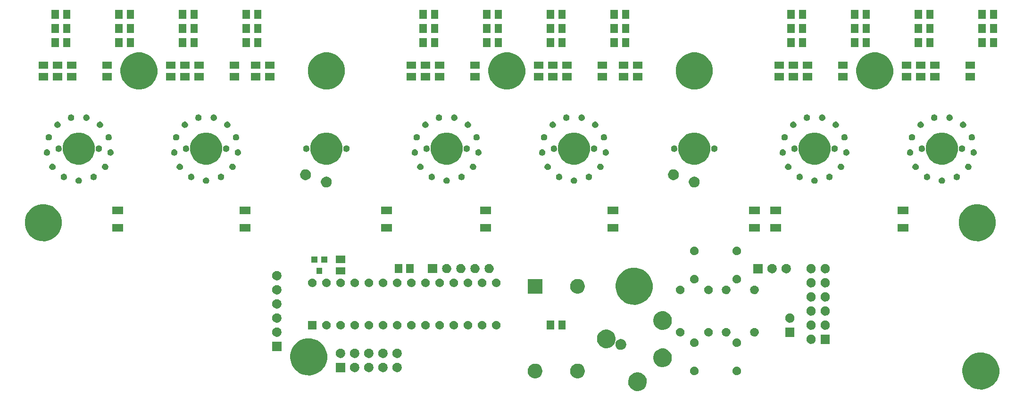
<source format=gbs>
G04 (created by PCBNEW (2013-may-18)-stable) date Fr 12 Dez 2014 14:12:43 CET*
%MOIN*%
G04 Gerber Fmt 3.4, Leading zero omitted, Abs format*
%FSLAX34Y34*%
G01*
G70*
G90*
G04 APERTURE LIST*
%ADD10C,0.00590551*%
G04 APERTURE END LIST*
G54D10*
G36*
X23821Y-20854D02*
X23178Y-20854D01*
X23178Y-20334D01*
X23821Y-20334D01*
X23821Y-20854D01*
X23821Y-20854D01*
G37*
G36*
X23821Y-21665D02*
X23178Y-21665D01*
X23178Y-21145D01*
X23821Y-21145D01*
X23821Y-21665D01*
X23821Y-21665D01*
G37*
G36*
X23979Y-26752D02*
X23978Y-26799D01*
X23968Y-26846D01*
X23951Y-26884D01*
X23924Y-26922D01*
X23894Y-26951D01*
X23854Y-26976D01*
X23815Y-26991D01*
X23768Y-26999D01*
X23727Y-26999D01*
X23680Y-26988D01*
X23643Y-26972D01*
X23604Y-26945D01*
X23575Y-26915D01*
X23549Y-26875D01*
X23534Y-26837D01*
X23525Y-26790D01*
X23526Y-26749D01*
X23536Y-26702D01*
X23552Y-26664D01*
X23579Y-26625D01*
X23608Y-26596D01*
X23648Y-26570D01*
X23686Y-26554D01*
X23733Y-26545D01*
X23774Y-26546D01*
X23821Y-26555D01*
X23859Y-26571D01*
X23899Y-26598D01*
X23927Y-26627D01*
X23954Y-26667D01*
X23970Y-26705D01*
X23979Y-26752D01*
X23979Y-26752D01*
G37*
G36*
X24110Y-25676D02*
X24109Y-25724D01*
X24098Y-25770D01*
X24082Y-25808D01*
X24054Y-25847D01*
X24024Y-25875D01*
X23984Y-25901D01*
X23946Y-25916D01*
X23899Y-25924D01*
X23858Y-25923D01*
X23811Y-25913D01*
X23773Y-25896D01*
X23734Y-25869D01*
X23706Y-25839D01*
X23680Y-25799D01*
X23665Y-25761D01*
X23656Y-25714D01*
X23657Y-25673D01*
X23666Y-25626D01*
X23683Y-25589D01*
X23710Y-25549D01*
X23739Y-25520D01*
X23779Y-25494D01*
X23817Y-25479D01*
X23864Y-25470D01*
X23905Y-25470D01*
X23952Y-25480D01*
X23990Y-25496D01*
X24030Y-25523D01*
X24058Y-25551D01*
X24085Y-25592D01*
X24100Y-25629D01*
X24110Y-25676D01*
X24110Y-25676D01*
G37*
G36*
X24363Y-27765D02*
X24363Y-27812D01*
X24352Y-27859D01*
X24335Y-27897D01*
X24308Y-27935D01*
X24278Y-27964D01*
X24238Y-27989D01*
X24199Y-28004D01*
X24152Y-28012D01*
X24111Y-28012D01*
X24065Y-28001D01*
X24027Y-27985D01*
X23988Y-27958D01*
X23959Y-27928D01*
X23933Y-27888D01*
X23918Y-27850D01*
X23910Y-27803D01*
X23910Y-27762D01*
X23920Y-27715D01*
X23936Y-27677D01*
X23963Y-27638D01*
X23993Y-27609D01*
X24033Y-27583D01*
X24071Y-27567D01*
X24118Y-27558D01*
X24159Y-27559D01*
X24206Y-27568D01*
X24243Y-27584D01*
X24283Y-27611D01*
X24312Y-27640D01*
X24338Y-27680D01*
X24354Y-27718D01*
X24363Y-27765D01*
X24363Y-27765D01*
G37*
G36*
X24604Y-17321D02*
X24084Y-17321D01*
X24084Y-16678D01*
X24604Y-16678D01*
X24604Y-17321D01*
X24604Y-17321D01*
G37*
G36*
X24604Y-18321D02*
X24084Y-18321D01*
X24084Y-17678D01*
X24604Y-17678D01*
X24604Y-18321D01*
X24604Y-18321D01*
G37*
G36*
X24604Y-19321D02*
X24084Y-19321D01*
X24084Y-18678D01*
X24604Y-18678D01*
X24604Y-19321D01*
X24604Y-19321D01*
G37*
G36*
X24725Y-24784D02*
X24724Y-24832D01*
X24714Y-24878D01*
X24697Y-24916D01*
X24670Y-24955D01*
X24640Y-24983D01*
X24600Y-25009D01*
X24561Y-25024D01*
X24514Y-25032D01*
X24473Y-25031D01*
X24426Y-25021D01*
X24389Y-25004D01*
X24350Y-24977D01*
X24321Y-24948D01*
X24295Y-24908D01*
X24280Y-24869D01*
X24271Y-24822D01*
X24272Y-24781D01*
X24282Y-24735D01*
X24298Y-24697D01*
X24325Y-24657D01*
X24354Y-24629D01*
X24394Y-24602D01*
X24432Y-24587D01*
X24479Y-24578D01*
X24520Y-24578D01*
X24567Y-24588D01*
X24605Y-24604D01*
X24645Y-24631D01*
X24674Y-24660D01*
X24700Y-24700D01*
X24716Y-24737D01*
X24725Y-24784D01*
X24725Y-24784D01*
G37*
G36*
X24809Y-26479D02*
X24808Y-26527D01*
X24798Y-26573D01*
X24781Y-26611D01*
X24754Y-26649D01*
X24723Y-26678D01*
X24683Y-26703D01*
X24645Y-26718D01*
X24598Y-26727D01*
X24557Y-26726D01*
X24510Y-26716D01*
X24472Y-26699D01*
X24433Y-26672D01*
X24405Y-26642D01*
X24379Y-26602D01*
X24364Y-26564D01*
X24355Y-26517D01*
X24356Y-26476D01*
X24366Y-26429D01*
X24382Y-26391D01*
X24409Y-26352D01*
X24438Y-26323D01*
X24478Y-26297D01*
X24516Y-26282D01*
X24563Y-26273D01*
X24604Y-26273D01*
X24651Y-26283D01*
X24689Y-26298D01*
X24729Y-26325D01*
X24757Y-26354D01*
X24784Y-26394D01*
X24800Y-26432D01*
X24809Y-26479D01*
X24809Y-26479D01*
G37*
G36*
X24809Y-31623D02*
X24805Y-31913D01*
X24747Y-32166D01*
X24644Y-32398D01*
X24494Y-32610D01*
X24311Y-32785D01*
X24091Y-32924D01*
X23855Y-33016D01*
X23599Y-33061D01*
X23345Y-33056D01*
X23091Y-33000D01*
X22859Y-32899D01*
X22646Y-32750D01*
X22470Y-32568D01*
X22329Y-32349D01*
X22235Y-32114D01*
X22188Y-31858D01*
X22192Y-31605D01*
X22246Y-31350D01*
X22346Y-31117D01*
X22493Y-30903D01*
X22674Y-30725D01*
X22892Y-30583D01*
X23126Y-30488D01*
X23382Y-30439D01*
X23635Y-30441D01*
X23890Y-30493D01*
X24124Y-30591D01*
X24340Y-30737D01*
X24518Y-30917D01*
X24662Y-31134D01*
X24758Y-31367D01*
X24759Y-31369D01*
X24809Y-31623D01*
X24809Y-31623D01*
G37*
G36*
X24821Y-20854D02*
X24178Y-20854D01*
X24178Y-20334D01*
X24821Y-20334D01*
X24821Y-20854D01*
X24821Y-20854D01*
G37*
G36*
X24821Y-21665D02*
X24178Y-21665D01*
X24178Y-21145D01*
X24821Y-21145D01*
X24821Y-21665D01*
X24821Y-21665D01*
G37*
G36*
X25174Y-28483D02*
X25174Y-28531D01*
X25163Y-28577D01*
X25146Y-28615D01*
X25119Y-28654D01*
X25089Y-28682D01*
X25049Y-28708D01*
X25010Y-28723D01*
X24963Y-28731D01*
X24922Y-28730D01*
X24876Y-28720D01*
X24838Y-28703D01*
X24799Y-28676D01*
X24770Y-28646D01*
X24744Y-28606D01*
X24729Y-28568D01*
X24721Y-28521D01*
X24721Y-28480D01*
X24731Y-28433D01*
X24747Y-28396D01*
X24774Y-28356D01*
X24804Y-28328D01*
X24844Y-28301D01*
X24882Y-28286D01*
X24929Y-28277D01*
X24970Y-28277D01*
X25017Y-28287D01*
X25054Y-28303D01*
X25094Y-28330D01*
X25123Y-28358D01*
X25149Y-28399D01*
X25165Y-28436D01*
X25174Y-28483D01*
X25174Y-28483D01*
G37*
G36*
X25415Y-17321D02*
X24895Y-17321D01*
X24895Y-16678D01*
X25415Y-16678D01*
X25415Y-17321D01*
X25415Y-17321D01*
G37*
G36*
X25415Y-18321D02*
X24895Y-18321D01*
X24895Y-17678D01*
X25415Y-17678D01*
X25415Y-18321D01*
X25415Y-18321D01*
G37*
G36*
X25415Y-19321D02*
X24895Y-19321D01*
X24895Y-18678D01*
X25415Y-18678D01*
X25415Y-19321D01*
X25415Y-19321D01*
G37*
G36*
X25684Y-24281D02*
X25684Y-24329D01*
X25673Y-24375D01*
X25656Y-24413D01*
X25629Y-24451D01*
X25599Y-24480D01*
X25559Y-24505D01*
X25520Y-24520D01*
X25474Y-24529D01*
X25432Y-24528D01*
X25386Y-24517D01*
X25348Y-24501D01*
X25309Y-24474D01*
X25280Y-24444D01*
X25255Y-24404D01*
X25239Y-24366D01*
X25231Y-24319D01*
X25231Y-24278D01*
X25241Y-24231D01*
X25257Y-24193D01*
X25284Y-24154D01*
X25314Y-24125D01*
X25354Y-24099D01*
X25392Y-24084D01*
X25439Y-24075D01*
X25480Y-24075D01*
X25527Y-24085D01*
X25564Y-24100D01*
X25604Y-24127D01*
X25633Y-24156D01*
X25660Y-24196D01*
X25675Y-24234D01*
X25684Y-24281D01*
X25684Y-24281D01*
G37*
G36*
X25821Y-20854D02*
X25178Y-20854D01*
X25178Y-20334D01*
X25821Y-20334D01*
X25821Y-20854D01*
X25821Y-20854D01*
G37*
G36*
X25821Y-21665D02*
X25178Y-21665D01*
X25178Y-21145D01*
X25821Y-21145D01*
X25821Y-21665D01*
X25821Y-21665D01*
G37*
G36*
X26226Y-28742D02*
X26225Y-28790D01*
X26215Y-28836D01*
X26198Y-28874D01*
X26171Y-28913D01*
X26141Y-28942D01*
X26101Y-28967D01*
X26062Y-28982D01*
X26015Y-28990D01*
X25974Y-28989D01*
X25928Y-28979D01*
X25890Y-28963D01*
X25851Y-28936D01*
X25822Y-28906D01*
X25796Y-28866D01*
X25781Y-28828D01*
X25773Y-28781D01*
X25773Y-28740D01*
X25783Y-28693D01*
X25799Y-28655D01*
X25826Y-28616D01*
X25856Y-28587D01*
X25896Y-28561D01*
X25934Y-28545D01*
X25981Y-28536D01*
X26022Y-28537D01*
X26069Y-28546D01*
X26106Y-28562D01*
X26146Y-28589D01*
X26175Y-28618D01*
X26201Y-28658D01*
X26217Y-28696D01*
X26226Y-28742D01*
X26226Y-28742D01*
G37*
G36*
X26768Y-24281D02*
X26767Y-24329D01*
X26757Y-24375D01*
X26740Y-24413D01*
X26713Y-24451D01*
X26683Y-24480D01*
X26643Y-24505D01*
X26604Y-24520D01*
X26557Y-24529D01*
X26516Y-24528D01*
X26469Y-24517D01*
X26432Y-24501D01*
X26392Y-24474D01*
X26364Y-24444D01*
X26338Y-24404D01*
X26323Y-24366D01*
X26314Y-24319D01*
X26315Y-24278D01*
X26325Y-24231D01*
X26341Y-24193D01*
X26368Y-24154D01*
X26397Y-24125D01*
X26437Y-24099D01*
X26475Y-24084D01*
X26522Y-24075D01*
X26563Y-24075D01*
X26610Y-24085D01*
X26648Y-24100D01*
X26688Y-24127D01*
X26716Y-24156D01*
X26743Y-24196D01*
X26759Y-24234D01*
X26768Y-24281D01*
X26768Y-24281D01*
G37*
G36*
X27132Y-26390D02*
X27128Y-26641D01*
X27078Y-26860D01*
X26989Y-27060D01*
X26860Y-27244D01*
X26701Y-27395D01*
X26511Y-27516D01*
X26307Y-27595D01*
X26085Y-27634D01*
X25866Y-27629D01*
X25647Y-27581D01*
X25446Y-27493D01*
X25261Y-27365D01*
X25109Y-27207D01*
X24987Y-27018D01*
X24906Y-26815D01*
X24866Y-26593D01*
X24869Y-26374D01*
X24916Y-26154D01*
X25002Y-25953D01*
X25129Y-25767D01*
X25285Y-25614D01*
X25474Y-25491D01*
X25677Y-25409D01*
X25898Y-25366D01*
X26117Y-25368D01*
X26338Y-25413D01*
X26539Y-25498D01*
X26726Y-25624D01*
X26880Y-25779D01*
X27005Y-25967D01*
X27088Y-26169D01*
X27132Y-26390D01*
X27132Y-26390D01*
G37*
G36*
X27278Y-28483D02*
X27277Y-28531D01*
X27267Y-28577D01*
X27250Y-28615D01*
X27223Y-28654D01*
X27193Y-28682D01*
X27153Y-28708D01*
X27114Y-28723D01*
X27067Y-28731D01*
X27026Y-28730D01*
X26980Y-28720D01*
X26942Y-28703D01*
X26903Y-28676D01*
X26874Y-28646D01*
X26848Y-28606D01*
X26833Y-28568D01*
X26824Y-28521D01*
X26825Y-28480D01*
X26835Y-28433D01*
X26851Y-28396D01*
X26878Y-28356D01*
X26907Y-28328D01*
X26948Y-28301D01*
X26985Y-28286D01*
X27033Y-28277D01*
X27073Y-28277D01*
X27121Y-28287D01*
X27158Y-28303D01*
X27198Y-28330D01*
X27227Y-28358D01*
X27253Y-28399D01*
X27269Y-28436D01*
X27278Y-28483D01*
X27278Y-28483D01*
G37*
G36*
X27643Y-26479D02*
X27643Y-26527D01*
X27632Y-26573D01*
X27615Y-26611D01*
X27588Y-26649D01*
X27558Y-26678D01*
X27518Y-26703D01*
X27479Y-26718D01*
X27433Y-26727D01*
X27391Y-26726D01*
X27345Y-26716D01*
X27307Y-26699D01*
X27268Y-26672D01*
X27239Y-26642D01*
X27214Y-26602D01*
X27198Y-26564D01*
X27190Y-26517D01*
X27190Y-26476D01*
X27200Y-26429D01*
X27217Y-26391D01*
X27244Y-26352D01*
X27273Y-26323D01*
X27313Y-26297D01*
X27351Y-26282D01*
X27398Y-26273D01*
X27439Y-26273D01*
X27486Y-26283D01*
X27523Y-26298D01*
X27563Y-26325D01*
X27592Y-26354D01*
X27619Y-26394D01*
X27634Y-26432D01*
X27643Y-26479D01*
X27643Y-26479D01*
G37*
G36*
X27727Y-24784D02*
X27727Y-24832D01*
X27716Y-24878D01*
X27699Y-24916D01*
X27672Y-24955D01*
X27642Y-24983D01*
X27602Y-25009D01*
X27563Y-25024D01*
X27517Y-25032D01*
X27475Y-25031D01*
X27429Y-25021D01*
X27391Y-25004D01*
X27352Y-24977D01*
X27323Y-24948D01*
X27297Y-24908D01*
X27282Y-24869D01*
X27274Y-24822D01*
X27274Y-24781D01*
X27284Y-24735D01*
X27300Y-24697D01*
X27327Y-24657D01*
X27357Y-24629D01*
X27397Y-24602D01*
X27435Y-24587D01*
X27482Y-24578D01*
X27523Y-24578D01*
X27570Y-24588D01*
X27607Y-24604D01*
X27647Y-24631D01*
X27676Y-24660D01*
X27703Y-24700D01*
X27718Y-24737D01*
X27727Y-24784D01*
X27727Y-24784D01*
G37*
G36*
X28089Y-27765D02*
X28088Y-27812D01*
X28078Y-27859D01*
X28061Y-27897D01*
X28034Y-27935D01*
X28004Y-27964D01*
X27964Y-27989D01*
X27925Y-28004D01*
X27878Y-28012D01*
X27837Y-28012D01*
X27791Y-28001D01*
X27753Y-27985D01*
X27714Y-27958D01*
X27685Y-27928D01*
X27659Y-27888D01*
X27644Y-27850D01*
X27636Y-27803D01*
X27636Y-27762D01*
X27646Y-27715D01*
X27662Y-27677D01*
X27689Y-27638D01*
X27718Y-27609D01*
X27759Y-27583D01*
X27797Y-27567D01*
X27844Y-27558D01*
X27884Y-27559D01*
X27932Y-27568D01*
X27969Y-27584D01*
X28009Y-27611D01*
X28038Y-27640D01*
X28064Y-27680D01*
X28080Y-27718D01*
X28089Y-27765D01*
X28089Y-27765D01*
G37*
G36*
X28321Y-20854D02*
X27678Y-20854D01*
X27678Y-20334D01*
X28321Y-20334D01*
X28321Y-20854D01*
X28321Y-20854D01*
G37*
G36*
X28321Y-21665D02*
X27678Y-21665D01*
X27678Y-21145D01*
X28321Y-21145D01*
X28321Y-21665D01*
X28321Y-21665D01*
G37*
G36*
X28343Y-25676D02*
X28342Y-25724D01*
X28332Y-25770D01*
X28315Y-25808D01*
X28287Y-25847D01*
X28257Y-25875D01*
X28217Y-25901D01*
X28179Y-25916D01*
X28132Y-25924D01*
X28091Y-25923D01*
X28044Y-25913D01*
X28006Y-25896D01*
X27967Y-25869D01*
X27939Y-25839D01*
X27913Y-25799D01*
X27898Y-25761D01*
X27889Y-25714D01*
X27890Y-25673D01*
X27900Y-25626D01*
X27916Y-25589D01*
X27943Y-25549D01*
X27972Y-25520D01*
X28012Y-25494D01*
X28050Y-25479D01*
X28097Y-25470D01*
X28138Y-25470D01*
X28185Y-25480D01*
X28223Y-25496D01*
X28263Y-25523D01*
X28291Y-25551D01*
X28318Y-25592D01*
X28333Y-25629D01*
X28343Y-25676D01*
X28343Y-25676D01*
G37*
G36*
X28473Y-26752D02*
X28473Y-26799D01*
X28462Y-26846D01*
X28445Y-26884D01*
X28418Y-26922D01*
X28388Y-26951D01*
X28348Y-26976D01*
X28309Y-26991D01*
X28263Y-26999D01*
X28221Y-26999D01*
X28175Y-26988D01*
X28137Y-26972D01*
X28098Y-26945D01*
X28069Y-26915D01*
X28044Y-26875D01*
X28028Y-26837D01*
X28020Y-26790D01*
X28020Y-26749D01*
X28030Y-26702D01*
X28046Y-26664D01*
X28073Y-26625D01*
X28103Y-26596D01*
X28143Y-26570D01*
X28181Y-26554D01*
X28228Y-26545D01*
X28269Y-26546D01*
X28316Y-26555D01*
X28353Y-26571D01*
X28393Y-26598D01*
X28422Y-26627D01*
X28449Y-26667D01*
X28464Y-26705D01*
X28473Y-26752D01*
X28473Y-26752D01*
G37*
G36*
X29104Y-17321D02*
X28584Y-17321D01*
X28584Y-16678D01*
X29104Y-16678D01*
X29104Y-17321D01*
X29104Y-17321D01*
G37*
G36*
X29104Y-18321D02*
X28584Y-18321D01*
X28584Y-17678D01*
X29104Y-17678D01*
X29104Y-18321D01*
X29104Y-18321D01*
G37*
G36*
X29104Y-19321D02*
X28584Y-19321D01*
X28584Y-18678D01*
X29104Y-18678D01*
X29104Y-19321D01*
X29104Y-19321D01*
G37*
G36*
X29140Y-31157D02*
X28359Y-31157D01*
X28359Y-30617D01*
X29140Y-30617D01*
X29140Y-31157D01*
X29140Y-31157D01*
G37*
G36*
X29140Y-32382D02*
X28359Y-32382D01*
X28359Y-31842D01*
X29140Y-31842D01*
X29140Y-32382D01*
X29140Y-32382D01*
G37*
G36*
X29915Y-17321D02*
X29395Y-17321D01*
X29395Y-16678D01*
X29915Y-16678D01*
X29915Y-17321D01*
X29915Y-17321D01*
G37*
G36*
X29915Y-18321D02*
X29395Y-18321D01*
X29395Y-17678D01*
X29915Y-17678D01*
X29915Y-18321D01*
X29915Y-18321D01*
G37*
G36*
X29915Y-19321D02*
X29395Y-19321D01*
X29395Y-18678D01*
X29915Y-18678D01*
X29915Y-19321D01*
X29915Y-19321D01*
G37*
G36*
X31559Y-20873D02*
X31555Y-21163D01*
X31497Y-21416D01*
X31394Y-21648D01*
X31244Y-21860D01*
X31061Y-22035D01*
X30841Y-22174D01*
X30605Y-22266D01*
X30349Y-22311D01*
X30095Y-22306D01*
X29841Y-22250D01*
X29609Y-22149D01*
X29396Y-22000D01*
X29220Y-21818D01*
X29079Y-21599D01*
X28985Y-21364D01*
X28938Y-21108D01*
X28942Y-20855D01*
X28996Y-20600D01*
X29096Y-20367D01*
X29243Y-20153D01*
X29424Y-19975D01*
X29642Y-19833D01*
X29876Y-19738D01*
X30132Y-19689D01*
X30385Y-19691D01*
X30640Y-19743D01*
X30874Y-19841D01*
X31090Y-19987D01*
X31268Y-20167D01*
X31412Y-20384D01*
X31508Y-20617D01*
X31509Y-20619D01*
X31559Y-20873D01*
X31559Y-20873D01*
G37*
G36*
X32821Y-20854D02*
X32178Y-20854D01*
X32178Y-20334D01*
X32821Y-20334D01*
X32821Y-20854D01*
X32821Y-20854D01*
G37*
G36*
X32821Y-21665D02*
X32178Y-21665D01*
X32178Y-21145D01*
X32821Y-21145D01*
X32821Y-21665D01*
X32821Y-21665D01*
G37*
G36*
X32979Y-26752D02*
X32978Y-26799D01*
X32968Y-26846D01*
X32951Y-26884D01*
X32924Y-26922D01*
X32894Y-26951D01*
X32854Y-26976D01*
X32815Y-26991D01*
X32768Y-26999D01*
X32727Y-26999D01*
X32680Y-26988D01*
X32643Y-26972D01*
X32604Y-26945D01*
X32575Y-26915D01*
X32549Y-26875D01*
X32534Y-26837D01*
X32525Y-26790D01*
X32526Y-26749D01*
X32536Y-26702D01*
X32552Y-26664D01*
X32579Y-26625D01*
X32608Y-26596D01*
X32648Y-26570D01*
X32686Y-26554D01*
X32733Y-26545D01*
X32774Y-26546D01*
X32821Y-26555D01*
X32859Y-26571D01*
X32899Y-26598D01*
X32927Y-26627D01*
X32954Y-26667D01*
X32970Y-26705D01*
X32979Y-26752D01*
X32979Y-26752D01*
G37*
G36*
X33110Y-25676D02*
X33109Y-25724D01*
X33098Y-25770D01*
X33082Y-25808D01*
X33054Y-25847D01*
X33024Y-25875D01*
X32984Y-25901D01*
X32946Y-25916D01*
X32899Y-25924D01*
X32858Y-25923D01*
X32811Y-25913D01*
X32773Y-25896D01*
X32734Y-25869D01*
X32706Y-25839D01*
X32680Y-25799D01*
X32665Y-25761D01*
X32656Y-25714D01*
X32657Y-25673D01*
X32666Y-25626D01*
X32683Y-25589D01*
X32710Y-25549D01*
X32739Y-25520D01*
X32779Y-25494D01*
X32817Y-25479D01*
X32864Y-25470D01*
X32905Y-25470D01*
X32952Y-25480D01*
X32990Y-25496D01*
X33030Y-25523D01*
X33058Y-25551D01*
X33085Y-25592D01*
X33100Y-25629D01*
X33110Y-25676D01*
X33110Y-25676D01*
G37*
G36*
X33363Y-27765D02*
X33363Y-27812D01*
X33352Y-27859D01*
X33335Y-27897D01*
X33308Y-27935D01*
X33278Y-27964D01*
X33238Y-27989D01*
X33199Y-28004D01*
X33152Y-28012D01*
X33111Y-28012D01*
X33065Y-28001D01*
X33027Y-27985D01*
X32988Y-27958D01*
X32959Y-27928D01*
X32933Y-27888D01*
X32918Y-27850D01*
X32910Y-27803D01*
X32910Y-27762D01*
X32920Y-27715D01*
X32936Y-27677D01*
X32963Y-27638D01*
X32993Y-27609D01*
X33033Y-27583D01*
X33071Y-27567D01*
X33118Y-27558D01*
X33159Y-27559D01*
X33206Y-27568D01*
X33243Y-27584D01*
X33283Y-27611D01*
X33312Y-27640D01*
X33338Y-27680D01*
X33354Y-27718D01*
X33363Y-27765D01*
X33363Y-27765D01*
G37*
G36*
X33604Y-17321D02*
X33084Y-17321D01*
X33084Y-16678D01*
X33604Y-16678D01*
X33604Y-17321D01*
X33604Y-17321D01*
G37*
G36*
X33604Y-18321D02*
X33084Y-18321D01*
X33084Y-17678D01*
X33604Y-17678D01*
X33604Y-18321D01*
X33604Y-18321D01*
G37*
G36*
X33604Y-19321D02*
X33084Y-19321D01*
X33084Y-18678D01*
X33604Y-18678D01*
X33604Y-19321D01*
X33604Y-19321D01*
G37*
G36*
X33725Y-24784D02*
X33724Y-24832D01*
X33714Y-24878D01*
X33697Y-24916D01*
X33670Y-24955D01*
X33640Y-24983D01*
X33600Y-25009D01*
X33561Y-25024D01*
X33514Y-25032D01*
X33473Y-25031D01*
X33426Y-25021D01*
X33389Y-25004D01*
X33350Y-24977D01*
X33321Y-24948D01*
X33295Y-24908D01*
X33280Y-24869D01*
X33271Y-24822D01*
X33272Y-24781D01*
X33282Y-24735D01*
X33298Y-24697D01*
X33325Y-24657D01*
X33354Y-24629D01*
X33394Y-24602D01*
X33432Y-24587D01*
X33479Y-24578D01*
X33520Y-24578D01*
X33567Y-24588D01*
X33605Y-24604D01*
X33645Y-24631D01*
X33674Y-24660D01*
X33700Y-24700D01*
X33716Y-24737D01*
X33725Y-24784D01*
X33725Y-24784D01*
G37*
G36*
X33809Y-26479D02*
X33808Y-26527D01*
X33798Y-26573D01*
X33781Y-26611D01*
X33754Y-26649D01*
X33723Y-26678D01*
X33683Y-26703D01*
X33645Y-26718D01*
X33598Y-26727D01*
X33557Y-26726D01*
X33510Y-26716D01*
X33472Y-26699D01*
X33433Y-26672D01*
X33405Y-26642D01*
X33379Y-26602D01*
X33364Y-26564D01*
X33355Y-26517D01*
X33356Y-26476D01*
X33366Y-26429D01*
X33382Y-26391D01*
X33409Y-26352D01*
X33438Y-26323D01*
X33478Y-26297D01*
X33516Y-26282D01*
X33563Y-26273D01*
X33604Y-26273D01*
X33651Y-26283D01*
X33689Y-26298D01*
X33729Y-26325D01*
X33757Y-26354D01*
X33784Y-26394D01*
X33800Y-26432D01*
X33809Y-26479D01*
X33809Y-26479D01*
G37*
G36*
X33821Y-20854D02*
X33178Y-20854D01*
X33178Y-20334D01*
X33821Y-20334D01*
X33821Y-20854D01*
X33821Y-20854D01*
G37*
G36*
X33821Y-21665D02*
X33178Y-21665D01*
X33178Y-21145D01*
X33821Y-21145D01*
X33821Y-21665D01*
X33821Y-21665D01*
G37*
G36*
X34174Y-28483D02*
X34174Y-28531D01*
X34163Y-28577D01*
X34146Y-28615D01*
X34119Y-28654D01*
X34089Y-28682D01*
X34049Y-28708D01*
X34010Y-28723D01*
X33963Y-28731D01*
X33922Y-28730D01*
X33876Y-28720D01*
X33838Y-28703D01*
X33799Y-28676D01*
X33770Y-28646D01*
X33744Y-28606D01*
X33729Y-28568D01*
X33721Y-28521D01*
X33721Y-28480D01*
X33731Y-28433D01*
X33747Y-28396D01*
X33774Y-28356D01*
X33804Y-28328D01*
X33844Y-28301D01*
X33882Y-28286D01*
X33929Y-28277D01*
X33970Y-28277D01*
X34017Y-28287D01*
X34054Y-28303D01*
X34094Y-28330D01*
X34123Y-28358D01*
X34149Y-28399D01*
X34165Y-28436D01*
X34174Y-28483D01*
X34174Y-28483D01*
G37*
G36*
X34415Y-17321D02*
X33895Y-17321D01*
X33895Y-16678D01*
X34415Y-16678D01*
X34415Y-17321D01*
X34415Y-17321D01*
G37*
G36*
X34415Y-18321D02*
X33895Y-18321D01*
X33895Y-17678D01*
X34415Y-17678D01*
X34415Y-18321D01*
X34415Y-18321D01*
G37*
G36*
X34415Y-19321D02*
X33895Y-19321D01*
X33895Y-18678D01*
X34415Y-18678D01*
X34415Y-19321D01*
X34415Y-19321D01*
G37*
G36*
X34684Y-24281D02*
X34684Y-24329D01*
X34673Y-24375D01*
X34656Y-24413D01*
X34629Y-24451D01*
X34599Y-24480D01*
X34559Y-24505D01*
X34520Y-24520D01*
X34474Y-24529D01*
X34432Y-24528D01*
X34386Y-24517D01*
X34348Y-24501D01*
X34309Y-24474D01*
X34280Y-24444D01*
X34255Y-24404D01*
X34239Y-24366D01*
X34231Y-24319D01*
X34231Y-24278D01*
X34241Y-24231D01*
X34257Y-24193D01*
X34284Y-24154D01*
X34314Y-24125D01*
X34354Y-24099D01*
X34392Y-24084D01*
X34439Y-24075D01*
X34480Y-24075D01*
X34527Y-24085D01*
X34564Y-24100D01*
X34604Y-24127D01*
X34633Y-24156D01*
X34660Y-24196D01*
X34675Y-24234D01*
X34684Y-24281D01*
X34684Y-24281D01*
G37*
G36*
X34821Y-20854D02*
X34178Y-20854D01*
X34178Y-20334D01*
X34821Y-20334D01*
X34821Y-20854D01*
X34821Y-20854D01*
G37*
G36*
X34821Y-21665D02*
X34178Y-21665D01*
X34178Y-21145D01*
X34821Y-21145D01*
X34821Y-21665D01*
X34821Y-21665D01*
G37*
G36*
X35226Y-28742D02*
X35225Y-28790D01*
X35215Y-28836D01*
X35198Y-28874D01*
X35171Y-28913D01*
X35141Y-28942D01*
X35101Y-28967D01*
X35062Y-28982D01*
X35015Y-28990D01*
X34974Y-28989D01*
X34928Y-28979D01*
X34890Y-28963D01*
X34851Y-28936D01*
X34822Y-28906D01*
X34796Y-28866D01*
X34781Y-28828D01*
X34773Y-28781D01*
X34773Y-28740D01*
X34783Y-28693D01*
X34799Y-28655D01*
X34826Y-28616D01*
X34856Y-28587D01*
X34896Y-28561D01*
X34934Y-28545D01*
X34981Y-28536D01*
X35022Y-28537D01*
X35069Y-28546D01*
X35106Y-28562D01*
X35146Y-28589D01*
X35175Y-28618D01*
X35201Y-28658D01*
X35217Y-28696D01*
X35226Y-28742D01*
X35226Y-28742D01*
G37*
G36*
X35768Y-24281D02*
X35767Y-24329D01*
X35757Y-24375D01*
X35740Y-24413D01*
X35713Y-24451D01*
X35683Y-24480D01*
X35643Y-24505D01*
X35604Y-24520D01*
X35557Y-24529D01*
X35516Y-24528D01*
X35469Y-24517D01*
X35432Y-24501D01*
X35392Y-24474D01*
X35364Y-24444D01*
X35338Y-24404D01*
X35323Y-24366D01*
X35314Y-24319D01*
X35315Y-24278D01*
X35325Y-24231D01*
X35341Y-24193D01*
X35368Y-24154D01*
X35397Y-24125D01*
X35437Y-24099D01*
X35475Y-24084D01*
X35522Y-24075D01*
X35563Y-24075D01*
X35610Y-24085D01*
X35648Y-24100D01*
X35688Y-24127D01*
X35716Y-24156D01*
X35743Y-24196D01*
X35759Y-24234D01*
X35768Y-24281D01*
X35768Y-24281D01*
G37*
G36*
X36132Y-26390D02*
X36128Y-26641D01*
X36078Y-26860D01*
X35989Y-27060D01*
X35860Y-27244D01*
X35701Y-27395D01*
X35511Y-27516D01*
X35307Y-27595D01*
X35085Y-27634D01*
X34866Y-27629D01*
X34647Y-27581D01*
X34446Y-27493D01*
X34261Y-27365D01*
X34109Y-27207D01*
X33987Y-27018D01*
X33906Y-26815D01*
X33866Y-26593D01*
X33869Y-26374D01*
X33916Y-26154D01*
X34002Y-25953D01*
X34129Y-25767D01*
X34285Y-25614D01*
X34474Y-25491D01*
X34677Y-25409D01*
X34898Y-25366D01*
X35117Y-25368D01*
X35338Y-25413D01*
X35539Y-25498D01*
X35726Y-25624D01*
X35880Y-25779D01*
X36005Y-25967D01*
X36088Y-26169D01*
X36132Y-26390D01*
X36132Y-26390D01*
G37*
G36*
X36278Y-28483D02*
X36277Y-28531D01*
X36267Y-28577D01*
X36250Y-28615D01*
X36223Y-28654D01*
X36193Y-28682D01*
X36153Y-28708D01*
X36114Y-28723D01*
X36067Y-28731D01*
X36026Y-28730D01*
X35980Y-28720D01*
X35942Y-28703D01*
X35903Y-28676D01*
X35874Y-28646D01*
X35848Y-28606D01*
X35833Y-28568D01*
X35824Y-28521D01*
X35825Y-28480D01*
X35835Y-28433D01*
X35851Y-28396D01*
X35878Y-28356D01*
X35907Y-28328D01*
X35948Y-28301D01*
X35985Y-28286D01*
X36033Y-28277D01*
X36073Y-28277D01*
X36121Y-28287D01*
X36158Y-28303D01*
X36198Y-28330D01*
X36227Y-28358D01*
X36253Y-28399D01*
X36269Y-28436D01*
X36278Y-28483D01*
X36278Y-28483D01*
G37*
G36*
X36643Y-26479D02*
X36643Y-26527D01*
X36632Y-26573D01*
X36615Y-26611D01*
X36588Y-26649D01*
X36558Y-26678D01*
X36518Y-26703D01*
X36479Y-26718D01*
X36433Y-26727D01*
X36391Y-26726D01*
X36345Y-26716D01*
X36307Y-26699D01*
X36268Y-26672D01*
X36239Y-26642D01*
X36214Y-26602D01*
X36198Y-26564D01*
X36190Y-26517D01*
X36190Y-26476D01*
X36200Y-26429D01*
X36217Y-26391D01*
X36244Y-26352D01*
X36273Y-26323D01*
X36313Y-26297D01*
X36351Y-26282D01*
X36398Y-26273D01*
X36439Y-26273D01*
X36486Y-26283D01*
X36523Y-26298D01*
X36563Y-26325D01*
X36592Y-26354D01*
X36619Y-26394D01*
X36634Y-26432D01*
X36643Y-26479D01*
X36643Y-26479D01*
G37*
G36*
X36727Y-24784D02*
X36727Y-24832D01*
X36716Y-24878D01*
X36699Y-24916D01*
X36672Y-24955D01*
X36642Y-24983D01*
X36602Y-25009D01*
X36563Y-25024D01*
X36517Y-25032D01*
X36475Y-25031D01*
X36429Y-25021D01*
X36391Y-25004D01*
X36352Y-24977D01*
X36323Y-24948D01*
X36297Y-24908D01*
X36282Y-24869D01*
X36274Y-24822D01*
X36274Y-24781D01*
X36284Y-24735D01*
X36300Y-24697D01*
X36327Y-24657D01*
X36357Y-24629D01*
X36397Y-24602D01*
X36435Y-24587D01*
X36482Y-24578D01*
X36523Y-24578D01*
X36570Y-24588D01*
X36607Y-24604D01*
X36647Y-24631D01*
X36676Y-24660D01*
X36703Y-24700D01*
X36718Y-24737D01*
X36727Y-24784D01*
X36727Y-24784D01*
G37*
G36*
X37089Y-27765D02*
X37088Y-27812D01*
X37078Y-27859D01*
X37061Y-27897D01*
X37034Y-27935D01*
X37004Y-27964D01*
X36964Y-27989D01*
X36925Y-28004D01*
X36878Y-28012D01*
X36837Y-28012D01*
X36791Y-28001D01*
X36753Y-27985D01*
X36714Y-27958D01*
X36685Y-27928D01*
X36659Y-27888D01*
X36644Y-27850D01*
X36636Y-27803D01*
X36636Y-27762D01*
X36646Y-27715D01*
X36662Y-27677D01*
X36689Y-27638D01*
X36718Y-27609D01*
X36759Y-27583D01*
X36797Y-27567D01*
X36844Y-27558D01*
X36884Y-27559D01*
X36932Y-27568D01*
X36969Y-27584D01*
X37009Y-27611D01*
X37038Y-27640D01*
X37064Y-27680D01*
X37080Y-27718D01*
X37089Y-27765D01*
X37089Y-27765D01*
G37*
G36*
X37321Y-20854D02*
X36678Y-20854D01*
X36678Y-20334D01*
X37321Y-20334D01*
X37321Y-20854D01*
X37321Y-20854D01*
G37*
G36*
X37321Y-21665D02*
X36678Y-21665D01*
X36678Y-21145D01*
X37321Y-21145D01*
X37321Y-21665D01*
X37321Y-21665D01*
G37*
G36*
X37343Y-25676D02*
X37342Y-25724D01*
X37332Y-25770D01*
X37315Y-25808D01*
X37287Y-25847D01*
X37257Y-25875D01*
X37217Y-25901D01*
X37179Y-25916D01*
X37132Y-25924D01*
X37091Y-25923D01*
X37044Y-25913D01*
X37006Y-25896D01*
X36967Y-25869D01*
X36939Y-25839D01*
X36913Y-25799D01*
X36898Y-25761D01*
X36889Y-25714D01*
X36890Y-25673D01*
X36900Y-25626D01*
X36916Y-25589D01*
X36943Y-25549D01*
X36972Y-25520D01*
X37012Y-25494D01*
X37050Y-25479D01*
X37097Y-25470D01*
X37138Y-25470D01*
X37185Y-25480D01*
X37223Y-25496D01*
X37263Y-25523D01*
X37291Y-25551D01*
X37318Y-25592D01*
X37333Y-25629D01*
X37343Y-25676D01*
X37343Y-25676D01*
G37*
G36*
X37473Y-26752D02*
X37473Y-26799D01*
X37462Y-26846D01*
X37445Y-26884D01*
X37418Y-26922D01*
X37388Y-26951D01*
X37348Y-26976D01*
X37309Y-26991D01*
X37263Y-26999D01*
X37221Y-26999D01*
X37175Y-26988D01*
X37137Y-26972D01*
X37098Y-26945D01*
X37069Y-26915D01*
X37044Y-26875D01*
X37028Y-26837D01*
X37020Y-26790D01*
X37020Y-26749D01*
X37030Y-26702D01*
X37046Y-26664D01*
X37073Y-26625D01*
X37103Y-26596D01*
X37143Y-26570D01*
X37181Y-26554D01*
X37228Y-26545D01*
X37269Y-26546D01*
X37316Y-26555D01*
X37353Y-26571D01*
X37393Y-26598D01*
X37422Y-26627D01*
X37449Y-26667D01*
X37464Y-26705D01*
X37473Y-26752D01*
X37473Y-26752D01*
G37*
G36*
X38104Y-17321D02*
X37584Y-17321D01*
X37584Y-16678D01*
X38104Y-16678D01*
X38104Y-17321D01*
X38104Y-17321D01*
G37*
G36*
X38104Y-18321D02*
X37584Y-18321D01*
X37584Y-17678D01*
X38104Y-17678D01*
X38104Y-18321D01*
X38104Y-18321D01*
G37*
G36*
X38104Y-19321D02*
X37584Y-19321D01*
X37584Y-18678D01*
X38104Y-18678D01*
X38104Y-19321D01*
X38104Y-19321D01*
G37*
G36*
X38140Y-31157D02*
X37359Y-31157D01*
X37359Y-30617D01*
X38140Y-30617D01*
X38140Y-31157D01*
X38140Y-31157D01*
G37*
G36*
X38140Y-32382D02*
X37359Y-32382D01*
X37359Y-31842D01*
X38140Y-31842D01*
X38140Y-32382D01*
X38140Y-32382D01*
G37*
G36*
X38821Y-20854D02*
X38178Y-20854D01*
X38178Y-20334D01*
X38821Y-20334D01*
X38821Y-20854D01*
X38821Y-20854D01*
G37*
G36*
X38821Y-21665D02*
X38178Y-21665D01*
X38178Y-21145D01*
X38821Y-21145D01*
X38821Y-21665D01*
X38821Y-21665D01*
G37*
G36*
X38915Y-17321D02*
X38395Y-17321D01*
X38395Y-16678D01*
X38915Y-16678D01*
X38915Y-17321D01*
X38915Y-17321D01*
G37*
G36*
X38915Y-18321D02*
X38395Y-18321D01*
X38395Y-17678D01*
X38915Y-17678D01*
X38915Y-18321D01*
X38915Y-18321D01*
G37*
G36*
X38915Y-19321D02*
X38395Y-19321D01*
X38395Y-18678D01*
X38915Y-18678D01*
X38915Y-19321D01*
X38915Y-19321D01*
G37*
G36*
X39821Y-20854D02*
X39178Y-20854D01*
X39178Y-20334D01*
X39821Y-20334D01*
X39821Y-20854D01*
X39821Y-20854D01*
G37*
G36*
X39821Y-21665D02*
X39178Y-21665D01*
X39178Y-21145D01*
X39821Y-21145D01*
X39821Y-21665D01*
X39821Y-21665D01*
G37*
G36*
X40329Y-35469D02*
X40328Y-35540D01*
X40313Y-35605D01*
X40288Y-35662D01*
X40249Y-35717D01*
X40205Y-35760D01*
X40148Y-35796D01*
X40090Y-35818D01*
X40023Y-35830D01*
X39962Y-35829D01*
X39896Y-35814D01*
X39839Y-35789D01*
X39784Y-35751D01*
X39741Y-35707D01*
X39704Y-35649D01*
X39681Y-35592D01*
X39669Y-35526D01*
X39670Y-35464D01*
X39684Y-35398D01*
X39708Y-35341D01*
X39747Y-35285D01*
X39791Y-35242D01*
X39848Y-35205D01*
X39904Y-35182D01*
X39971Y-35169D01*
X40032Y-35170D01*
X40099Y-35184D01*
X40155Y-35207D01*
X40212Y-35245D01*
X40255Y-35289D01*
X40293Y-35346D01*
X40316Y-35402D01*
X40316Y-35404D01*
X40329Y-35469D01*
X40329Y-35469D01*
G37*
G36*
X40329Y-36469D02*
X40328Y-36540D01*
X40313Y-36605D01*
X40288Y-36662D01*
X40249Y-36717D01*
X40205Y-36760D01*
X40148Y-36796D01*
X40090Y-36818D01*
X40023Y-36830D01*
X39962Y-36829D01*
X39896Y-36814D01*
X39839Y-36789D01*
X39784Y-36751D01*
X39741Y-36707D01*
X39704Y-36649D01*
X39681Y-36592D01*
X39669Y-36526D01*
X39670Y-36464D01*
X39684Y-36398D01*
X39708Y-36341D01*
X39747Y-36285D01*
X39791Y-36242D01*
X39848Y-36205D01*
X39904Y-36182D01*
X39971Y-36169D01*
X40032Y-36170D01*
X40099Y-36184D01*
X40155Y-36207D01*
X40212Y-36245D01*
X40255Y-36289D01*
X40293Y-36346D01*
X40316Y-36402D01*
X40316Y-36404D01*
X40329Y-36469D01*
X40329Y-36469D01*
G37*
G36*
X40329Y-37469D02*
X40328Y-37540D01*
X40313Y-37605D01*
X40288Y-37662D01*
X40249Y-37717D01*
X40205Y-37760D01*
X40148Y-37796D01*
X40090Y-37818D01*
X40023Y-37830D01*
X39962Y-37829D01*
X39896Y-37814D01*
X39839Y-37789D01*
X39784Y-37751D01*
X39741Y-37707D01*
X39704Y-37649D01*
X39681Y-37592D01*
X39669Y-37526D01*
X39670Y-37464D01*
X39684Y-37398D01*
X39708Y-37341D01*
X39747Y-37285D01*
X39791Y-37242D01*
X39848Y-37205D01*
X39904Y-37182D01*
X39971Y-37169D01*
X40032Y-37170D01*
X40099Y-37184D01*
X40155Y-37207D01*
X40212Y-37245D01*
X40255Y-37289D01*
X40293Y-37346D01*
X40316Y-37402D01*
X40316Y-37404D01*
X40329Y-37469D01*
X40329Y-37469D01*
G37*
G36*
X40329Y-38469D02*
X40328Y-38540D01*
X40313Y-38605D01*
X40288Y-38662D01*
X40249Y-38717D01*
X40205Y-38760D01*
X40148Y-38796D01*
X40090Y-38818D01*
X40023Y-38830D01*
X39962Y-38829D01*
X39896Y-38814D01*
X39839Y-38789D01*
X39784Y-38751D01*
X39741Y-38707D01*
X39704Y-38649D01*
X39681Y-38592D01*
X39669Y-38526D01*
X39670Y-38464D01*
X39684Y-38398D01*
X39708Y-38341D01*
X39747Y-38285D01*
X39791Y-38242D01*
X39848Y-38205D01*
X39904Y-38182D01*
X39971Y-38169D01*
X40032Y-38170D01*
X40099Y-38184D01*
X40155Y-38207D01*
X40212Y-38245D01*
X40255Y-38289D01*
X40293Y-38346D01*
X40316Y-38402D01*
X40316Y-38404D01*
X40329Y-38469D01*
X40329Y-38469D01*
G37*
G36*
X40329Y-39469D02*
X40328Y-39540D01*
X40313Y-39605D01*
X40288Y-39662D01*
X40249Y-39717D01*
X40205Y-39760D01*
X40148Y-39796D01*
X40090Y-39818D01*
X40023Y-39830D01*
X39962Y-39829D01*
X39896Y-39814D01*
X39839Y-39789D01*
X39784Y-39751D01*
X39741Y-39707D01*
X39704Y-39649D01*
X39681Y-39592D01*
X39669Y-39526D01*
X39670Y-39464D01*
X39684Y-39398D01*
X39708Y-39341D01*
X39747Y-39285D01*
X39791Y-39242D01*
X39848Y-39205D01*
X39904Y-39182D01*
X39971Y-39169D01*
X40032Y-39170D01*
X40099Y-39184D01*
X40155Y-39207D01*
X40212Y-39245D01*
X40255Y-39289D01*
X40293Y-39346D01*
X40316Y-39402D01*
X40316Y-39404D01*
X40329Y-39469D01*
X40329Y-39469D01*
G37*
G36*
X40329Y-40829D02*
X39670Y-40829D01*
X39670Y-40170D01*
X40329Y-40170D01*
X40329Y-40829D01*
X40329Y-40829D01*
G37*
G36*
X42309Y-26479D02*
X42308Y-26527D01*
X42298Y-26573D01*
X42281Y-26611D01*
X42254Y-26649D01*
X42223Y-26678D01*
X42183Y-26703D01*
X42145Y-26718D01*
X42098Y-26727D01*
X42057Y-26726D01*
X42010Y-26716D01*
X41972Y-26699D01*
X41933Y-26672D01*
X41905Y-26642D01*
X41879Y-26602D01*
X41864Y-26564D01*
X41855Y-26517D01*
X41856Y-26476D01*
X41866Y-26429D01*
X41882Y-26391D01*
X41909Y-26352D01*
X41938Y-26323D01*
X41978Y-26297D01*
X42016Y-26282D01*
X42063Y-26273D01*
X42104Y-26273D01*
X42151Y-26283D01*
X42189Y-26298D01*
X42229Y-26325D01*
X42257Y-26354D01*
X42284Y-26394D01*
X42300Y-26432D01*
X42309Y-26479D01*
X42309Y-26479D01*
G37*
G36*
X42411Y-28310D02*
X42410Y-28393D01*
X42392Y-28469D01*
X42363Y-28536D01*
X42318Y-28600D01*
X42265Y-28650D01*
X42199Y-28691D01*
X42132Y-28718D01*
X42055Y-28731D01*
X41982Y-28730D01*
X41906Y-28713D01*
X41840Y-28684D01*
X41775Y-28639D01*
X41725Y-28587D01*
X41683Y-28521D01*
X41656Y-28454D01*
X41642Y-28377D01*
X41643Y-28305D01*
X41659Y-28228D01*
X41688Y-28162D01*
X41732Y-28097D01*
X41784Y-28047D01*
X41849Y-28004D01*
X41916Y-27977D01*
X41993Y-27962D01*
X42065Y-27962D01*
X42143Y-27978D01*
X42209Y-28006D01*
X42274Y-28050D01*
X42325Y-28101D01*
X42368Y-28167D01*
X42396Y-28233D01*
X42411Y-28309D01*
X42411Y-28310D01*
X42411Y-28310D01*
G37*
G36*
X42804Y-35971D02*
X42803Y-36036D01*
X42790Y-36097D01*
X42766Y-36149D01*
X42730Y-36201D01*
X42689Y-36240D01*
X42636Y-36273D01*
X42583Y-36294D01*
X42521Y-36305D01*
X42465Y-36304D01*
X42403Y-36290D01*
X42352Y-36268D01*
X42300Y-36232D01*
X42261Y-36191D01*
X42226Y-36138D01*
X42206Y-36085D01*
X42194Y-36023D01*
X42195Y-35967D01*
X42208Y-35905D01*
X42230Y-35853D01*
X42266Y-35801D01*
X42306Y-35762D01*
X42359Y-35727D01*
X42411Y-35706D01*
X42474Y-35694D01*
X42530Y-35695D01*
X42592Y-35708D01*
X42644Y-35729D01*
X42696Y-35765D01*
X42736Y-35805D01*
X42771Y-35857D01*
X42792Y-35909D01*
X42804Y-35970D01*
X42804Y-35971D01*
X42804Y-35971D01*
G37*
G36*
X42804Y-39304D02*
X42195Y-39304D01*
X42195Y-38695D01*
X42804Y-38695D01*
X42804Y-39304D01*
X42804Y-39304D01*
G37*
G36*
X42859Y-34559D02*
X42440Y-34559D01*
X42440Y-34140D01*
X42859Y-34140D01*
X42859Y-34559D01*
X42859Y-34559D01*
G37*
G36*
X43209Y-35359D02*
X42790Y-35359D01*
X42790Y-34940D01*
X43209Y-34940D01*
X43209Y-35359D01*
X43209Y-35359D01*
G37*
G36*
X43559Y-41123D02*
X43555Y-41413D01*
X43497Y-41666D01*
X43394Y-41898D01*
X43244Y-42110D01*
X43061Y-42285D01*
X42841Y-42424D01*
X42605Y-42516D01*
X42349Y-42561D01*
X42095Y-42556D01*
X41841Y-42500D01*
X41609Y-42399D01*
X41396Y-42250D01*
X41220Y-42068D01*
X41079Y-41849D01*
X40985Y-41614D01*
X40938Y-41358D01*
X40942Y-41105D01*
X40996Y-40850D01*
X41096Y-40617D01*
X41243Y-40403D01*
X41424Y-40225D01*
X41642Y-40083D01*
X41876Y-39988D01*
X42132Y-39939D01*
X42385Y-39941D01*
X42640Y-39993D01*
X42874Y-40091D01*
X43090Y-40237D01*
X43268Y-40417D01*
X43412Y-40634D01*
X43508Y-40867D01*
X43509Y-40869D01*
X43559Y-41123D01*
X43559Y-41123D01*
G37*
G36*
X43559Y-34559D02*
X43140Y-34559D01*
X43140Y-34140D01*
X43559Y-34140D01*
X43559Y-34559D01*
X43559Y-34559D01*
G37*
G36*
X43804Y-35971D02*
X43803Y-36036D01*
X43790Y-36097D01*
X43766Y-36149D01*
X43730Y-36201D01*
X43689Y-36240D01*
X43636Y-36273D01*
X43583Y-36294D01*
X43521Y-36305D01*
X43465Y-36304D01*
X43403Y-36290D01*
X43352Y-36268D01*
X43300Y-36232D01*
X43261Y-36191D01*
X43226Y-36138D01*
X43206Y-36085D01*
X43194Y-36023D01*
X43195Y-35967D01*
X43208Y-35905D01*
X43230Y-35853D01*
X43266Y-35801D01*
X43306Y-35762D01*
X43359Y-35727D01*
X43411Y-35706D01*
X43474Y-35694D01*
X43530Y-35695D01*
X43592Y-35708D01*
X43644Y-35729D01*
X43696Y-35765D01*
X43736Y-35805D01*
X43771Y-35857D01*
X43792Y-35909D01*
X43804Y-35970D01*
X43804Y-35971D01*
X43804Y-35971D01*
G37*
G36*
X43804Y-38971D02*
X43803Y-39036D01*
X43790Y-39097D01*
X43766Y-39149D01*
X43730Y-39201D01*
X43689Y-39240D01*
X43636Y-39273D01*
X43583Y-39294D01*
X43521Y-39305D01*
X43465Y-39304D01*
X43403Y-39290D01*
X43352Y-39268D01*
X43300Y-39232D01*
X43261Y-39191D01*
X43226Y-39138D01*
X43206Y-39085D01*
X43194Y-39023D01*
X43195Y-38967D01*
X43208Y-38905D01*
X43230Y-38853D01*
X43266Y-38801D01*
X43306Y-38762D01*
X43359Y-38727D01*
X43411Y-38706D01*
X43474Y-38694D01*
X43530Y-38695D01*
X43592Y-38708D01*
X43644Y-38729D01*
X43696Y-38765D01*
X43736Y-38805D01*
X43771Y-38857D01*
X43792Y-38909D01*
X43804Y-38970D01*
X43804Y-38971D01*
X43804Y-38971D01*
G37*
G36*
X43884Y-28825D02*
X43882Y-28909D01*
X43865Y-28985D01*
X43836Y-29051D01*
X43791Y-29115D01*
X43738Y-29165D01*
X43672Y-29207D01*
X43605Y-29233D01*
X43528Y-29247D01*
X43455Y-29245D01*
X43379Y-29228D01*
X43313Y-29199D01*
X43248Y-29155D01*
X43198Y-29103D01*
X43156Y-29037D01*
X43129Y-28970D01*
X43115Y-28892D01*
X43116Y-28820D01*
X43132Y-28743D01*
X43161Y-28677D01*
X43205Y-28612D01*
X43256Y-28562D01*
X43322Y-28519D01*
X43389Y-28492D01*
X43466Y-28477D01*
X43538Y-28478D01*
X43615Y-28494D01*
X43681Y-28521D01*
X43747Y-28566D01*
X43797Y-28616D01*
X43841Y-28682D01*
X43868Y-28748D01*
X43883Y-28824D01*
X43884Y-28825D01*
X43884Y-28825D01*
G37*
G36*
X44632Y-26390D02*
X44628Y-26641D01*
X44578Y-26860D01*
X44489Y-27060D01*
X44360Y-27244D01*
X44201Y-27395D01*
X44011Y-27516D01*
X43807Y-27595D01*
X43585Y-27634D01*
X43366Y-27629D01*
X43147Y-27581D01*
X42946Y-27493D01*
X42761Y-27365D01*
X42609Y-27207D01*
X42487Y-27018D01*
X42406Y-26815D01*
X42366Y-26593D01*
X42369Y-26374D01*
X42416Y-26154D01*
X42502Y-25953D01*
X42629Y-25767D01*
X42785Y-25614D01*
X42974Y-25491D01*
X43177Y-25409D01*
X43398Y-25366D01*
X43617Y-25368D01*
X43838Y-25413D01*
X44039Y-25498D01*
X44226Y-25624D01*
X44380Y-25779D01*
X44505Y-25967D01*
X44588Y-26169D01*
X44632Y-26390D01*
X44632Y-26390D01*
G37*
G36*
X44804Y-35971D02*
X44803Y-36036D01*
X44790Y-36097D01*
X44766Y-36149D01*
X44730Y-36201D01*
X44689Y-36240D01*
X44636Y-36273D01*
X44583Y-36294D01*
X44521Y-36305D01*
X44465Y-36304D01*
X44403Y-36290D01*
X44352Y-36268D01*
X44300Y-36232D01*
X44261Y-36191D01*
X44226Y-36138D01*
X44206Y-36085D01*
X44194Y-36023D01*
X44195Y-35967D01*
X44208Y-35905D01*
X44230Y-35853D01*
X44266Y-35801D01*
X44306Y-35762D01*
X44359Y-35727D01*
X44411Y-35706D01*
X44474Y-35694D01*
X44530Y-35695D01*
X44592Y-35708D01*
X44644Y-35729D01*
X44696Y-35765D01*
X44736Y-35805D01*
X44771Y-35857D01*
X44792Y-35909D01*
X44804Y-35970D01*
X44804Y-35971D01*
X44804Y-35971D01*
G37*
G36*
X44804Y-38971D02*
X44803Y-39036D01*
X44790Y-39097D01*
X44766Y-39149D01*
X44730Y-39201D01*
X44689Y-39240D01*
X44636Y-39273D01*
X44583Y-39294D01*
X44521Y-39305D01*
X44465Y-39304D01*
X44403Y-39290D01*
X44352Y-39268D01*
X44300Y-39232D01*
X44261Y-39191D01*
X44226Y-39138D01*
X44206Y-39085D01*
X44194Y-39023D01*
X44195Y-38967D01*
X44208Y-38905D01*
X44230Y-38853D01*
X44266Y-38801D01*
X44306Y-38762D01*
X44359Y-38727D01*
X44411Y-38706D01*
X44474Y-38694D01*
X44530Y-38695D01*
X44592Y-38708D01*
X44644Y-38729D01*
X44696Y-38765D01*
X44736Y-38805D01*
X44771Y-38857D01*
X44792Y-38909D01*
X44804Y-38970D01*
X44804Y-38971D01*
X44804Y-38971D01*
G37*
G36*
X44809Y-20873D02*
X44805Y-21163D01*
X44747Y-21416D01*
X44644Y-21648D01*
X44494Y-21860D01*
X44311Y-22035D01*
X44091Y-22174D01*
X43855Y-22266D01*
X43599Y-22311D01*
X43345Y-22306D01*
X43091Y-22250D01*
X42859Y-22149D01*
X42646Y-22000D01*
X42470Y-21818D01*
X42329Y-21599D01*
X42235Y-21364D01*
X42188Y-21108D01*
X42192Y-20855D01*
X42246Y-20600D01*
X42346Y-20367D01*
X42493Y-20153D01*
X42674Y-19975D01*
X42892Y-19833D01*
X43126Y-19738D01*
X43382Y-19689D01*
X43635Y-19691D01*
X43890Y-19743D01*
X44124Y-19841D01*
X44340Y-19987D01*
X44518Y-20167D01*
X44662Y-20384D01*
X44758Y-20617D01*
X44759Y-20619D01*
X44809Y-20873D01*
X44809Y-20873D01*
G37*
G36*
X44821Y-34604D02*
X44178Y-34604D01*
X44178Y-34084D01*
X44821Y-34084D01*
X44821Y-34604D01*
X44821Y-34604D01*
G37*
G36*
X44821Y-35415D02*
X44178Y-35415D01*
X44178Y-34895D01*
X44821Y-34895D01*
X44821Y-35415D01*
X44821Y-35415D01*
G37*
G36*
X44829Y-40969D02*
X44828Y-41040D01*
X44813Y-41105D01*
X44788Y-41162D01*
X44749Y-41217D01*
X44705Y-41260D01*
X44648Y-41296D01*
X44590Y-41318D01*
X44523Y-41330D01*
X44462Y-41329D01*
X44396Y-41314D01*
X44339Y-41289D01*
X44284Y-41251D01*
X44241Y-41207D01*
X44204Y-41149D01*
X44181Y-41092D01*
X44169Y-41026D01*
X44170Y-40964D01*
X44184Y-40898D01*
X44208Y-40841D01*
X44247Y-40785D01*
X44291Y-40742D01*
X44348Y-40705D01*
X44404Y-40682D01*
X44471Y-40669D01*
X44532Y-40670D01*
X44599Y-40684D01*
X44655Y-40707D01*
X44712Y-40745D01*
X44755Y-40789D01*
X44793Y-40846D01*
X44816Y-40902D01*
X44816Y-40904D01*
X44829Y-40969D01*
X44829Y-40969D01*
G37*
G36*
X44829Y-42329D02*
X44170Y-42329D01*
X44170Y-41670D01*
X44829Y-41670D01*
X44829Y-42329D01*
X44829Y-42329D01*
G37*
G36*
X45143Y-26479D02*
X45143Y-26527D01*
X45132Y-26573D01*
X45115Y-26611D01*
X45088Y-26649D01*
X45058Y-26678D01*
X45018Y-26703D01*
X44979Y-26718D01*
X44933Y-26727D01*
X44891Y-26726D01*
X44845Y-26716D01*
X44807Y-26699D01*
X44768Y-26672D01*
X44739Y-26642D01*
X44714Y-26602D01*
X44698Y-26564D01*
X44690Y-26517D01*
X44690Y-26476D01*
X44700Y-26429D01*
X44717Y-26391D01*
X44744Y-26352D01*
X44773Y-26323D01*
X44813Y-26297D01*
X44851Y-26282D01*
X44898Y-26273D01*
X44939Y-26273D01*
X44986Y-26283D01*
X45023Y-26298D01*
X45063Y-26325D01*
X45092Y-26354D01*
X45119Y-26394D01*
X45134Y-26432D01*
X45143Y-26479D01*
X45143Y-26479D01*
G37*
G36*
X45804Y-35971D02*
X45803Y-36036D01*
X45790Y-36097D01*
X45766Y-36149D01*
X45730Y-36201D01*
X45689Y-36240D01*
X45636Y-36273D01*
X45583Y-36294D01*
X45521Y-36305D01*
X45465Y-36304D01*
X45403Y-36290D01*
X45352Y-36268D01*
X45300Y-36232D01*
X45261Y-36191D01*
X45226Y-36138D01*
X45206Y-36085D01*
X45194Y-36023D01*
X45195Y-35967D01*
X45208Y-35905D01*
X45230Y-35853D01*
X45266Y-35801D01*
X45306Y-35762D01*
X45359Y-35727D01*
X45411Y-35706D01*
X45474Y-35694D01*
X45530Y-35695D01*
X45592Y-35708D01*
X45644Y-35729D01*
X45696Y-35765D01*
X45736Y-35805D01*
X45771Y-35857D01*
X45792Y-35909D01*
X45804Y-35970D01*
X45804Y-35971D01*
X45804Y-35971D01*
G37*
G36*
X45804Y-38971D02*
X45803Y-39036D01*
X45790Y-39097D01*
X45766Y-39149D01*
X45730Y-39201D01*
X45689Y-39240D01*
X45636Y-39273D01*
X45583Y-39294D01*
X45521Y-39305D01*
X45465Y-39304D01*
X45403Y-39290D01*
X45352Y-39268D01*
X45300Y-39232D01*
X45261Y-39191D01*
X45226Y-39138D01*
X45206Y-39085D01*
X45194Y-39023D01*
X45195Y-38967D01*
X45208Y-38905D01*
X45230Y-38853D01*
X45266Y-38801D01*
X45306Y-38762D01*
X45359Y-38727D01*
X45411Y-38706D01*
X45474Y-38694D01*
X45530Y-38695D01*
X45592Y-38708D01*
X45644Y-38729D01*
X45696Y-38765D01*
X45736Y-38805D01*
X45771Y-38857D01*
X45792Y-38909D01*
X45804Y-38970D01*
X45804Y-38971D01*
X45804Y-38971D01*
G37*
G36*
X45829Y-40969D02*
X45828Y-41040D01*
X45813Y-41105D01*
X45788Y-41162D01*
X45749Y-41217D01*
X45705Y-41260D01*
X45648Y-41296D01*
X45590Y-41318D01*
X45523Y-41330D01*
X45462Y-41329D01*
X45396Y-41314D01*
X45339Y-41289D01*
X45284Y-41251D01*
X45241Y-41207D01*
X45204Y-41149D01*
X45181Y-41092D01*
X45169Y-41026D01*
X45170Y-40964D01*
X45184Y-40898D01*
X45208Y-40841D01*
X45247Y-40785D01*
X45291Y-40742D01*
X45348Y-40705D01*
X45404Y-40682D01*
X45471Y-40669D01*
X45532Y-40670D01*
X45599Y-40684D01*
X45655Y-40707D01*
X45712Y-40745D01*
X45755Y-40789D01*
X45793Y-40846D01*
X45816Y-40902D01*
X45816Y-40904D01*
X45829Y-40969D01*
X45829Y-40969D01*
G37*
G36*
X45829Y-41969D02*
X45828Y-42040D01*
X45813Y-42105D01*
X45788Y-42162D01*
X45749Y-42217D01*
X45705Y-42260D01*
X45648Y-42296D01*
X45590Y-42318D01*
X45523Y-42330D01*
X45462Y-42329D01*
X45396Y-42314D01*
X45339Y-42289D01*
X45284Y-42251D01*
X45241Y-42207D01*
X45204Y-42149D01*
X45181Y-42092D01*
X45169Y-42026D01*
X45170Y-41964D01*
X45184Y-41898D01*
X45208Y-41841D01*
X45247Y-41785D01*
X45291Y-41742D01*
X45348Y-41705D01*
X45404Y-41682D01*
X45471Y-41669D01*
X45532Y-41670D01*
X45599Y-41684D01*
X45655Y-41707D01*
X45712Y-41745D01*
X45755Y-41789D01*
X45793Y-41846D01*
X45816Y-41902D01*
X45816Y-41904D01*
X45829Y-41969D01*
X45829Y-41969D01*
G37*
G36*
X46804Y-35971D02*
X46803Y-36036D01*
X46790Y-36097D01*
X46766Y-36149D01*
X46730Y-36201D01*
X46689Y-36240D01*
X46636Y-36273D01*
X46583Y-36294D01*
X46521Y-36305D01*
X46465Y-36304D01*
X46403Y-36290D01*
X46352Y-36268D01*
X46300Y-36232D01*
X46261Y-36191D01*
X46226Y-36138D01*
X46206Y-36085D01*
X46194Y-36023D01*
X46195Y-35967D01*
X46208Y-35905D01*
X46230Y-35853D01*
X46266Y-35801D01*
X46306Y-35762D01*
X46359Y-35727D01*
X46411Y-35706D01*
X46474Y-35694D01*
X46530Y-35695D01*
X46592Y-35708D01*
X46644Y-35729D01*
X46696Y-35765D01*
X46736Y-35805D01*
X46771Y-35857D01*
X46792Y-35909D01*
X46804Y-35970D01*
X46804Y-35971D01*
X46804Y-35971D01*
G37*
G36*
X46804Y-38971D02*
X46803Y-39036D01*
X46790Y-39097D01*
X46766Y-39149D01*
X46730Y-39201D01*
X46689Y-39240D01*
X46636Y-39273D01*
X46583Y-39294D01*
X46521Y-39305D01*
X46465Y-39304D01*
X46403Y-39290D01*
X46352Y-39268D01*
X46300Y-39232D01*
X46261Y-39191D01*
X46226Y-39138D01*
X46206Y-39085D01*
X46194Y-39023D01*
X46195Y-38967D01*
X46208Y-38905D01*
X46230Y-38853D01*
X46266Y-38801D01*
X46306Y-38762D01*
X46359Y-38727D01*
X46411Y-38706D01*
X46474Y-38694D01*
X46530Y-38695D01*
X46592Y-38708D01*
X46644Y-38729D01*
X46696Y-38765D01*
X46736Y-38805D01*
X46771Y-38857D01*
X46792Y-38909D01*
X46804Y-38970D01*
X46804Y-38971D01*
X46804Y-38971D01*
G37*
G36*
X46829Y-40969D02*
X46828Y-41040D01*
X46813Y-41105D01*
X46788Y-41162D01*
X46749Y-41217D01*
X46705Y-41260D01*
X46648Y-41296D01*
X46590Y-41318D01*
X46523Y-41330D01*
X46462Y-41329D01*
X46396Y-41314D01*
X46339Y-41289D01*
X46284Y-41251D01*
X46241Y-41207D01*
X46204Y-41149D01*
X46181Y-41092D01*
X46169Y-41026D01*
X46170Y-40964D01*
X46184Y-40898D01*
X46208Y-40841D01*
X46247Y-40785D01*
X46291Y-40742D01*
X46348Y-40705D01*
X46404Y-40682D01*
X46471Y-40669D01*
X46532Y-40670D01*
X46599Y-40684D01*
X46655Y-40707D01*
X46712Y-40745D01*
X46755Y-40789D01*
X46793Y-40846D01*
X46816Y-40902D01*
X46816Y-40904D01*
X46829Y-40969D01*
X46829Y-40969D01*
G37*
G36*
X46829Y-41969D02*
X46828Y-42040D01*
X46813Y-42105D01*
X46788Y-42162D01*
X46749Y-42217D01*
X46705Y-42260D01*
X46648Y-42296D01*
X46590Y-42318D01*
X46523Y-42330D01*
X46462Y-42329D01*
X46396Y-42314D01*
X46339Y-42289D01*
X46284Y-42251D01*
X46241Y-42207D01*
X46204Y-42149D01*
X46181Y-42092D01*
X46169Y-42026D01*
X46170Y-41964D01*
X46184Y-41898D01*
X46208Y-41841D01*
X46247Y-41785D01*
X46291Y-41742D01*
X46348Y-41705D01*
X46404Y-41682D01*
X46471Y-41669D01*
X46532Y-41670D01*
X46599Y-41684D01*
X46655Y-41707D01*
X46712Y-41745D01*
X46755Y-41789D01*
X46793Y-41846D01*
X46816Y-41902D01*
X46816Y-41904D01*
X46829Y-41969D01*
X46829Y-41969D01*
G37*
G36*
X47804Y-35971D02*
X47803Y-36036D01*
X47790Y-36097D01*
X47766Y-36149D01*
X47730Y-36201D01*
X47689Y-36240D01*
X47636Y-36273D01*
X47583Y-36294D01*
X47521Y-36305D01*
X47465Y-36304D01*
X47403Y-36290D01*
X47352Y-36268D01*
X47300Y-36232D01*
X47261Y-36191D01*
X47226Y-36138D01*
X47206Y-36085D01*
X47194Y-36023D01*
X47195Y-35967D01*
X47208Y-35905D01*
X47230Y-35853D01*
X47266Y-35801D01*
X47306Y-35762D01*
X47359Y-35727D01*
X47411Y-35706D01*
X47474Y-35694D01*
X47530Y-35695D01*
X47592Y-35708D01*
X47644Y-35729D01*
X47696Y-35765D01*
X47736Y-35805D01*
X47771Y-35857D01*
X47792Y-35909D01*
X47804Y-35970D01*
X47804Y-35971D01*
X47804Y-35971D01*
G37*
G36*
X47804Y-38971D02*
X47803Y-39036D01*
X47790Y-39097D01*
X47766Y-39149D01*
X47730Y-39201D01*
X47689Y-39240D01*
X47636Y-39273D01*
X47583Y-39294D01*
X47521Y-39305D01*
X47465Y-39304D01*
X47403Y-39290D01*
X47352Y-39268D01*
X47300Y-39232D01*
X47261Y-39191D01*
X47226Y-39138D01*
X47206Y-39085D01*
X47194Y-39023D01*
X47195Y-38967D01*
X47208Y-38905D01*
X47230Y-38853D01*
X47266Y-38801D01*
X47306Y-38762D01*
X47359Y-38727D01*
X47411Y-38706D01*
X47474Y-38694D01*
X47530Y-38695D01*
X47592Y-38708D01*
X47644Y-38729D01*
X47696Y-38765D01*
X47736Y-38805D01*
X47771Y-38857D01*
X47792Y-38909D01*
X47804Y-38970D01*
X47804Y-38971D01*
X47804Y-38971D01*
G37*
G36*
X47829Y-40969D02*
X47828Y-41040D01*
X47813Y-41105D01*
X47788Y-41162D01*
X47749Y-41217D01*
X47705Y-41260D01*
X47648Y-41296D01*
X47590Y-41318D01*
X47523Y-41330D01*
X47462Y-41329D01*
X47396Y-41314D01*
X47339Y-41289D01*
X47284Y-41251D01*
X47241Y-41207D01*
X47204Y-41149D01*
X47181Y-41092D01*
X47169Y-41026D01*
X47170Y-40964D01*
X47184Y-40898D01*
X47208Y-40841D01*
X47247Y-40785D01*
X47291Y-40742D01*
X47348Y-40705D01*
X47404Y-40682D01*
X47471Y-40669D01*
X47532Y-40670D01*
X47599Y-40684D01*
X47655Y-40707D01*
X47712Y-40745D01*
X47755Y-40789D01*
X47793Y-40846D01*
X47816Y-40902D01*
X47816Y-40904D01*
X47829Y-40969D01*
X47829Y-40969D01*
G37*
G36*
X47829Y-41969D02*
X47828Y-42040D01*
X47813Y-42105D01*
X47788Y-42162D01*
X47749Y-42217D01*
X47705Y-42260D01*
X47648Y-42296D01*
X47590Y-42318D01*
X47523Y-42330D01*
X47462Y-42329D01*
X47396Y-42314D01*
X47339Y-42289D01*
X47284Y-42251D01*
X47241Y-42207D01*
X47204Y-42149D01*
X47181Y-42092D01*
X47169Y-42026D01*
X47170Y-41964D01*
X47184Y-41898D01*
X47208Y-41841D01*
X47247Y-41785D01*
X47291Y-41742D01*
X47348Y-41705D01*
X47404Y-41682D01*
X47471Y-41669D01*
X47532Y-41670D01*
X47599Y-41684D01*
X47655Y-41707D01*
X47712Y-41745D01*
X47755Y-41789D01*
X47793Y-41846D01*
X47816Y-41902D01*
X47816Y-41904D01*
X47829Y-41969D01*
X47829Y-41969D01*
G37*
G36*
X48140Y-31157D02*
X47359Y-31157D01*
X47359Y-30617D01*
X48140Y-30617D01*
X48140Y-31157D01*
X48140Y-31157D01*
G37*
G36*
X48140Y-32382D02*
X47359Y-32382D01*
X47359Y-31842D01*
X48140Y-31842D01*
X48140Y-32382D01*
X48140Y-32382D01*
G37*
G36*
X48804Y-35971D02*
X48803Y-36036D01*
X48790Y-36097D01*
X48766Y-36149D01*
X48730Y-36201D01*
X48689Y-36240D01*
X48636Y-36273D01*
X48583Y-36294D01*
X48521Y-36305D01*
X48465Y-36304D01*
X48403Y-36290D01*
X48352Y-36268D01*
X48300Y-36232D01*
X48261Y-36191D01*
X48226Y-36138D01*
X48206Y-36085D01*
X48194Y-36023D01*
X48195Y-35967D01*
X48208Y-35905D01*
X48230Y-35853D01*
X48266Y-35801D01*
X48306Y-35762D01*
X48359Y-35727D01*
X48411Y-35706D01*
X48474Y-35694D01*
X48530Y-35695D01*
X48592Y-35708D01*
X48644Y-35729D01*
X48696Y-35765D01*
X48736Y-35805D01*
X48771Y-35857D01*
X48792Y-35909D01*
X48804Y-35970D01*
X48804Y-35971D01*
X48804Y-35971D01*
G37*
G36*
X48804Y-38971D02*
X48803Y-39036D01*
X48790Y-39097D01*
X48766Y-39149D01*
X48730Y-39201D01*
X48689Y-39240D01*
X48636Y-39273D01*
X48583Y-39294D01*
X48521Y-39305D01*
X48465Y-39304D01*
X48403Y-39290D01*
X48352Y-39268D01*
X48300Y-39232D01*
X48261Y-39191D01*
X48226Y-39138D01*
X48206Y-39085D01*
X48194Y-39023D01*
X48195Y-38967D01*
X48208Y-38905D01*
X48230Y-38853D01*
X48266Y-38801D01*
X48306Y-38762D01*
X48359Y-38727D01*
X48411Y-38706D01*
X48474Y-38694D01*
X48530Y-38695D01*
X48592Y-38708D01*
X48644Y-38729D01*
X48696Y-38765D01*
X48736Y-38805D01*
X48771Y-38857D01*
X48792Y-38909D01*
X48804Y-38970D01*
X48804Y-38971D01*
X48804Y-38971D01*
G37*
G36*
X48829Y-40969D02*
X48828Y-41040D01*
X48813Y-41105D01*
X48788Y-41162D01*
X48749Y-41217D01*
X48705Y-41260D01*
X48648Y-41296D01*
X48590Y-41318D01*
X48523Y-41330D01*
X48462Y-41329D01*
X48396Y-41314D01*
X48339Y-41289D01*
X48284Y-41251D01*
X48241Y-41207D01*
X48204Y-41149D01*
X48181Y-41092D01*
X48169Y-41026D01*
X48170Y-40964D01*
X48184Y-40898D01*
X48208Y-40841D01*
X48247Y-40785D01*
X48291Y-40742D01*
X48348Y-40705D01*
X48404Y-40682D01*
X48471Y-40669D01*
X48532Y-40670D01*
X48599Y-40684D01*
X48655Y-40707D01*
X48712Y-40745D01*
X48755Y-40789D01*
X48793Y-40846D01*
X48816Y-40902D01*
X48816Y-40904D01*
X48829Y-40969D01*
X48829Y-40969D01*
G37*
G36*
X48829Y-41969D02*
X48828Y-42040D01*
X48813Y-42105D01*
X48788Y-42162D01*
X48749Y-42217D01*
X48705Y-42260D01*
X48648Y-42296D01*
X48590Y-42318D01*
X48523Y-42330D01*
X48462Y-42329D01*
X48396Y-42314D01*
X48339Y-42289D01*
X48284Y-42251D01*
X48241Y-42207D01*
X48204Y-42149D01*
X48181Y-42092D01*
X48169Y-42026D01*
X48170Y-41964D01*
X48184Y-41898D01*
X48208Y-41841D01*
X48247Y-41785D01*
X48291Y-41742D01*
X48348Y-41705D01*
X48404Y-41682D01*
X48471Y-41669D01*
X48532Y-41670D01*
X48599Y-41684D01*
X48655Y-41707D01*
X48712Y-41745D01*
X48755Y-41789D01*
X48793Y-41846D01*
X48816Y-41902D01*
X48816Y-41904D01*
X48829Y-41969D01*
X48829Y-41969D01*
G37*
G36*
X48854Y-35321D02*
X48334Y-35321D01*
X48334Y-34678D01*
X48854Y-34678D01*
X48854Y-35321D01*
X48854Y-35321D01*
G37*
G36*
X49665Y-35321D02*
X49145Y-35321D01*
X49145Y-34678D01*
X49665Y-34678D01*
X49665Y-35321D01*
X49665Y-35321D01*
G37*
G36*
X49804Y-35971D02*
X49803Y-36036D01*
X49790Y-36097D01*
X49766Y-36149D01*
X49730Y-36201D01*
X49689Y-36240D01*
X49636Y-36273D01*
X49583Y-36294D01*
X49521Y-36305D01*
X49465Y-36304D01*
X49403Y-36290D01*
X49352Y-36268D01*
X49300Y-36232D01*
X49261Y-36191D01*
X49226Y-36138D01*
X49206Y-36085D01*
X49194Y-36023D01*
X49195Y-35967D01*
X49208Y-35905D01*
X49230Y-35853D01*
X49266Y-35801D01*
X49306Y-35762D01*
X49359Y-35727D01*
X49411Y-35706D01*
X49474Y-35694D01*
X49530Y-35695D01*
X49592Y-35708D01*
X49644Y-35729D01*
X49696Y-35765D01*
X49736Y-35805D01*
X49771Y-35857D01*
X49792Y-35909D01*
X49804Y-35970D01*
X49804Y-35971D01*
X49804Y-35971D01*
G37*
G36*
X49804Y-38971D02*
X49803Y-39036D01*
X49790Y-39097D01*
X49766Y-39149D01*
X49730Y-39201D01*
X49689Y-39240D01*
X49636Y-39273D01*
X49583Y-39294D01*
X49521Y-39305D01*
X49465Y-39304D01*
X49403Y-39290D01*
X49352Y-39268D01*
X49300Y-39232D01*
X49261Y-39191D01*
X49226Y-39138D01*
X49206Y-39085D01*
X49194Y-39023D01*
X49195Y-38967D01*
X49208Y-38905D01*
X49230Y-38853D01*
X49266Y-38801D01*
X49306Y-38762D01*
X49359Y-38727D01*
X49411Y-38706D01*
X49474Y-38694D01*
X49530Y-38695D01*
X49592Y-38708D01*
X49644Y-38729D01*
X49696Y-38765D01*
X49736Y-38805D01*
X49771Y-38857D01*
X49792Y-38909D01*
X49804Y-38970D01*
X49804Y-38971D01*
X49804Y-38971D01*
G37*
G36*
X49821Y-20854D02*
X49178Y-20854D01*
X49178Y-20334D01*
X49821Y-20334D01*
X49821Y-20854D01*
X49821Y-20854D01*
G37*
G36*
X49821Y-21665D02*
X49178Y-21665D01*
X49178Y-21145D01*
X49821Y-21145D01*
X49821Y-21665D01*
X49821Y-21665D01*
G37*
G36*
X49979Y-26752D02*
X49978Y-26799D01*
X49968Y-26846D01*
X49951Y-26884D01*
X49924Y-26922D01*
X49894Y-26951D01*
X49854Y-26976D01*
X49815Y-26991D01*
X49768Y-26999D01*
X49727Y-26999D01*
X49680Y-26988D01*
X49643Y-26972D01*
X49604Y-26945D01*
X49575Y-26915D01*
X49549Y-26875D01*
X49534Y-26837D01*
X49525Y-26790D01*
X49526Y-26749D01*
X49536Y-26702D01*
X49552Y-26664D01*
X49579Y-26625D01*
X49608Y-26596D01*
X49648Y-26570D01*
X49686Y-26554D01*
X49733Y-26545D01*
X49774Y-26546D01*
X49821Y-26555D01*
X49859Y-26571D01*
X49899Y-26598D01*
X49927Y-26627D01*
X49954Y-26667D01*
X49970Y-26705D01*
X49979Y-26752D01*
X49979Y-26752D01*
G37*
G36*
X50110Y-25676D02*
X50109Y-25724D01*
X50098Y-25770D01*
X50082Y-25808D01*
X50054Y-25847D01*
X50024Y-25875D01*
X49984Y-25901D01*
X49946Y-25916D01*
X49899Y-25924D01*
X49858Y-25923D01*
X49811Y-25913D01*
X49773Y-25896D01*
X49734Y-25869D01*
X49706Y-25839D01*
X49680Y-25799D01*
X49665Y-25761D01*
X49656Y-25714D01*
X49657Y-25673D01*
X49666Y-25626D01*
X49683Y-25589D01*
X49710Y-25549D01*
X49739Y-25520D01*
X49779Y-25494D01*
X49817Y-25479D01*
X49864Y-25470D01*
X49905Y-25470D01*
X49952Y-25480D01*
X49990Y-25496D01*
X50030Y-25523D01*
X50058Y-25551D01*
X50085Y-25592D01*
X50100Y-25629D01*
X50110Y-25676D01*
X50110Y-25676D01*
G37*
G36*
X50363Y-27765D02*
X50363Y-27812D01*
X50352Y-27859D01*
X50335Y-27897D01*
X50308Y-27935D01*
X50278Y-27964D01*
X50238Y-27989D01*
X50199Y-28004D01*
X50152Y-28012D01*
X50111Y-28012D01*
X50065Y-28001D01*
X50027Y-27985D01*
X49988Y-27958D01*
X49959Y-27928D01*
X49933Y-27888D01*
X49918Y-27850D01*
X49910Y-27803D01*
X49910Y-27762D01*
X49920Y-27715D01*
X49936Y-27677D01*
X49963Y-27638D01*
X49993Y-27609D01*
X50033Y-27583D01*
X50071Y-27567D01*
X50118Y-27558D01*
X50159Y-27559D01*
X50206Y-27568D01*
X50243Y-27584D01*
X50283Y-27611D01*
X50312Y-27640D01*
X50338Y-27680D01*
X50354Y-27718D01*
X50363Y-27765D01*
X50363Y-27765D01*
G37*
G36*
X50604Y-17321D02*
X50084Y-17321D01*
X50084Y-16678D01*
X50604Y-16678D01*
X50604Y-17321D01*
X50604Y-17321D01*
G37*
G36*
X50604Y-18321D02*
X50084Y-18321D01*
X50084Y-17678D01*
X50604Y-17678D01*
X50604Y-18321D01*
X50604Y-18321D01*
G37*
G36*
X50604Y-19321D02*
X50084Y-19321D01*
X50084Y-18678D01*
X50604Y-18678D01*
X50604Y-19321D01*
X50604Y-19321D01*
G37*
G36*
X50725Y-24784D02*
X50724Y-24832D01*
X50714Y-24878D01*
X50697Y-24916D01*
X50670Y-24955D01*
X50640Y-24983D01*
X50600Y-25009D01*
X50561Y-25024D01*
X50514Y-25032D01*
X50473Y-25031D01*
X50426Y-25021D01*
X50389Y-25004D01*
X50350Y-24977D01*
X50321Y-24948D01*
X50295Y-24908D01*
X50280Y-24869D01*
X50271Y-24822D01*
X50272Y-24781D01*
X50282Y-24735D01*
X50298Y-24697D01*
X50325Y-24657D01*
X50354Y-24629D01*
X50394Y-24602D01*
X50432Y-24587D01*
X50479Y-24578D01*
X50520Y-24578D01*
X50567Y-24588D01*
X50605Y-24604D01*
X50645Y-24631D01*
X50674Y-24660D01*
X50700Y-24700D01*
X50716Y-24737D01*
X50725Y-24784D01*
X50725Y-24784D01*
G37*
G36*
X50804Y-35971D02*
X50803Y-36036D01*
X50790Y-36097D01*
X50766Y-36149D01*
X50730Y-36201D01*
X50689Y-36240D01*
X50636Y-36273D01*
X50583Y-36294D01*
X50521Y-36305D01*
X50465Y-36304D01*
X50403Y-36290D01*
X50352Y-36268D01*
X50300Y-36232D01*
X50261Y-36191D01*
X50226Y-36138D01*
X50206Y-36085D01*
X50194Y-36023D01*
X50195Y-35967D01*
X50208Y-35905D01*
X50230Y-35853D01*
X50266Y-35801D01*
X50306Y-35762D01*
X50359Y-35727D01*
X50411Y-35706D01*
X50474Y-35694D01*
X50530Y-35695D01*
X50592Y-35708D01*
X50644Y-35729D01*
X50696Y-35765D01*
X50736Y-35805D01*
X50771Y-35857D01*
X50792Y-35909D01*
X50804Y-35970D01*
X50804Y-35971D01*
X50804Y-35971D01*
G37*
G36*
X50804Y-38971D02*
X50803Y-39036D01*
X50790Y-39097D01*
X50766Y-39149D01*
X50730Y-39201D01*
X50689Y-39240D01*
X50636Y-39273D01*
X50583Y-39294D01*
X50521Y-39305D01*
X50465Y-39304D01*
X50403Y-39290D01*
X50352Y-39268D01*
X50300Y-39232D01*
X50261Y-39191D01*
X50226Y-39138D01*
X50206Y-39085D01*
X50194Y-39023D01*
X50195Y-38967D01*
X50208Y-38905D01*
X50230Y-38853D01*
X50266Y-38801D01*
X50306Y-38762D01*
X50359Y-38727D01*
X50411Y-38706D01*
X50474Y-38694D01*
X50530Y-38695D01*
X50592Y-38708D01*
X50644Y-38729D01*
X50696Y-38765D01*
X50736Y-38805D01*
X50771Y-38857D01*
X50792Y-38909D01*
X50804Y-38970D01*
X50804Y-38971D01*
X50804Y-38971D01*
G37*
G36*
X50809Y-26479D02*
X50808Y-26527D01*
X50798Y-26573D01*
X50781Y-26611D01*
X50754Y-26649D01*
X50723Y-26678D01*
X50683Y-26703D01*
X50645Y-26718D01*
X50598Y-26727D01*
X50557Y-26726D01*
X50510Y-26716D01*
X50472Y-26699D01*
X50433Y-26672D01*
X50405Y-26642D01*
X50379Y-26602D01*
X50364Y-26564D01*
X50355Y-26517D01*
X50356Y-26476D01*
X50366Y-26429D01*
X50382Y-26391D01*
X50409Y-26352D01*
X50438Y-26323D01*
X50478Y-26297D01*
X50516Y-26282D01*
X50563Y-26273D01*
X50604Y-26273D01*
X50651Y-26283D01*
X50689Y-26298D01*
X50729Y-26325D01*
X50757Y-26354D01*
X50784Y-26394D01*
X50800Y-26432D01*
X50809Y-26479D01*
X50809Y-26479D01*
G37*
G36*
X50821Y-20854D02*
X50178Y-20854D01*
X50178Y-20334D01*
X50821Y-20334D01*
X50821Y-20854D01*
X50821Y-20854D01*
G37*
G36*
X50821Y-21665D02*
X50178Y-21665D01*
X50178Y-21145D01*
X50821Y-21145D01*
X50821Y-21665D01*
X50821Y-21665D01*
G37*
G36*
X51174Y-28483D02*
X51174Y-28531D01*
X51163Y-28577D01*
X51146Y-28615D01*
X51119Y-28654D01*
X51089Y-28682D01*
X51049Y-28708D01*
X51010Y-28723D01*
X50963Y-28731D01*
X50922Y-28730D01*
X50876Y-28720D01*
X50838Y-28703D01*
X50799Y-28676D01*
X50770Y-28646D01*
X50744Y-28606D01*
X50729Y-28568D01*
X50721Y-28521D01*
X50721Y-28480D01*
X50731Y-28433D01*
X50747Y-28396D01*
X50774Y-28356D01*
X50804Y-28328D01*
X50844Y-28301D01*
X50882Y-28286D01*
X50929Y-28277D01*
X50970Y-28277D01*
X51017Y-28287D01*
X51054Y-28303D01*
X51094Y-28330D01*
X51123Y-28358D01*
X51149Y-28399D01*
X51165Y-28436D01*
X51174Y-28483D01*
X51174Y-28483D01*
G37*
G36*
X51329Y-35325D02*
X50670Y-35325D01*
X50670Y-34674D01*
X51329Y-34674D01*
X51329Y-35325D01*
X51329Y-35325D01*
G37*
G36*
X51415Y-17321D02*
X50895Y-17321D01*
X50895Y-16678D01*
X51415Y-16678D01*
X51415Y-17321D01*
X51415Y-17321D01*
G37*
G36*
X51415Y-18321D02*
X50895Y-18321D01*
X50895Y-17678D01*
X51415Y-17678D01*
X51415Y-18321D01*
X51415Y-18321D01*
G37*
G36*
X51415Y-19321D02*
X50895Y-19321D01*
X50895Y-18678D01*
X51415Y-18678D01*
X51415Y-19321D01*
X51415Y-19321D01*
G37*
G36*
X51684Y-24281D02*
X51684Y-24329D01*
X51673Y-24375D01*
X51656Y-24413D01*
X51629Y-24451D01*
X51599Y-24480D01*
X51559Y-24505D01*
X51520Y-24520D01*
X51474Y-24529D01*
X51432Y-24528D01*
X51386Y-24517D01*
X51348Y-24501D01*
X51309Y-24474D01*
X51280Y-24444D01*
X51255Y-24404D01*
X51239Y-24366D01*
X51231Y-24319D01*
X51231Y-24278D01*
X51241Y-24231D01*
X51257Y-24193D01*
X51284Y-24154D01*
X51314Y-24125D01*
X51354Y-24099D01*
X51392Y-24084D01*
X51439Y-24075D01*
X51480Y-24075D01*
X51527Y-24085D01*
X51564Y-24100D01*
X51604Y-24127D01*
X51633Y-24156D01*
X51660Y-24196D01*
X51675Y-24234D01*
X51684Y-24281D01*
X51684Y-24281D01*
G37*
G36*
X51804Y-35971D02*
X51803Y-36036D01*
X51790Y-36097D01*
X51766Y-36149D01*
X51730Y-36201D01*
X51689Y-36240D01*
X51636Y-36273D01*
X51583Y-36294D01*
X51521Y-36305D01*
X51465Y-36304D01*
X51403Y-36290D01*
X51352Y-36268D01*
X51300Y-36232D01*
X51261Y-36191D01*
X51226Y-36138D01*
X51206Y-36085D01*
X51194Y-36023D01*
X51195Y-35967D01*
X51208Y-35905D01*
X51230Y-35853D01*
X51266Y-35801D01*
X51306Y-35762D01*
X51359Y-35727D01*
X51411Y-35706D01*
X51474Y-35694D01*
X51530Y-35695D01*
X51592Y-35708D01*
X51644Y-35729D01*
X51696Y-35765D01*
X51736Y-35805D01*
X51771Y-35857D01*
X51792Y-35909D01*
X51804Y-35970D01*
X51804Y-35971D01*
X51804Y-35971D01*
G37*
G36*
X51804Y-38971D02*
X51803Y-39036D01*
X51790Y-39097D01*
X51766Y-39149D01*
X51730Y-39201D01*
X51689Y-39240D01*
X51636Y-39273D01*
X51583Y-39294D01*
X51521Y-39305D01*
X51465Y-39304D01*
X51403Y-39290D01*
X51352Y-39268D01*
X51300Y-39232D01*
X51261Y-39191D01*
X51226Y-39138D01*
X51206Y-39085D01*
X51194Y-39023D01*
X51195Y-38967D01*
X51208Y-38905D01*
X51230Y-38853D01*
X51266Y-38801D01*
X51306Y-38762D01*
X51359Y-38727D01*
X51411Y-38706D01*
X51474Y-38694D01*
X51530Y-38695D01*
X51592Y-38708D01*
X51644Y-38729D01*
X51696Y-38765D01*
X51736Y-38805D01*
X51771Y-38857D01*
X51792Y-38909D01*
X51804Y-38970D01*
X51804Y-38971D01*
X51804Y-38971D01*
G37*
G36*
X51821Y-20854D02*
X51178Y-20854D01*
X51178Y-20334D01*
X51821Y-20334D01*
X51821Y-20854D01*
X51821Y-20854D01*
G37*
G36*
X51821Y-21665D02*
X51178Y-21665D01*
X51178Y-21145D01*
X51821Y-21145D01*
X51821Y-21665D01*
X51821Y-21665D01*
G37*
G36*
X52226Y-28742D02*
X52225Y-28790D01*
X52215Y-28836D01*
X52198Y-28874D01*
X52171Y-28913D01*
X52141Y-28942D01*
X52101Y-28967D01*
X52062Y-28982D01*
X52015Y-28990D01*
X51974Y-28989D01*
X51928Y-28979D01*
X51890Y-28963D01*
X51851Y-28936D01*
X51822Y-28906D01*
X51796Y-28866D01*
X51781Y-28828D01*
X51773Y-28781D01*
X51773Y-28740D01*
X51783Y-28693D01*
X51799Y-28655D01*
X51826Y-28616D01*
X51856Y-28587D01*
X51896Y-28561D01*
X51934Y-28545D01*
X51981Y-28536D01*
X52022Y-28537D01*
X52069Y-28546D01*
X52106Y-28562D01*
X52146Y-28589D01*
X52175Y-28618D01*
X52201Y-28658D01*
X52217Y-28696D01*
X52226Y-28742D01*
X52226Y-28742D01*
G37*
G36*
X52325Y-34969D02*
X52324Y-35039D01*
X52309Y-35104D01*
X52284Y-35160D01*
X52246Y-35214D01*
X52202Y-35256D01*
X52145Y-35292D01*
X52089Y-35314D01*
X52023Y-35325D01*
X51962Y-35324D01*
X51897Y-35310D01*
X51842Y-35285D01*
X51787Y-35247D01*
X51745Y-35204D01*
X51708Y-35147D01*
X51686Y-35091D01*
X51674Y-35025D01*
X51675Y-34965D01*
X51689Y-34899D01*
X51713Y-34844D01*
X51750Y-34788D01*
X51794Y-34746D01*
X51850Y-34709D01*
X51906Y-34687D01*
X51972Y-34674D01*
X52032Y-34675D01*
X52098Y-34688D01*
X52153Y-34711D01*
X52209Y-34749D01*
X52251Y-34792D01*
X52289Y-34848D01*
X52312Y-34903D01*
X52325Y-34969D01*
X52325Y-34969D01*
G37*
G36*
X52768Y-24281D02*
X52767Y-24329D01*
X52757Y-24375D01*
X52740Y-24413D01*
X52713Y-24451D01*
X52683Y-24480D01*
X52643Y-24505D01*
X52604Y-24520D01*
X52557Y-24529D01*
X52516Y-24528D01*
X52469Y-24517D01*
X52432Y-24501D01*
X52392Y-24474D01*
X52364Y-24444D01*
X52338Y-24404D01*
X52323Y-24366D01*
X52314Y-24319D01*
X52315Y-24278D01*
X52325Y-24231D01*
X52341Y-24193D01*
X52368Y-24154D01*
X52397Y-24125D01*
X52437Y-24099D01*
X52475Y-24084D01*
X52522Y-24075D01*
X52563Y-24075D01*
X52610Y-24085D01*
X52648Y-24100D01*
X52688Y-24127D01*
X52716Y-24156D01*
X52743Y-24196D01*
X52759Y-24234D01*
X52768Y-24281D01*
X52768Y-24281D01*
G37*
G36*
X52804Y-35971D02*
X52803Y-36036D01*
X52790Y-36097D01*
X52766Y-36149D01*
X52730Y-36201D01*
X52689Y-36240D01*
X52636Y-36273D01*
X52583Y-36294D01*
X52521Y-36305D01*
X52465Y-36304D01*
X52403Y-36290D01*
X52352Y-36268D01*
X52300Y-36232D01*
X52261Y-36191D01*
X52226Y-36138D01*
X52206Y-36085D01*
X52194Y-36023D01*
X52195Y-35967D01*
X52208Y-35905D01*
X52230Y-35853D01*
X52266Y-35801D01*
X52306Y-35762D01*
X52359Y-35727D01*
X52411Y-35706D01*
X52474Y-35694D01*
X52530Y-35695D01*
X52592Y-35708D01*
X52644Y-35729D01*
X52696Y-35765D01*
X52736Y-35805D01*
X52771Y-35857D01*
X52792Y-35909D01*
X52804Y-35970D01*
X52804Y-35971D01*
X52804Y-35971D01*
G37*
G36*
X52804Y-38971D02*
X52803Y-39036D01*
X52790Y-39097D01*
X52766Y-39149D01*
X52730Y-39201D01*
X52689Y-39240D01*
X52636Y-39273D01*
X52583Y-39294D01*
X52521Y-39305D01*
X52465Y-39304D01*
X52403Y-39290D01*
X52352Y-39268D01*
X52300Y-39232D01*
X52261Y-39191D01*
X52226Y-39138D01*
X52206Y-39085D01*
X52194Y-39023D01*
X52195Y-38967D01*
X52208Y-38905D01*
X52230Y-38853D01*
X52266Y-38801D01*
X52306Y-38762D01*
X52359Y-38727D01*
X52411Y-38706D01*
X52474Y-38694D01*
X52530Y-38695D01*
X52592Y-38708D01*
X52644Y-38729D01*
X52696Y-38765D01*
X52736Y-38805D01*
X52771Y-38857D01*
X52792Y-38909D01*
X52804Y-38970D01*
X52804Y-38971D01*
X52804Y-38971D01*
G37*
G36*
X53132Y-26390D02*
X53128Y-26641D01*
X53078Y-26860D01*
X52989Y-27060D01*
X52860Y-27244D01*
X52701Y-27395D01*
X52511Y-27516D01*
X52307Y-27595D01*
X52085Y-27634D01*
X51866Y-27629D01*
X51647Y-27581D01*
X51446Y-27493D01*
X51261Y-27365D01*
X51109Y-27207D01*
X50987Y-27018D01*
X50906Y-26815D01*
X50866Y-26593D01*
X50869Y-26374D01*
X50916Y-26154D01*
X51002Y-25953D01*
X51129Y-25767D01*
X51285Y-25614D01*
X51474Y-25491D01*
X51677Y-25409D01*
X51898Y-25366D01*
X52117Y-25368D01*
X52338Y-25413D01*
X52539Y-25498D01*
X52726Y-25624D01*
X52880Y-25779D01*
X53005Y-25967D01*
X53088Y-26169D01*
X53132Y-26390D01*
X53132Y-26390D01*
G37*
G36*
X53278Y-28483D02*
X53277Y-28531D01*
X53267Y-28577D01*
X53250Y-28615D01*
X53223Y-28654D01*
X53193Y-28682D01*
X53153Y-28708D01*
X53114Y-28723D01*
X53067Y-28731D01*
X53026Y-28730D01*
X52980Y-28720D01*
X52942Y-28703D01*
X52903Y-28676D01*
X52874Y-28646D01*
X52848Y-28606D01*
X52833Y-28568D01*
X52824Y-28521D01*
X52825Y-28480D01*
X52835Y-28433D01*
X52851Y-28396D01*
X52878Y-28356D01*
X52907Y-28328D01*
X52948Y-28301D01*
X52985Y-28286D01*
X53033Y-28277D01*
X53073Y-28277D01*
X53121Y-28287D01*
X53158Y-28303D01*
X53198Y-28330D01*
X53227Y-28358D01*
X53253Y-28399D01*
X53269Y-28436D01*
X53278Y-28483D01*
X53278Y-28483D01*
G37*
G36*
X53325Y-34969D02*
X53324Y-35039D01*
X53309Y-35104D01*
X53284Y-35160D01*
X53246Y-35214D01*
X53202Y-35256D01*
X53145Y-35292D01*
X53089Y-35314D01*
X53023Y-35325D01*
X52962Y-35324D01*
X52897Y-35310D01*
X52842Y-35285D01*
X52787Y-35247D01*
X52745Y-35204D01*
X52708Y-35147D01*
X52686Y-35091D01*
X52674Y-35025D01*
X52675Y-34965D01*
X52689Y-34899D01*
X52713Y-34844D01*
X52750Y-34788D01*
X52794Y-34746D01*
X52850Y-34709D01*
X52906Y-34687D01*
X52972Y-34674D01*
X53032Y-34675D01*
X53098Y-34688D01*
X53153Y-34711D01*
X53209Y-34749D01*
X53251Y-34792D01*
X53289Y-34848D01*
X53312Y-34903D01*
X53325Y-34969D01*
X53325Y-34969D01*
G37*
G36*
X53643Y-26479D02*
X53643Y-26527D01*
X53632Y-26573D01*
X53615Y-26611D01*
X53588Y-26649D01*
X53558Y-26678D01*
X53518Y-26703D01*
X53479Y-26718D01*
X53433Y-26727D01*
X53391Y-26726D01*
X53345Y-26716D01*
X53307Y-26699D01*
X53268Y-26672D01*
X53239Y-26642D01*
X53214Y-26602D01*
X53198Y-26564D01*
X53190Y-26517D01*
X53190Y-26476D01*
X53200Y-26429D01*
X53217Y-26391D01*
X53244Y-26352D01*
X53273Y-26323D01*
X53313Y-26297D01*
X53351Y-26282D01*
X53398Y-26273D01*
X53439Y-26273D01*
X53486Y-26283D01*
X53523Y-26298D01*
X53563Y-26325D01*
X53592Y-26354D01*
X53619Y-26394D01*
X53634Y-26432D01*
X53643Y-26479D01*
X53643Y-26479D01*
G37*
G36*
X53727Y-24784D02*
X53727Y-24832D01*
X53716Y-24878D01*
X53699Y-24916D01*
X53672Y-24955D01*
X53642Y-24983D01*
X53602Y-25009D01*
X53563Y-25024D01*
X53517Y-25032D01*
X53475Y-25031D01*
X53429Y-25021D01*
X53391Y-25004D01*
X53352Y-24977D01*
X53323Y-24948D01*
X53297Y-24908D01*
X53282Y-24869D01*
X53274Y-24822D01*
X53274Y-24781D01*
X53284Y-24735D01*
X53300Y-24697D01*
X53327Y-24657D01*
X53357Y-24629D01*
X53397Y-24602D01*
X53435Y-24587D01*
X53482Y-24578D01*
X53523Y-24578D01*
X53570Y-24588D01*
X53607Y-24604D01*
X53647Y-24631D01*
X53676Y-24660D01*
X53703Y-24700D01*
X53718Y-24737D01*
X53727Y-24784D01*
X53727Y-24784D01*
G37*
G36*
X53804Y-35971D02*
X53803Y-36036D01*
X53790Y-36097D01*
X53766Y-36149D01*
X53730Y-36201D01*
X53689Y-36240D01*
X53636Y-36273D01*
X53583Y-36294D01*
X53521Y-36305D01*
X53465Y-36304D01*
X53403Y-36290D01*
X53352Y-36268D01*
X53300Y-36232D01*
X53261Y-36191D01*
X53226Y-36138D01*
X53206Y-36085D01*
X53194Y-36023D01*
X53195Y-35967D01*
X53208Y-35905D01*
X53230Y-35853D01*
X53266Y-35801D01*
X53306Y-35762D01*
X53359Y-35727D01*
X53411Y-35706D01*
X53474Y-35694D01*
X53530Y-35695D01*
X53592Y-35708D01*
X53644Y-35729D01*
X53696Y-35765D01*
X53736Y-35805D01*
X53771Y-35857D01*
X53792Y-35909D01*
X53804Y-35970D01*
X53804Y-35971D01*
X53804Y-35971D01*
G37*
G36*
X53804Y-38971D02*
X53803Y-39036D01*
X53790Y-39097D01*
X53766Y-39149D01*
X53730Y-39201D01*
X53689Y-39240D01*
X53636Y-39273D01*
X53583Y-39294D01*
X53521Y-39305D01*
X53465Y-39304D01*
X53403Y-39290D01*
X53352Y-39268D01*
X53300Y-39232D01*
X53261Y-39191D01*
X53226Y-39138D01*
X53206Y-39085D01*
X53194Y-39023D01*
X53195Y-38967D01*
X53208Y-38905D01*
X53230Y-38853D01*
X53266Y-38801D01*
X53306Y-38762D01*
X53359Y-38727D01*
X53411Y-38706D01*
X53474Y-38694D01*
X53530Y-38695D01*
X53592Y-38708D01*
X53644Y-38729D01*
X53696Y-38765D01*
X53736Y-38805D01*
X53771Y-38857D01*
X53792Y-38909D01*
X53804Y-38970D01*
X53804Y-38971D01*
X53804Y-38971D01*
G37*
G36*
X54089Y-27765D02*
X54088Y-27812D01*
X54078Y-27859D01*
X54061Y-27897D01*
X54034Y-27935D01*
X54004Y-27964D01*
X53964Y-27989D01*
X53925Y-28004D01*
X53878Y-28012D01*
X53837Y-28012D01*
X53791Y-28001D01*
X53753Y-27985D01*
X53714Y-27958D01*
X53685Y-27928D01*
X53659Y-27888D01*
X53644Y-27850D01*
X53636Y-27803D01*
X53636Y-27762D01*
X53646Y-27715D01*
X53662Y-27677D01*
X53689Y-27638D01*
X53718Y-27609D01*
X53759Y-27583D01*
X53797Y-27567D01*
X53844Y-27558D01*
X53884Y-27559D01*
X53932Y-27568D01*
X53969Y-27584D01*
X54009Y-27611D01*
X54038Y-27640D01*
X54064Y-27680D01*
X54080Y-27718D01*
X54089Y-27765D01*
X54089Y-27765D01*
G37*
G36*
X54321Y-20854D02*
X53678Y-20854D01*
X53678Y-20334D01*
X54321Y-20334D01*
X54321Y-20854D01*
X54321Y-20854D01*
G37*
G36*
X54321Y-21665D02*
X53678Y-21665D01*
X53678Y-21145D01*
X54321Y-21145D01*
X54321Y-21665D01*
X54321Y-21665D01*
G37*
G36*
X54325Y-34969D02*
X54324Y-35039D01*
X54309Y-35104D01*
X54284Y-35160D01*
X54246Y-35214D01*
X54202Y-35256D01*
X54145Y-35292D01*
X54089Y-35314D01*
X54023Y-35325D01*
X53962Y-35324D01*
X53897Y-35310D01*
X53842Y-35285D01*
X53787Y-35247D01*
X53745Y-35204D01*
X53708Y-35147D01*
X53686Y-35091D01*
X53674Y-35025D01*
X53675Y-34965D01*
X53689Y-34899D01*
X53713Y-34844D01*
X53750Y-34788D01*
X53794Y-34746D01*
X53850Y-34709D01*
X53906Y-34687D01*
X53972Y-34674D01*
X54032Y-34675D01*
X54098Y-34688D01*
X54153Y-34711D01*
X54209Y-34749D01*
X54251Y-34792D01*
X54289Y-34848D01*
X54312Y-34903D01*
X54325Y-34969D01*
X54325Y-34969D01*
G37*
G36*
X54343Y-25676D02*
X54342Y-25724D01*
X54332Y-25770D01*
X54315Y-25808D01*
X54287Y-25847D01*
X54257Y-25875D01*
X54217Y-25901D01*
X54179Y-25916D01*
X54132Y-25924D01*
X54091Y-25923D01*
X54044Y-25913D01*
X54006Y-25896D01*
X53967Y-25869D01*
X53939Y-25839D01*
X53913Y-25799D01*
X53898Y-25761D01*
X53889Y-25714D01*
X53890Y-25673D01*
X53900Y-25626D01*
X53916Y-25589D01*
X53943Y-25549D01*
X53972Y-25520D01*
X54012Y-25494D01*
X54050Y-25479D01*
X54097Y-25470D01*
X54138Y-25470D01*
X54185Y-25480D01*
X54223Y-25496D01*
X54263Y-25523D01*
X54291Y-25551D01*
X54318Y-25592D01*
X54333Y-25629D01*
X54343Y-25676D01*
X54343Y-25676D01*
G37*
G36*
X54473Y-26752D02*
X54473Y-26799D01*
X54462Y-26846D01*
X54445Y-26884D01*
X54418Y-26922D01*
X54388Y-26951D01*
X54348Y-26976D01*
X54309Y-26991D01*
X54263Y-26999D01*
X54221Y-26999D01*
X54175Y-26988D01*
X54137Y-26972D01*
X54098Y-26945D01*
X54069Y-26915D01*
X54044Y-26875D01*
X54028Y-26837D01*
X54020Y-26790D01*
X54020Y-26749D01*
X54030Y-26702D01*
X54046Y-26664D01*
X54073Y-26625D01*
X54103Y-26596D01*
X54143Y-26570D01*
X54181Y-26554D01*
X54228Y-26545D01*
X54269Y-26546D01*
X54316Y-26555D01*
X54353Y-26571D01*
X54393Y-26598D01*
X54422Y-26627D01*
X54449Y-26667D01*
X54464Y-26705D01*
X54473Y-26752D01*
X54473Y-26752D01*
G37*
G36*
X54804Y-35971D02*
X54803Y-36036D01*
X54790Y-36097D01*
X54766Y-36149D01*
X54730Y-36201D01*
X54689Y-36240D01*
X54636Y-36273D01*
X54583Y-36294D01*
X54521Y-36305D01*
X54465Y-36304D01*
X54403Y-36290D01*
X54352Y-36268D01*
X54300Y-36232D01*
X54261Y-36191D01*
X54226Y-36138D01*
X54206Y-36085D01*
X54194Y-36023D01*
X54195Y-35967D01*
X54208Y-35905D01*
X54230Y-35853D01*
X54266Y-35801D01*
X54306Y-35762D01*
X54359Y-35727D01*
X54411Y-35706D01*
X54474Y-35694D01*
X54530Y-35695D01*
X54592Y-35708D01*
X54644Y-35729D01*
X54696Y-35765D01*
X54736Y-35805D01*
X54771Y-35857D01*
X54792Y-35909D01*
X54804Y-35970D01*
X54804Y-35971D01*
X54804Y-35971D01*
G37*
G36*
X54804Y-38971D02*
X54803Y-39036D01*
X54790Y-39097D01*
X54766Y-39149D01*
X54730Y-39201D01*
X54689Y-39240D01*
X54636Y-39273D01*
X54583Y-39294D01*
X54521Y-39305D01*
X54465Y-39304D01*
X54403Y-39290D01*
X54352Y-39268D01*
X54300Y-39232D01*
X54261Y-39191D01*
X54226Y-39138D01*
X54206Y-39085D01*
X54194Y-39023D01*
X54195Y-38967D01*
X54208Y-38905D01*
X54230Y-38853D01*
X54266Y-38801D01*
X54306Y-38762D01*
X54359Y-38727D01*
X54411Y-38706D01*
X54474Y-38694D01*
X54530Y-38695D01*
X54592Y-38708D01*
X54644Y-38729D01*
X54696Y-38765D01*
X54736Y-38805D01*
X54771Y-38857D01*
X54792Y-38909D01*
X54804Y-38970D01*
X54804Y-38971D01*
X54804Y-38971D01*
G37*
G36*
X55104Y-17321D02*
X54584Y-17321D01*
X54584Y-16678D01*
X55104Y-16678D01*
X55104Y-17321D01*
X55104Y-17321D01*
G37*
G36*
X55104Y-18321D02*
X54584Y-18321D01*
X54584Y-17678D01*
X55104Y-17678D01*
X55104Y-18321D01*
X55104Y-18321D01*
G37*
G36*
X55104Y-19321D02*
X54584Y-19321D01*
X54584Y-18678D01*
X55104Y-18678D01*
X55104Y-19321D01*
X55104Y-19321D01*
G37*
G36*
X55140Y-31157D02*
X54359Y-31157D01*
X54359Y-30617D01*
X55140Y-30617D01*
X55140Y-31157D01*
X55140Y-31157D01*
G37*
G36*
X55140Y-32382D02*
X54359Y-32382D01*
X54359Y-31842D01*
X55140Y-31842D01*
X55140Y-32382D01*
X55140Y-32382D01*
G37*
G36*
X55325Y-34969D02*
X55324Y-35039D01*
X55309Y-35104D01*
X55284Y-35160D01*
X55246Y-35214D01*
X55202Y-35256D01*
X55145Y-35292D01*
X55089Y-35314D01*
X55023Y-35325D01*
X54962Y-35324D01*
X54897Y-35310D01*
X54842Y-35285D01*
X54787Y-35247D01*
X54745Y-35204D01*
X54708Y-35147D01*
X54686Y-35091D01*
X54674Y-35025D01*
X54675Y-34965D01*
X54689Y-34899D01*
X54713Y-34844D01*
X54750Y-34788D01*
X54794Y-34746D01*
X54850Y-34709D01*
X54906Y-34687D01*
X54972Y-34674D01*
X55032Y-34675D01*
X55098Y-34688D01*
X55153Y-34711D01*
X55209Y-34749D01*
X55251Y-34792D01*
X55289Y-34848D01*
X55312Y-34903D01*
X55325Y-34969D01*
X55325Y-34969D01*
G37*
G36*
X55804Y-35971D02*
X55803Y-36036D01*
X55790Y-36097D01*
X55766Y-36149D01*
X55730Y-36201D01*
X55689Y-36240D01*
X55636Y-36273D01*
X55583Y-36294D01*
X55521Y-36305D01*
X55465Y-36304D01*
X55403Y-36290D01*
X55352Y-36268D01*
X55300Y-36232D01*
X55261Y-36191D01*
X55226Y-36138D01*
X55206Y-36085D01*
X55194Y-36023D01*
X55195Y-35967D01*
X55208Y-35905D01*
X55230Y-35853D01*
X55266Y-35801D01*
X55306Y-35762D01*
X55359Y-35727D01*
X55411Y-35706D01*
X55474Y-35694D01*
X55530Y-35695D01*
X55592Y-35708D01*
X55644Y-35729D01*
X55696Y-35765D01*
X55736Y-35805D01*
X55771Y-35857D01*
X55792Y-35909D01*
X55804Y-35970D01*
X55804Y-35971D01*
X55804Y-35971D01*
G37*
G36*
X55804Y-38971D02*
X55803Y-39036D01*
X55790Y-39097D01*
X55766Y-39149D01*
X55730Y-39201D01*
X55689Y-39240D01*
X55636Y-39273D01*
X55583Y-39294D01*
X55521Y-39305D01*
X55465Y-39304D01*
X55403Y-39290D01*
X55352Y-39268D01*
X55300Y-39232D01*
X55261Y-39191D01*
X55226Y-39138D01*
X55206Y-39085D01*
X55194Y-39023D01*
X55195Y-38967D01*
X55208Y-38905D01*
X55230Y-38853D01*
X55266Y-38801D01*
X55306Y-38762D01*
X55359Y-38727D01*
X55411Y-38706D01*
X55474Y-38694D01*
X55530Y-38695D01*
X55592Y-38708D01*
X55644Y-38729D01*
X55696Y-38765D01*
X55736Y-38805D01*
X55771Y-38857D01*
X55792Y-38909D01*
X55804Y-38970D01*
X55804Y-38971D01*
X55804Y-38971D01*
G37*
G36*
X55915Y-17321D02*
X55395Y-17321D01*
X55395Y-16678D01*
X55915Y-16678D01*
X55915Y-17321D01*
X55915Y-17321D01*
G37*
G36*
X55915Y-18321D02*
X55395Y-18321D01*
X55395Y-17678D01*
X55915Y-17678D01*
X55915Y-18321D01*
X55915Y-18321D01*
G37*
G36*
X55915Y-19321D02*
X55395Y-19321D01*
X55395Y-18678D01*
X55915Y-18678D01*
X55915Y-19321D01*
X55915Y-19321D01*
G37*
G36*
X57559Y-20873D02*
X57555Y-21163D01*
X57497Y-21416D01*
X57394Y-21648D01*
X57244Y-21860D01*
X57061Y-22035D01*
X56841Y-22174D01*
X56605Y-22266D01*
X56349Y-22311D01*
X56095Y-22306D01*
X55841Y-22250D01*
X55609Y-22149D01*
X55396Y-22000D01*
X55220Y-21818D01*
X55079Y-21599D01*
X54985Y-21364D01*
X54938Y-21108D01*
X54942Y-20855D01*
X54996Y-20600D01*
X55096Y-20367D01*
X55243Y-20153D01*
X55424Y-19975D01*
X55642Y-19833D01*
X55876Y-19738D01*
X56132Y-19689D01*
X56385Y-19691D01*
X56640Y-19743D01*
X56874Y-19841D01*
X57090Y-19987D01*
X57268Y-20167D01*
X57412Y-20384D01*
X57508Y-20617D01*
X57509Y-20619D01*
X57559Y-20873D01*
X57559Y-20873D01*
G37*
G36*
X58771Y-42200D02*
X58770Y-42314D01*
X58746Y-42416D01*
X58706Y-42507D01*
X58645Y-42593D01*
X58573Y-42662D01*
X58485Y-42718D01*
X58392Y-42754D01*
X58288Y-42772D01*
X58189Y-42770D01*
X58086Y-42748D01*
X57995Y-42708D01*
X57909Y-42648D01*
X57840Y-42576D01*
X57783Y-42488D01*
X57746Y-42396D01*
X57727Y-42292D01*
X57728Y-42193D01*
X57750Y-42089D01*
X57789Y-41998D01*
X57849Y-41911D01*
X57920Y-41842D01*
X58008Y-41784D01*
X58100Y-41747D01*
X58204Y-41727D01*
X58303Y-41728D01*
X58406Y-41749D01*
X58497Y-41787D01*
X58585Y-41847D01*
X58655Y-41917D01*
X58713Y-42005D01*
X58751Y-42096D01*
X58771Y-42198D01*
X58771Y-42200D01*
X58771Y-42200D01*
G37*
G36*
X58771Y-36771D02*
X57728Y-36771D01*
X57728Y-35728D01*
X58771Y-35728D01*
X58771Y-36771D01*
X58771Y-36771D01*
G37*
G36*
X58821Y-20854D02*
X58178Y-20854D01*
X58178Y-20334D01*
X58821Y-20334D01*
X58821Y-20854D01*
X58821Y-20854D01*
G37*
G36*
X58821Y-21665D02*
X58178Y-21665D01*
X58178Y-21145D01*
X58821Y-21145D01*
X58821Y-21665D01*
X58821Y-21665D01*
G37*
G36*
X58979Y-26752D02*
X58978Y-26799D01*
X58968Y-26846D01*
X58951Y-26884D01*
X58924Y-26922D01*
X58894Y-26951D01*
X58854Y-26976D01*
X58815Y-26991D01*
X58768Y-26999D01*
X58727Y-26999D01*
X58680Y-26988D01*
X58643Y-26972D01*
X58604Y-26945D01*
X58575Y-26915D01*
X58549Y-26875D01*
X58534Y-26837D01*
X58525Y-26790D01*
X58526Y-26749D01*
X58536Y-26702D01*
X58552Y-26664D01*
X58579Y-26625D01*
X58608Y-26596D01*
X58648Y-26570D01*
X58686Y-26554D01*
X58733Y-26545D01*
X58774Y-26546D01*
X58821Y-26555D01*
X58859Y-26571D01*
X58899Y-26598D01*
X58927Y-26627D01*
X58954Y-26667D01*
X58970Y-26705D01*
X58979Y-26752D01*
X58979Y-26752D01*
G37*
G36*
X59110Y-25676D02*
X59109Y-25724D01*
X59098Y-25770D01*
X59082Y-25808D01*
X59054Y-25847D01*
X59024Y-25875D01*
X58984Y-25901D01*
X58946Y-25916D01*
X58899Y-25924D01*
X58858Y-25923D01*
X58811Y-25913D01*
X58773Y-25896D01*
X58734Y-25869D01*
X58706Y-25839D01*
X58680Y-25799D01*
X58665Y-25761D01*
X58656Y-25714D01*
X58657Y-25673D01*
X58666Y-25626D01*
X58683Y-25589D01*
X58710Y-25549D01*
X58739Y-25520D01*
X58779Y-25494D01*
X58817Y-25479D01*
X58864Y-25470D01*
X58905Y-25470D01*
X58952Y-25480D01*
X58990Y-25496D01*
X59030Y-25523D01*
X59058Y-25551D01*
X59085Y-25592D01*
X59100Y-25629D01*
X59110Y-25676D01*
X59110Y-25676D01*
G37*
G36*
X59363Y-27765D02*
X59363Y-27812D01*
X59352Y-27859D01*
X59335Y-27897D01*
X59308Y-27935D01*
X59278Y-27964D01*
X59238Y-27989D01*
X59199Y-28004D01*
X59152Y-28012D01*
X59111Y-28012D01*
X59065Y-28001D01*
X59027Y-27985D01*
X58988Y-27958D01*
X58959Y-27928D01*
X58933Y-27888D01*
X58918Y-27850D01*
X58910Y-27803D01*
X58910Y-27762D01*
X58920Y-27715D01*
X58936Y-27677D01*
X58963Y-27638D01*
X58993Y-27609D01*
X59033Y-27583D01*
X59071Y-27567D01*
X59118Y-27558D01*
X59159Y-27559D01*
X59206Y-27568D01*
X59243Y-27584D01*
X59283Y-27611D01*
X59312Y-27640D01*
X59338Y-27680D01*
X59354Y-27718D01*
X59363Y-27765D01*
X59363Y-27765D01*
G37*
G36*
X59604Y-17321D02*
X59084Y-17321D01*
X59084Y-16678D01*
X59604Y-16678D01*
X59604Y-17321D01*
X59604Y-17321D01*
G37*
G36*
X59604Y-18321D02*
X59084Y-18321D01*
X59084Y-17678D01*
X59604Y-17678D01*
X59604Y-18321D01*
X59604Y-18321D01*
G37*
G36*
X59604Y-19321D02*
X59084Y-19321D01*
X59084Y-18678D01*
X59604Y-18678D01*
X59604Y-19321D01*
X59604Y-19321D01*
G37*
G36*
X59604Y-39321D02*
X59084Y-39321D01*
X59084Y-38678D01*
X59604Y-38678D01*
X59604Y-39321D01*
X59604Y-39321D01*
G37*
G36*
X59725Y-24784D02*
X59724Y-24832D01*
X59714Y-24878D01*
X59697Y-24916D01*
X59670Y-24955D01*
X59640Y-24983D01*
X59600Y-25009D01*
X59561Y-25024D01*
X59514Y-25032D01*
X59473Y-25031D01*
X59426Y-25021D01*
X59389Y-25004D01*
X59350Y-24977D01*
X59321Y-24948D01*
X59295Y-24908D01*
X59280Y-24869D01*
X59271Y-24822D01*
X59272Y-24781D01*
X59282Y-24735D01*
X59298Y-24697D01*
X59325Y-24657D01*
X59354Y-24629D01*
X59394Y-24602D01*
X59432Y-24587D01*
X59479Y-24578D01*
X59520Y-24578D01*
X59567Y-24588D01*
X59605Y-24604D01*
X59645Y-24631D01*
X59674Y-24660D01*
X59700Y-24700D01*
X59716Y-24737D01*
X59725Y-24784D01*
X59725Y-24784D01*
G37*
G36*
X59809Y-26479D02*
X59808Y-26527D01*
X59798Y-26573D01*
X59781Y-26611D01*
X59754Y-26649D01*
X59723Y-26678D01*
X59683Y-26703D01*
X59645Y-26718D01*
X59598Y-26727D01*
X59557Y-26726D01*
X59510Y-26716D01*
X59472Y-26699D01*
X59433Y-26672D01*
X59405Y-26642D01*
X59379Y-26602D01*
X59364Y-26564D01*
X59355Y-26517D01*
X59356Y-26476D01*
X59366Y-26429D01*
X59382Y-26391D01*
X59409Y-26352D01*
X59438Y-26323D01*
X59478Y-26297D01*
X59516Y-26282D01*
X59563Y-26273D01*
X59604Y-26273D01*
X59651Y-26283D01*
X59689Y-26298D01*
X59729Y-26325D01*
X59757Y-26354D01*
X59784Y-26394D01*
X59800Y-26432D01*
X59809Y-26479D01*
X59809Y-26479D01*
G37*
G36*
X59821Y-20854D02*
X59178Y-20854D01*
X59178Y-20334D01*
X59821Y-20334D01*
X59821Y-20854D01*
X59821Y-20854D01*
G37*
G36*
X59821Y-21665D02*
X59178Y-21665D01*
X59178Y-21145D01*
X59821Y-21145D01*
X59821Y-21665D01*
X59821Y-21665D01*
G37*
G36*
X60174Y-28483D02*
X60174Y-28531D01*
X60163Y-28577D01*
X60146Y-28615D01*
X60119Y-28654D01*
X60089Y-28682D01*
X60049Y-28708D01*
X60010Y-28723D01*
X59963Y-28731D01*
X59922Y-28730D01*
X59876Y-28720D01*
X59838Y-28703D01*
X59799Y-28676D01*
X59770Y-28646D01*
X59744Y-28606D01*
X59729Y-28568D01*
X59721Y-28521D01*
X59721Y-28480D01*
X59731Y-28433D01*
X59747Y-28396D01*
X59774Y-28356D01*
X59804Y-28328D01*
X59844Y-28301D01*
X59882Y-28286D01*
X59929Y-28277D01*
X59970Y-28277D01*
X60017Y-28287D01*
X60054Y-28303D01*
X60094Y-28330D01*
X60123Y-28358D01*
X60149Y-28399D01*
X60165Y-28436D01*
X60174Y-28483D01*
X60174Y-28483D01*
G37*
G36*
X60415Y-17321D02*
X59895Y-17321D01*
X59895Y-16678D01*
X60415Y-16678D01*
X60415Y-17321D01*
X60415Y-17321D01*
G37*
G36*
X60415Y-18321D02*
X59895Y-18321D01*
X59895Y-17678D01*
X60415Y-17678D01*
X60415Y-18321D01*
X60415Y-18321D01*
G37*
G36*
X60415Y-19321D02*
X59895Y-19321D01*
X59895Y-18678D01*
X60415Y-18678D01*
X60415Y-19321D01*
X60415Y-19321D01*
G37*
G36*
X60415Y-39321D02*
X59895Y-39321D01*
X59895Y-38678D01*
X60415Y-38678D01*
X60415Y-39321D01*
X60415Y-39321D01*
G37*
G36*
X60684Y-24281D02*
X60684Y-24329D01*
X60673Y-24375D01*
X60656Y-24413D01*
X60629Y-24451D01*
X60599Y-24480D01*
X60559Y-24505D01*
X60520Y-24520D01*
X60474Y-24529D01*
X60432Y-24528D01*
X60386Y-24517D01*
X60348Y-24501D01*
X60309Y-24474D01*
X60280Y-24444D01*
X60255Y-24404D01*
X60239Y-24366D01*
X60231Y-24319D01*
X60231Y-24278D01*
X60241Y-24231D01*
X60257Y-24193D01*
X60284Y-24154D01*
X60314Y-24125D01*
X60354Y-24099D01*
X60392Y-24084D01*
X60439Y-24075D01*
X60480Y-24075D01*
X60527Y-24085D01*
X60564Y-24100D01*
X60604Y-24127D01*
X60633Y-24156D01*
X60660Y-24196D01*
X60675Y-24234D01*
X60684Y-24281D01*
X60684Y-24281D01*
G37*
G36*
X60821Y-20854D02*
X60178Y-20854D01*
X60178Y-20334D01*
X60821Y-20334D01*
X60821Y-20854D01*
X60821Y-20854D01*
G37*
G36*
X60821Y-21665D02*
X60178Y-21665D01*
X60178Y-21145D01*
X60821Y-21145D01*
X60821Y-21665D01*
X60821Y-21665D01*
G37*
G36*
X61226Y-28742D02*
X61225Y-28790D01*
X61215Y-28836D01*
X61198Y-28874D01*
X61171Y-28913D01*
X61141Y-28942D01*
X61101Y-28967D01*
X61062Y-28982D01*
X61015Y-28990D01*
X60974Y-28989D01*
X60928Y-28979D01*
X60890Y-28963D01*
X60851Y-28936D01*
X60822Y-28906D01*
X60796Y-28866D01*
X60781Y-28828D01*
X60773Y-28781D01*
X60773Y-28740D01*
X60783Y-28693D01*
X60799Y-28655D01*
X60826Y-28616D01*
X60856Y-28587D01*
X60896Y-28561D01*
X60934Y-28545D01*
X60981Y-28536D01*
X61022Y-28537D01*
X61069Y-28546D01*
X61106Y-28562D01*
X61146Y-28589D01*
X61175Y-28618D01*
X61201Y-28658D01*
X61217Y-28696D01*
X61226Y-28742D01*
X61226Y-28742D01*
G37*
G36*
X61768Y-24281D02*
X61767Y-24329D01*
X61757Y-24375D01*
X61740Y-24413D01*
X61713Y-24451D01*
X61683Y-24480D01*
X61643Y-24505D01*
X61604Y-24520D01*
X61557Y-24529D01*
X61516Y-24528D01*
X61469Y-24517D01*
X61432Y-24501D01*
X61392Y-24474D01*
X61364Y-24444D01*
X61338Y-24404D01*
X61323Y-24366D01*
X61314Y-24319D01*
X61315Y-24278D01*
X61325Y-24231D01*
X61341Y-24193D01*
X61368Y-24154D01*
X61397Y-24125D01*
X61437Y-24099D01*
X61475Y-24084D01*
X61522Y-24075D01*
X61563Y-24075D01*
X61610Y-24085D01*
X61648Y-24100D01*
X61688Y-24127D01*
X61716Y-24156D01*
X61743Y-24196D01*
X61759Y-24234D01*
X61768Y-24281D01*
X61768Y-24281D01*
G37*
G36*
X61771Y-36200D02*
X61770Y-36314D01*
X61746Y-36416D01*
X61706Y-36507D01*
X61645Y-36593D01*
X61573Y-36662D01*
X61485Y-36718D01*
X61392Y-36754D01*
X61288Y-36772D01*
X61189Y-36770D01*
X61086Y-36748D01*
X60995Y-36708D01*
X60909Y-36648D01*
X60840Y-36576D01*
X60783Y-36488D01*
X60746Y-36396D01*
X60727Y-36292D01*
X60728Y-36193D01*
X60750Y-36089D01*
X60789Y-35998D01*
X60849Y-35911D01*
X60920Y-35842D01*
X61008Y-35784D01*
X61100Y-35747D01*
X61204Y-35727D01*
X61303Y-35728D01*
X61406Y-35749D01*
X61497Y-35787D01*
X61585Y-35847D01*
X61655Y-35917D01*
X61713Y-36005D01*
X61751Y-36096D01*
X61771Y-36198D01*
X61771Y-36200D01*
X61771Y-36200D01*
G37*
G36*
X61771Y-42200D02*
X61770Y-42314D01*
X61746Y-42416D01*
X61706Y-42507D01*
X61645Y-42593D01*
X61573Y-42662D01*
X61485Y-42718D01*
X61392Y-42754D01*
X61288Y-42772D01*
X61189Y-42770D01*
X61086Y-42748D01*
X60995Y-42708D01*
X60909Y-42648D01*
X60840Y-42576D01*
X60783Y-42488D01*
X60746Y-42396D01*
X60727Y-42292D01*
X60728Y-42193D01*
X60750Y-42089D01*
X60789Y-41998D01*
X60849Y-41911D01*
X60920Y-41842D01*
X61008Y-41784D01*
X61100Y-41747D01*
X61204Y-41727D01*
X61303Y-41728D01*
X61406Y-41749D01*
X61497Y-41787D01*
X61585Y-41847D01*
X61655Y-41917D01*
X61713Y-42005D01*
X61751Y-42096D01*
X61771Y-42198D01*
X61771Y-42200D01*
X61771Y-42200D01*
G37*
G36*
X62132Y-26390D02*
X62128Y-26641D01*
X62078Y-26860D01*
X61989Y-27060D01*
X61860Y-27244D01*
X61701Y-27395D01*
X61511Y-27516D01*
X61307Y-27595D01*
X61085Y-27634D01*
X60866Y-27629D01*
X60647Y-27581D01*
X60446Y-27493D01*
X60261Y-27365D01*
X60109Y-27207D01*
X59987Y-27018D01*
X59906Y-26815D01*
X59866Y-26593D01*
X59869Y-26374D01*
X59916Y-26154D01*
X60002Y-25953D01*
X60129Y-25767D01*
X60285Y-25614D01*
X60474Y-25491D01*
X60677Y-25409D01*
X60898Y-25366D01*
X61117Y-25368D01*
X61338Y-25413D01*
X61539Y-25498D01*
X61726Y-25624D01*
X61880Y-25779D01*
X62005Y-25967D01*
X62088Y-26169D01*
X62132Y-26390D01*
X62132Y-26390D01*
G37*
G36*
X62278Y-28483D02*
X62277Y-28531D01*
X62267Y-28577D01*
X62250Y-28615D01*
X62223Y-28654D01*
X62193Y-28682D01*
X62153Y-28708D01*
X62114Y-28723D01*
X62067Y-28731D01*
X62026Y-28730D01*
X61980Y-28720D01*
X61942Y-28703D01*
X61903Y-28676D01*
X61874Y-28646D01*
X61848Y-28606D01*
X61833Y-28568D01*
X61824Y-28521D01*
X61825Y-28480D01*
X61835Y-28433D01*
X61851Y-28396D01*
X61878Y-28356D01*
X61907Y-28328D01*
X61948Y-28301D01*
X61985Y-28286D01*
X62033Y-28277D01*
X62073Y-28277D01*
X62121Y-28287D01*
X62158Y-28303D01*
X62198Y-28330D01*
X62227Y-28358D01*
X62253Y-28399D01*
X62269Y-28436D01*
X62278Y-28483D01*
X62278Y-28483D01*
G37*
G36*
X62643Y-26479D02*
X62643Y-26527D01*
X62632Y-26573D01*
X62615Y-26611D01*
X62588Y-26649D01*
X62558Y-26678D01*
X62518Y-26703D01*
X62479Y-26718D01*
X62433Y-26727D01*
X62391Y-26726D01*
X62345Y-26716D01*
X62307Y-26699D01*
X62268Y-26672D01*
X62239Y-26642D01*
X62214Y-26602D01*
X62198Y-26564D01*
X62190Y-26517D01*
X62190Y-26476D01*
X62200Y-26429D01*
X62217Y-26391D01*
X62244Y-26352D01*
X62273Y-26323D01*
X62313Y-26297D01*
X62351Y-26282D01*
X62398Y-26273D01*
X62439Y-26273D01*
X62486Y-26283D01*
X62523Y-26298D01*
X62563Y-26325D01*
X62592Y-26354D01*
X62619Y-26394D01*
X62634Y-26432D01*
X62643Y-26479D01*
X62643Y-26479D01*
G37*
G36*
X62727Y-24784D02*
X62727Y-24832D01*
X62716Y-24878D01*
X62699Y-24916D01*
X62672Y-24955D01*
X62642Y-24983D01*
X62602Y-25009D01*
X62563Y-25024D01*
X62517Y-25032D01*
X62475Y-25031D01*
X62429Y-25021D01*
X62391Y-25004D01*
X62352Y-24977D01*
X62323Y-24948D01*
X62297Y-24908D01*
X62282Y-24869D01*
X62274Y-24822D01*
X62274Y-24781D01*
X62284Y-24735D01*
X62300Y-24697D01*
X62327Y-24657D01*
X62357Y-24629D01*
X62397Y-24602D01*
X62435Y-24587D01*
X62482Y-24578D01*
X62523Y-24578D01*
X62570Y-24588D01*
X62607Y-24604D01*
X62647Y-24631D01*
X62676Y-24660D01*
X62703Y-24700D01*
X62718Y-24737D01*
X62727Y-24784D01*
X62727Y-24784D01*
G37*
G36*
X63089Y-27765D02*
X63088Y-27812D01*
X63078Y-27859D01*
X63061Y-27897D01*
X63034Y-27935D01*
X63004Y-27964D01*
X62964Y-27989D01*
X62925Y-28004D01*
X62878Y-28012D01*
X62837Y-28012D01*
X62791Y-28001D01*
X62753Y-27985D01*
X62714Y-27958D01*
X62685Y-27928D01*
X62659Y-27888D01*
X62644Y-27850D01*
X62636Y-27803D01*
X62636Y-27762D01*
X62646Y-27715D01*
X62662Y-27677D01*
X62689Y-27638D01*
X62718Y-27609D01*
X62759Y-27583D01*
X62797Y-27567D01*
X62844Y-27558D01*
X62884Y-27559D01*
X62932Y-27568D01*
X62969Y-27584D01*
X63009Y-27611D01*
X63038Y-27640D01*
X63064Y-27680D01*
X63080Y-27718D01*
X63089Y-27765D01*
X63089Y-27765D01*
G37*
G36*
X63321Y-20854D02*
X62678Y-20854D01*
X62678Y-20334D01*
X63321Y-20334D01*
X63321Y-20854D01*
X63321Y-20854D01*
G37*
G36*
X63321Y-21665D02*
X62678Y-21665D01*
X62678Y-21145D01*
X63321Y-21145D01*
X63321Y-21665D01*
X63321Y-21665D01*
G37*
G36*
X63343Y-25676D02*
X63342Y-25724D01*
X63332Y-25770D01*
X63315Y-25808D01*
X63287Y-25847D01*
X63257Y-25875D01*
X63217Y-25901D01*
X63179Y-25916D01*
X63132Y-25924D01*
X63091Y-25923D01*
X63044Y-25913D01*
X63006Y-25896D01*
X62967Y-25869D01*
X62939Y-25839D01*
X62913Y-25799D01*
X62898Y-25761D01*
X62889Y-25714D01*
X62890Y-25673D01*
X62900Y-25626D01*
X62916Y-25589D01*
X62943Y-25549D01*
X62972Y-25520D01*
X63012Y-25494D01*
X63050Y-25479D01*
X63097Y-25470D01*
X63138Y-25470D01*
X63185Y-25480D01*
X63223Y-25496D01*
X63263Y-25523D01*
X63291Y-25551D01*
X63318Y-25592D01*
X63333Y-25629D01*
X63343Y-25676D01*
X63343Y-25676D01*
G37*
G36*
X63473Y-26752D02*
X63473Y-26799D01*
X63462Y-26846D01*
X63445Y-26884D01*
X63418Y-26922D01*
X63388Y-26951D01*
X63348Y-26976D01*
X63309Y-26991D01*
X63263Y-26999D01*
X63221Y-26999D01*
X63175Y-26988D01*
X63137Y-26972D01*
X63098Y-26945D01*
X63069Y-26915D01*
X63044Y-26875D01*
X63028Y-26837D01*
X63020Y-26790D01*
X63020Y-26749D01*
X63030Y-26702D01*
X63046Y-26664D01*
X63073Y-26625D01*
X63103Y-26596D01*
X63143Y-26570D01*
X63181Y-26554D01*
X63228Y-26545D01*
X63269Y-26546D01*
X63316Y-26555D01*
X63353Y-26571D01*
X63393Y-26598D01*
X63422Y-26627D01*
X63449Y-26667D01*
X63464Y-26705D01*
X63473Y-26752D01*
X63473Y-26752D01*
G37*
G36*
X63940Y-39912D02*
X63938Y-40057D01*
X63909Y-40186D01*
X63858Y-40302D01*
X63781Y-40410D01*
X63690Y-40497D01*
X63578Y-40568D01*
X63460Y-40614D01*
X63330Y-40637D01*
X63204Y-40634D01*
X63074Y-40605D01*
X62958Y-40555D01*
X62850Y-40479D01*
X62762Y-40388D01*
X62690Y-40277D01*
X62644Y-40160D01*
X62620Y-40029D01*
X62622Y-39903D01*
X62649Y-39773D01*
X62699Y-39658D01*
X62774Y-39548D01*
X62864Y-39460D01*
X62975Y-39387D01*
X63092Y-39340D01*
X63222Y-39315D01*
X63348Y-39316D01*
X63478Y-39343D01*
X63594Y-39392D01*
X63704Y-39466D01*
X63793Y-39555D01*
X63867Y-39666D01*
X63915Y-39782D01*
X63915Y-39784D01*
X63940Y-39912D01*
X63940Y-39912D01*
G37*
G36*
X64104Y-17321D02*
X63584Y-17321D01*
X63584Y-16678D01*
X64104Y-16678D01*
X64104Y-17321D01*
X64104Y-17321D01*
G37*
G36*
X64104Y-18321D02*
X63584Y-18321D01*
X63584Y-17678D01*
X64104Y-17678D01*
X64104Y-18321D01*
X64104Y-18321D01*
G37*
G36*
X64104Y-19321D02*
X63584Y-19321D01*
X63584Y-18678D01*
X64104Y-18678D01*
X64104Y-19321D01*
X64104Y-19321D01*
G37*
G36*
X64140Y-31157D02*
X63359Y-31157D01*
X63359Y-30617D01*
X64140Y-30617D01*
X64140Y-31157D01*
X64140Y-31157D01*
G37*
G36*
X64140Y-32382D02*
X63359Y-32382D01*
X63359Y-31842D01*
X64140Y-31842D01*
X64140Y-32382D01*
X64140Y-32382D01*
G37*
G36*
X64689Y-40333D02*
X64687Y-40416D01*
X64670Y-40493D01*
X64641Y-40559D01*
X64596Y-40623D01*
X64543Y-40673D01*
X64477Y-40715D01*
X64410Y-40741D01*
X64333Y-40754D01*
X64260Y-40753D01*
X64184Y-40736D01*
X64118Y-40707D01*
X64053Y-40662D01*
X64003Y-40610D01*
X63961Y-40544D01*
X63934Y-40477D01*
X63920Y-40400D01*
X63921Y-40328D01*
X63937Y-40251D01*
X63966Y-40185D01*
X64010Y-40120D01*
X64061Y-40070D01*
X64127Y-40027D01*
X64194Y-40000D01*
X64271Y-39985D01*
X64343Y-39986D01*
X64420Y-40001D01*
X64486Y-40029D01*
X64552Y-40073D01*
X64602Y-40124D01*
X64646Y-40190D01*
X64673Y-40256D01*
X64688Y-40332D01*
X64689Y-40333D01*
X64689Y-40333D01*
G37*
G36*
X64821Y-20854D02*
X64178Y-20854D01*
X64178Y-20334D01*
X64821Y-20334D01*
X64821Y-20854D01*
X64821Y-20854D01*
G37*
G36*
X64821Y-21665D02*
X64178Y-21665D01*
X64178Y-21145D01*
X64821Y-21145D01*
X64821Y-21665D01*
X64821Y-21665D01*
G37*
G36*
X64915Y-17321D02*
X64395Y-17321D01*
X64395Y-16678D01*
X64915Y-16678D01*
X64915Y-17321D01*
X64915Y-17321D01*
G37*
G36*
X64915Y-18321D02*
X64395Y-18321D01*
X64395Y-17678D01*
X64915Y-17678D01*
X64915Y-18321D01*
X64915Y-18321D01*
G37*
G36*
X64915Y-19321D02*
X64395Y-19321D01*
X64395Y-18678D01*
X64915Y-18678D01*
X64915Y-19321D01*
X64915Y-19321D01*
G37*
G36*
X65821Y-20854D02*
X65178Y-20854D01*
X65178Y-20334D01*
X65821Y-20334D01*
X65821Y-20854D01*
X65821Y-20854D01*
G37*
G36*
X65821Y-21665D02*
X65178Y-21665D01*
X65178Y-21145D01*
X65821Y-21145D01*
X65821Y-21665D01*
X65821Y-21665D01*
G37*
G36*
X66145Y-42944D02*
X66143Y-43089D01*
X66114Y-43218D01*
X66063Y-43334D01*
X65986Y-43442D01*
X65895Y-43529D01*
X65783Y-43600D01*
X65665Y-43646D01*
X65535Y-43669D01*
X65409Y-43666D01*
X65279Y-43637D01*
X65163Y-43587D01*
X65055Y-43511D01*
X64967Y-43420D01*
X64895Y-43309D01*
X64849Y-43192D01*
X64825Y-43061D01*
X64827Y-42935D01*
X64854Y-42805D01*
X64904Y-42690D01*
X64979Y-42580D01*
X65069Y-42492D01*
X65180Y-42419D01*
X65297Y-42372D01*
X65427Y-42347D01*
X65553Y-42348D01*
X65683Y-42375D01*
X65799Y-42424D01*
X65909Y-42498D01*
X65998Y-42587D01*
X66072Y-42698D01*
X66120Y-42814D01*
X66120Y-42816D01*
X66145Y-42944D01*
X66145Y-42944D01*
G37*
G36*
X66559Y-36123D02*
X66555Y-36413D01*
X66497Y-36666D01*
X66394Y-36898D01*
X66244Y-37110D01*
X66061Y-37285D01*
X65841Y-37424D01*
X65605Y-37516D01*
X65349Y-37561D01*
X65095Y-37556D01*
X64841Y-37500D01*
X64609Y-37399D01*
X64396Y-37250D01*
X64220Y-37068D01*
X64079Y-36849D01*
X63985Y-36614D01*
X63938Y-36358D01*
X63942Y-36105D01*
X63996Y-35850D01*
X64096Y-35617D01*
X64243Y-35403D01*
X64424Y-35225D01*
X64642Y-35083D01*
X64876Y-34988D01*
X65132Y-34939D01*
X65385Y-34941D01*
X65640Y-34993D01*
X65874Y-35091D01*
X66090Y-35237D01*
X66268Y-35417D01*
X66412Y-35634D01*
X66508Y-35867D01*
X66509Y-35869D01*
X66559Y-36123D01*
X66559Y-36123D01*
G37*
G36*
X67917Y-38613D02*
X67915Y-38758D01*
X67886Y-38887D01*
X67835Y-39003D01*
X67758Y-39111D01*
X67667Y-39198D01*
X67555Y-39269D01*
X67437Y-39315D01*
X67307Y-39338D01*
X67181Y-39335D01*
X67051Y-39306D01*
X66935Y-39256D01*
X66827Y-39180D01*
X66739Y-39089D01*
X66667Y-38978D01*
X66621Y-38861D01*
X66597Y-38730D01*
X66599Y-38604D01*
X66626Y-38474D01*
X66676Y-38359D01*
X66751Y-38249D01*
X66841Y-38161D01*
X66952Y-38088D01*
X67069Y-38041D01*
X67199Y-38016D01*
X67325Y-38017D01*
X67455Y-38044D01*
X67571Y-38093D01*
X67681Y-38167D01*
X67770Y-38256D01*
X67844Y-38367D01*
X67892Y-38483D01*
X67892Y-38485D01*
X67917Y-38613D01*
X67917Y-38613D01*
G37*
G36*
X67917Y-41251D02*
X67915Y-41396D01*
X67886Y-41525D01*
X67835Y-41641D01*
X67758Y-41749D01*
X67667Y-41836D01*
X67555Y-41907D01*
X67437Y-41953D01*
X67307Y-41976D01*
X67181Y-41973D01*
X67051Y-41944D01*
X66935Y-41894D01*
X66827Y-41818D01*
X66739Y-41727D01*
X66667Y-41616D01*
X66621Y-41499D01*
X66597Y-41368D01*
X66599Y-41242D01*
X66626Y-41112D01*
X66676Y-40997D01*
X66751Y-40887D01*
X66841Y-40799D01*
X66952Y-40726D01*
X67069Y-40679D01*
X67199Y-40654D01*
X67325Y-40655D01*
X67455Y-40682D01*
X67571Y-40731D01*
X67681Y-40805D01*
X67770Y-40894D01*
X67844Y-41005D01*
X67892Y-41121D01*
X67892Y-41123D01*
X67917Y-41251D01*
X67917Y-41251D01*
G37*
G36*
X68309Y-26479D02*
X68308Y-26527D01*
X68298Y-26573D01*
X68281Y-26611D01*
X68254Y-26649D01*
X68223Y-26678D01*
X68183Y-26703D01*
X68145Y-26718D01*
X68098Y-26727D01*
X68057Y-26726D01*
X68010Y-26716D01*
X67972Y-26699D01*
X67933Y-26672D01*
X67905Y-26642D01*
X67879Y-26602D01*
X67864Y-26564D01*
X67855Y-26517D01*
X67856Y-26476D01*
X67866Y-26429D01*
X67882Y-26391D01*
X67909Y-26352D01*
X67938Y-26323D01*
X67978Y-26297D01*
X68016Y-26282D01*
X68063Y-26273D01*
X68104Y-26273D01*
X68151Y-26283D01*
X68189Y-26298D01*
X68229Y-26325D01*
X68257Y-26354D01*
X68284Y-26394D01*
X68300Y-26432D01*
X68309Y-26479D01*
X68309Y-26479D01*
G37*
G36*
X68411Y-28310D02*
X68410Y-28393D01*
X68392Y-28469D01*
X68363Y-28536D01*
X68318Y-28600D01*
X68265Y-28650D01*
X68199Y-28691D01*
X68132Y-28718D01*
X68055Y-28731D01*
X67982Y-28730D01*
X67906Y-28713D01*
X67840Y-28684D01*
X67775Y-28639D01*
X67725Y-28587D01*
X67683Y-28521D01*
X67656Y-28454D01*
X67642Y-28377D01*
X67643Y-28305D01*
X67659Y-28228D01*
X67688Y-28162D01*
X67732Y-28097D01*
X67784Y-28047D01*
X67849Y-28004D01*
X67916Y-27977D01*
X67993Y-27962D01*
X68065Y-27962D01*
X68143Y-27978D01*
X68209Y-28006D01*
X68274Y-28050D01*
X68325Y-28101D01*
X68368Y-28167D01*
X68396Y-28233D01*
X68411Y-28309D01*
X68411Y-28310D01*
X68411Y-28310D01*
G37*
G36*
X68804Y-36471D02*
X68803Y-36536D01*
X68790Y-36597D01*
X68766Y-36649D01*
X68730Y-36701D01*
X68689Y-36740D01*
X68636Y-36773D01*
X68583Y-36794D01*
X68521Y-36805D01*
X68465Y-36804D01*
X68403Y-36790D01*
X68352Y-36768D01*
X68300Y-36732D01*
X68261Y-36691D01*
X68226Y-36638D01*
X68206Y-36585D01*
X68194Y-36523D01*
X68195Y-36467D01*
X68208Y-36405D01*
X68230Y-36353D01*
X68266Y-36301D01*
X68306Y-36262D01*
X68359Y-36227D01*
X68411Y-36206D01*
X68474Y-36194D01*
X68530Y-36195D01*
X68592Y-36208D01*
X68644Y-36229D01*
X68696Y-36265D01*
X68736Y-36305D01*
X68771Y-36357D01*
X68792Y-36409D01*
X68804Y-36470D01*
X68804Y-36471D01*
X68804Y-36471D01*
G37*
G36*
X68804Y-39471D02*
X68803Y-39536D01*
X68790Y-39597D01*
X68766Y-39649D01*
X68730Y-39701D01*
X68689Y-39740D01*
X68636Y-39773D01*
X68583Y-39794D01*
X68521Y-39805D01*
X68465Y-39804D01*
X68403Y-39790D01*
X68352Y-39768D01*
X68300Y-39732D01*
X68261Y-39691D01*
X68226Y-39638D01*
X68206Y-39585D01*
X68194Y-39523D01*
X68195Y-39467D01*
X68208Y-39405D01*
X68230Y-39353D01*
X68266Y-39301D01*
X68306Y-39262D01*
X68359Y-39227D01*
X68411Y-39206D01*
X68474Y-39194D01*
X68530Y-39195D01*
X68592Y-39208D01*
X68644Y-39229D01*
X68696Y-39265D01*
X68736Y-39305D01*
X68771Y-39357D01*
X68792Y-39409D01*
X68804Y-39470D01*
X68804Y-39471D01*
X68804Y-39471D01*
G37*
G36*
X69804Y-33721D02*
X69803Y-33786D01*
X69790Y-33847D01*
X69766Y-33899D01*
X69730Y-33951D01*
X69689Y-33990D01*
X69636Y-34023D01*
X69583Y-34044D01*
X69521Y-34055D01*
X69465Y-34054D01*
X69403Y-34040D01*
X69352Y-34018D01*
X69300Y-33982D01*
X69261Y-33941D01*
X69226Y-33888D01*
X69206Y-33835D01*
X69194Y-33773D01*
X69195Y-33717D01*
X69208Y-33655D01*
X69230Y-33603D01*
X69266Y-33551D01*
X69306Y-33512D01*
X69359Y-33477D01*
X69411Y-33456D01*
X69474Y-33444D01*
X69530Y-33445D01*
X69592Y-33458D01*
X69644Y-33479D01*
X69696Y-33515D01*
X69736Y-33555D01*
X69771Y-33607D01*
X69792Y-33659D01*
X69804Y-33720D01*
X69804Y-33721D01*
X69804Y-33721D01*
G37*
G36*
X69804Y-35721D02*
X69803Y-35786D01*
X69790Y-35847D01*
X69766Y-35899D01*
X69730Y-35951D01*
X69689Y-35990D01*
X69636Y-36023D01*
X69583Y-36044D01*
X69521Y-36055D01*
X69465Y-36054D01*
X69403Y-36040D01*
X69352Y-36018D01*
X69300Y-35982D01*
X69261Y-35941D01*
X69226Y-35888D01*
X69206Y-35835D01*
X69194Y-35773D01*
X69195Y-35717D01*
X69208Y-35655D01*
X69230Y-35603D01*
X69266Y-35551D01*
X69306Y-35512D01*
X69359Y-35477D01*
X69411Y-35456D01*
X69474Y-35444D01*
X69530Y-35445D01*
X69592Y-35458D01*
X69644Y-35479D01*
X69696Y-35515D01*
X69736Y-35555D01*
X69771Y-35607D01*
X69792Y-35659D01*
X69804Y-35720D01*
X69804Y-35721D01*
X69804Y-35721D01*
G37*
G36*
X69804Y-40221D02*
X69803Y-40286D01*
X69790Y-40347D01*
X69766Y-40399D01*
X69730Y-40451D01*
X69689Y-40490D01*
X69636Y-40523D01*
X69583Y-40544D01*
X69521Y-40555D01*
X69465Y-40554D01*
X69403Y-40540D01*
X69352Y-40518D01*
X69300Y-40482D01*
X69261Y-40441D01*
X69226Y-40388D01*
X69206Y-40335D01*
X69194Y-40273D01*
X69195Y-40217D01*
X69208Y-40155D01*
X69230Y-40103D01*
X69266Y-40051D01*
X69306Y-40012D01*
X69359Y-39977D01*
X69411Y-39956D01*
X69474Y-39944D01*
X69530Y-39945D01*
X69592Y-39958D01*
X69644Y-39979D01*
X69696Y-40015D01*
X69736Y-40055D01*
X69771Y-40107D01*
X69792Y-40159D01*
X69804Y-40220D01*
X69804Y-40221D01*
X69804Y-40221D01*
G37*
G36*
X69804Y-42221D02*
X69803Y-42286D01*
X69790Y-42347D01*
X69766Y-42399D01*
X69730Y-42451D01*
X69689Y-42490D01*
X69636Y-42523D01*
X69583Y-42544D01*
X69521Y-42555D01*
X69465Y-42554D01*
X69403Y-42540D01*
X69352Y-42518D01*
X69300Y-42482D01*
X69261Y-42441D01*
X69226Y-42388D01*
X69206Y-42335D01*
X69194Y-42273D01*
X69195Y-42217D01*
X69208Y-42155D01*
X69230Y-42103D01*
X69266Y-42051D01*
X69306Y-42012D01*
X69359Y-41977D01*
X69411Y-41956D01*
X69474Y-41944D01*
X69530Y-41945D01*
X69592Y-41958D01*
X69644Y-41979D01*
X69696Y-42015D01*
X69736Y-42055D01*
X69771Y-42107D01*
X69792Y-42159D01*
X69804Y-42220D01*
X69804Y-42221D01*
X69804Y-42221D01*
G37*
G36*
X69884Y-28825D02*
X69882Y-28909D01*
X69865Y-28985D01*
X69836Y-29051D01*
X69791Y-29115D01*
X69738Y-29165D01*
X69672Y-29207D01*
X69605Y-29233D01*
X69528Y-29247D01*
X69455Y-29245D01*
X69379Y-29228D01*
X69313Y-29199D01*
X69248Y-29155D01*
X69198Y-29103D01*
X69156Y-29037D01*
X69129Y-28970D01*
X69115Y-28892D01*
X69116Y-28820D01*
X69132Y-28743D01*
X69161Y-28677D01*
X69205Y-28612D01*
X69256Y-28562D01*
X69322Y-28519D01*
X69389Y-28492D01*
X69466Y-28477D01*
X69538Y-28478D01*
X69615Y-28494D01*
X69681Y-28521D01*
X69747Y-28566D01*
X69797Y-28616D01*
X69841Y-28682D01*
X69868Y-28748D01*
X69883Y-28824D01*
X69884Y-28825D01*
X69884Y-28825D01*
G37*
G36*
X70632Y-26390D02*
X70628Y-26641D01*
X70578Y-26860D01*
X70489Y-27060D01*
X70360Y-27244D01*
X70201Y-27395D01*
X70011Y-27516D01*
X69807Y-27595D01*
X69585Y-27634D01*
X69366Y-27629D01*
X69147Y-27581D01*
X68946Y-27493D01*
X68761Y-27365D01*
X68609Y-27207D01*
X68487Y-27018D01*
X68406Y-26815D01*
X68366Y-26593D01*
X68369Y-26374D01*
X68416Y-26154D01*
X68502Y-25953D01*
X68629Y-25767D01*
X68785Y-25614D01*
X68974Y-25491D01*
X69177Y-25409D01*
X69398Y-25366D01*
X69617Y-25368D01*
X69838Y-25413D01*
X70039Y-25498D01*
X70226Y-25624D01*
X70380Y-25779D01*
X70505Y-25967D01*
X70588Y-26169D01*
X70632Y-26390D01*
X70632Y-26390D01*
G37*
G36*
X70804Y-36471D02*
X70803Y-36536D01*
X70790Y-36597D01*
X70766Y-36649D01*
X70730Y-36701D01*
X70689Y-36740D01*
X70636Y-36773D01*
X70583Y-36794D01*
X70521Y-36805D01*
X70465Y-36804D01*
X70403Y-36790D01*
X70352Y-36768D01*
X70300Y-36732D01*
X70261Y-36691D01*
X70226Y-36638D01*
X70206Y-36585D01*
X70194Y-36523D01*
X70195Y-36467D01*
X70208Y-36405D01*
X70230Y-36353D01*
X70266Y-36301D01*
X70306Y-36262D01*
X70359Y-36227D01*
X70411Y-36206D01*
X70474Y-36194D01*
X70530Y-36195D01*
X70592Y-36208D01*
X70644Y-36229D01*
X70696Y-36265D01*
X70736Y-36305D01*
X70771Y-36357D01*
X70792Y-36409D01*
X70804Y-36470D01*
X70804Y-36471D01*
X70804Y-36471D01*
G37*
G36*
X70804Y-39471D02*
X70803Y-39536D01*
X70790Y-39597D01*
X70766Y-39649D01*
X70730Y-39701D01*
X70689Y-39740D01*
X70636Y-39773D01*
X70583Y-39794D01*
X70521Y-39805D01*
X70465Y-39804D01*
X70403Y-39790D01*
X70352Y-39768D01*
X70300Y-39732D01*
X70261Y-39691D01*
X70226Y-39638D01*
X70206Y-39585D01*
X70194Y-39523D01*
X70195Y-39467D01*
X70208Y-39405D01*
X70230Y-39353D01*
X70266Y-39301D01*
X70306Y-39262D01*
X70359Y-39227D01*
X70411Y-39206D01*
X70474Y-39194D01*
X70530Y-39195D01*
X70592Y-39208D01*
X70644Y-39229D01*
X70696Y-39265D01*
X70736Y-39305D01*
X70771Y-39357D01*
X70792Y-39409D01*
X70804Y-39470D01*
X70804Y-39471D01*
X70804Y-39471D01*
G37*
G36*
X70809Y-20873D02*
X70805Y-21163D01*
X70747Y-21416D01*
X70644Y-21648D01*
X70494Y-21860D01*
X70311Y-22035D01*
X70091Y-22174D01*
X69855Y-22266D01*
X69599Y-22311D01*
X69345Y-22306D01*
X69091Y-22250D01*
X68859Y-22149D01*
X68646Y-22000D01*
X68470Y-21818D01*
X68329Y-21599D01*
X68235Y-21364D01*
X68188Y-21108D01*
X68192Y-20855D01*
X68246Y-20600D01*
X68346Y-20367D01*
X68493Y-20153D01*
X68674Y-19975D01*
X68892Y-19833D01*
X69126Y-19738D01*
X69382Y-19689D01*
X69635Y-19691D01*
X69890Y-19743D01*
X70124Y-19841D01*
X70340Y-19987D01*
X70518Y-20167D01*
X70662Y-20384D01*
X70758Y-20617D01*
X70759Y-20619D01*
X70809Y-20873D01*
X70809Y-20873D01*
G37*
G36*
X71143Y-26479D02*
X71143Y-26527D01*
X71132Y-26573D01*
X71115Y-26611D01*
X71088Y-26649D01*
X71058Y-26678D01*
X71018Y-26703D01*
X70979Y-26718D01*
X70933Y-26727D01*
X70891Y-26726D01*
X70845Y-26716D01*
X70807Y-26699D01*
X70768Y-26672D01*
X70739Y-26642D01*
X70714Y-26602D01*
X70698Y-26564D01*
X70690Y-26517D01*
X70690Y-26476D01*
X70700Y-26429D01*
X70717Y-26391D01*
X70744Y-26352D01*
X70773Y-26323D01*
X70813Y-26297D01*
X70851Y-26282D01*
X70898Y-26273D01*
X70939Y-26273D01*
X70986Y-26283D01*
X71023Y-26298D01*
X71063Y-26325D01*
X71092Y-26354D01*
X71119Y-26394D01*
X71134Y-26432D01*
X71143Y-26479D01*
X71143Y-26479D01*
G37*
G36*
X72054Y-36471D02*
X72053Y-36536D01*
X72040Y-36597D01*
X72016Y-36649D01*
X71980Y-36701D01*
X71939Y-36740D01*
X71886Y-36773D01*
X71833Y-36794D01*
X71771Y-36805D01*
X71715Y-36804D01*
X71653Y-36790D01*
X71602Y-36768D01*
X71550Y-36732D01*
X71511Y-36691D01*
X71476Y-36638D01*
X71456Y-36585D01*
X71444Y-36523D01*
X71445Y-36467D01*
X71458Y-36405D01*
X71480Y-36353D01*
X71516Y-36301D01*
X71556Y-36262D01*
X71609Y-36227D01*
X71661Y-36206D01*
X71724Y-36194D01*
X71780Y-36195D01*
X71842Y-36208D01*
X71894Y-36229D01*
X71946Y-36265D01*
X71986Y-36305D01*
X72021Y-36357D01*
X72042Y-36409D01*
X72054Y-36470D01*
X72054Y-36471D01*
X72054Y-36471D01*
G37*
G36*
X72054Y-39471D02*
X72053Y-39536D01*
X72040Y-39597D01*
X72016Y-39649D01*
X71980Y-39701D01*
X71939Y-39740D01*
X71886Y-39773D01*
X71833Y-39794D01*
X71771Y-39805D01*
X71715Y-39804D01*
X71653Y-39790D01*
X71602Y-39768D01*
X71550Y-39732D01*
X71511Y-39691D01*
X71476Y-39638D01*
X71456Y-39585D01*
X71444Y-39523D01*
X71445Y-39467D01*
X71458Y-39405D01*
X71480Y-39353D01*
X71516Y-39301D01*
X71556Y-39262D01*
X71609Y-39227D01*
X71661Y-39206D01*
X71724Y-39194D01*
X71780Y-39195D01*
X71842Y-39208D01*
X71894Y-39229D01*
X71946Y-39265D01*
X71986Y-39305D01*
X72021Y-39357D01*
X72042Y-39409D01*
X72054Y-39470D01*
X72054Y-39471D01*
X72054Y-39471D01*
G37*
G36*
X72804Y-33721D02*
X72803Y-33786D01*
X72790Y-33847D01*
X72766Y-33899D01*
X72730Y-33951D01*
X72689Y-33990D01*
X72636Y-34023D01*
X72583Y-34044D01*
X72521Y-34055D01*
X72465Y-34054D01*
X72403Y-34040D01*
X72352Y-34018D01*
X72300Y-33982D01*
X72261Y-33941D01*
X72226Y-33888D01*
X72206Y-33835D01*
X72194Y-33773D01*
X72195Y-33717D01*
X72208Y-33655D01*
X72230Y-33603D01*
X72266Y-33551D01*
X72306Y-33512D01*
X72359Y-33477D01*
X72411Y-33456D01*
X72474Y-33444D01*
X72530Y-33445D01*
X72592Y-33458D01*
X72644Y-33479D01*
X72696Y-33515D01*
X72736Y-33555D01*
X72771Y-33607D01*
X72792Y-33659D01*
X72804Y-33720D01*
X72804Y-33721D01*
X72804Y-33721D01*
G37*
G36*
X72804Y-35721D02*
X72803Y-35786D01*
X72790Y-35847D01*
X72766Y-35899D01*
X72730Y-35951D01*
X72689Y-35990D01*
X72636Y-36023D01*
X72583Y-36044D01*
X72521Y-36055D01*
X72465Y-36054D01*
X72403Y-36040D01*
X72352Y-36018D01*
X72300Y-35982D01*
X72261Y-35941D01*
X72226Y-35888D01*
X72206Y-35835D01*
X72194Y-35773D01*
X72195Y-35717D01*
X72208Y-35655D01*
X72230Y-35603D01*
X72266Y-35551D01*
X72306Y-35512D01*
X72359Y-35477D01*
X72411Y-35456D01*
X72474Y-35444D01*
X72530Y-35445D01*
X72592Y-35458D01*
X72644Y-35479D01*
X72696Y-35515D01*
X72736Y-35555D01*
X72771Y-35607D01*
X72792Y-35659D01*
X72804Y-35720D01*
X72804Y-35721D01*
X72804Y-35721D01*
G37*
G36*
X72804Y-40221D02*
X72803Y-40286D01*
X72790Y-40347D01*
X72766Y-40399D01*
X72730Y-40451D01*
X72689Y-40490D01*
X72636Y-40523D01*
X72583Y-40544D01*
X72521Y-40555D01*
X72465Y-40554D01*
X72403Y-40540D01*
X72352Y-40518D01*
X72300Y-40482D01*
X72261Y-40441D01*
X72226Y-40388D01*
X72206Y-40335D01*
X72194Y-40273D01*
X72195Y-40217D01*
X72208Y-40155D01*
X72230Y-40103D01*
X72266Y-40051D01*
X72306Y-40012D01*
X72359Y-39977D01*
X72411Y-39956D01*
X72474Y-39944D01*
X72530Y-39945D01*
X72592Y-39958D01*
X72644Y-39979D01*
X72696Y-40015D01*
X72736Y-40055D01*
X72771Y-40107D01*
X72792Y-40159D01*
X72804Y-40220D01*
X72804Y-40221D01*
X72804Y-40221D01*
G37*
G36*
X72804Y-42221D02*
X72803Y-42286D01*
X72790Y-42347D01*
X72766Y-42399D01*
X72730Y-42451D01*
X72689Y-42490D01*
X72636Y-42523D01*
X72583Y-42544D01*
X72521Y-42555D01*
X72465Y-42554D01*
X72403Y-42540D01*
X72352Y-42518D01*
X72300Y-42482D01*
X72261Y-42441D01*
X72226Y-42388D01*
X72206Y-42335D01*
X72194Y-42273D01*
X72195Y-42217D01*
X72208Y-42155D01*
X72230Y-42103D01*
X72266Y-42051D01*
X72306Y-42012D01*
X72359Y-41977D01*
X72411Y-41956D01*
X72474Y-41944D01*
X72530Y-41945D01*
X72592Y-41958D01*
X72644Y-41979D01*
X72696Y-42015D01*
X72736Y-42055D01*
X72771Y-42107D01*
X72792Y-42159D01*
X72804Y-42220D01*
X72804Y-42221D01*
X72804Y-42221D01*
G37*
G36*
X74054Y-36471D02*
X74053Y-36536D01*
X74040Y-36597D01*
X74016Y-36649D01*
X73980Y-36701D01*
X73939Y-36740D01*
X73886Y-36773D01*
X73833Y-36794D01*
X73771Y-36805D01*
X73715Y-36804D01*
X73653Y-36790D01*
X73602Y-36768D01*
X73550Y-36732D01*
X73511Y-36691D01*
X73476Y-36638D01*
X73456Y-36585D01*
X73444Y-36523D01*
X73445Y-36467D01*
X73458Y-36405D01*
X73480Y-36353D01*
X73516Y-36301D01*
X73556Y-36262D01*
X73609Y-36227D01*
X73661Y-36206D01*
X73724Y-36194D01*
X73780Y-36195D01*
X73842Y-36208D01*
X73894Y-36229D01*
X73946Y-36265D01*
X73986Y-36305D01*
X74021Y-36357D01*
X74042Y-36409D01*
X74054Y-36470D01*
X74054Y-36471D01*
X74054Y-36471D01*
G37*
G36*
X74054Y-39471D02*
X74053Y-39536D01*
X74040Y-39597D01*
X74016Y-39649D01*
X73980Y-39701D01*
X73939Y-39740D01*
X73886Y-39773D01*
X73833Y-39794D01*
X73771Y-39805D01*
X73715Y-39804D01*
X73653Y-39790D01*
X73602Y-39768D01*
X73550Y-39732D01*
X73511Y-39691D01*
X73476Y-39638D01*
X73456Y-39585D01*
X73444Y-39523D01*
X73445Y-39467D01*
X73458Y-39405D01*
X73480Y-39353D01*
X73516Y-39301D01*
X73556Y-39262D01*
X73609Y-39227D01*
X73661Y-39206D01*
X73724Y-39194D01*
X73780Y-39195D01*
X73842Y-39208D01*
X73894Y-39229D01*
X73946Y-39265D01*
X73986Y-39305D01*
X74021Y-39357D01*
X74042Y-39409D01*
X74054Y-39470D01*
X74054Y-39471D01*
X74054Y-39471D01*
G37*
G36*
X74140Y-31157D02*
X73359Y-31157D01*
X73359Y-30617D01*
X74140Y-30617D01*
X74140Y-31157D01*
X74140Y-31157D01*
G37*
G36*
X74140Y-32382D02*
X73359Y-32382D01*
X73359Y-31842D01*
X74140Y-31842D01*
X74140Y-32382D01*
X74140Y-32382D01*
G37*
G36*
X74329Y-35329D02*
X73670Y-35329D01*
X73670Y-34670D01*
X74329Y-34670D01*
X74329Y-35329D01*
X74329Y-35329D01*
G37*
G36*
X75329Y-34969D02*
X75328Y-35040D01*
X75313Y-35105D01*
X75288Y-35162D01*
X75249Y-35217D01*
X75205Y-35260D01*
X75148Y-35296D01*
X75090Y-35318D01*
X75023Y-35330D01*
X74962Y-35329D01*
X74896Y-35314D01*
X74839Y-35289D01*
X74784Y-35251D01*
X74741Y-35207D01*
X74704Y-35149D01*
X74681Y-35092D01*
X74669Y-35026D01*
X74670Y-34964D01*
X74684Y-34898D01*
X74708Y-34841D01*
X74747Y-34785D01*
X74791Y-34742D01*
X74848Y-34705D01*
X74904Y-34682D01*
X74971Y-34669D01*
X75032Y-34670D01*
X75099Y-34684D01*
X75155Y-34707D01*
X75212Y-34745D01*
X75255Y-34789D01*
X75293Y-34846D01*
X75316Y-34902D01*
X75316Y-34904D01*
X75329Y-34969D01*
X75329Y-34969D01*
G37*
G36*
X75640Y-31157D02*
X74859Y-31157D01*
X74859Y-30617D01*
X75640Y-30617D01*
X75640Y-31157D01*
X75640Y-31157D01*
G37*
G36*
X75640Y-32382D02*
X74859Y-32382D01*
X74859Y-31842D01*
X75640Y-31842D01*
X75640Y-32382D01*
X75640Y-32382D01*
G37*
G36*
X75821Y-20854D02*
X75178Y-20854D01*
X75178Y-20334D01*
X75821Y-20334D01*
X75821Y-20854D01*
X75821Y-20854D01*
G37*
G36*
X75821Y-21665D02*
X75178Y-21665D01*
X75178Y-21145D01*
X75821Y-21145D01*
X75821Y-21665D01*
X75821Y-21665D01*
G37*
G36*
X75979Y-26752D02*
X75978Y-26799D01*
X75968Y-26846D01*
X75951Y-26884D01*
X75924Y-26922D01*
X75894Y-26951D01*
X75854Y-26976D01*
X75815Y-26991D01*
X75768Y-26999D01*
X75727Y-26999D01*
X75680Y-26988D01*
X75643Y-26972D01*
X75604Y-26945D01*
X75575Y-26915D01*
X75549Y-26875D01*
X75534Y-26837D01*
X75525Y-26790D01*
X75526Y-26749D01*
X75536Y-26702D01*
X75552Y-26664D01*
X75579Y-26625D01*
X75608Y-26596D01*
X75648Y-26570D01*
X75686Y-26554D01*
X75733Y-26545D01*
X75774Y-26546D01*
X75821Y-26555D01*
X75859Y-26571D01*
X75899Y-26598D01*
X75927Y-26627D01*
X75954Y-26667D01*
X75970Y-26705D01*
X75979Y-26752D01*
X75979Y-26752D01*
G37*
G36*
X76110Y-25676D02*
X76109Y-25724D01*
X76098Y-25770D01*
X76082Y-25808D01*
X76054Y-25847D01*
X76024Y-25875D01*
X75984Y-25901D01*
X75946Y-25916D01*
X75899Y-25924D01*
X75858Y-25923D01*
X75811Y-25913D01*
X75773Y-25896D01*
X75734Y-25869D01*
X75706Y-25839D01*
X75680Y-25799D01*
X75665Y-25761D01*
X75656Y-25714D01*
X75657Y-25673D01*
X75666Y-25626D01*
X75683Y-25589D01*
X75710Y-25549D01*
X75739Y-25520D01*
X75779Y-25494D01*
X75817Y-25479D01*
X75864Y-25470D01*
X75905Y-25470D01*
X75952Y-25480D01*
X75990Y-25496D01*
X76030Y-25523D01*
X76058Y-25551D01*
X76085Y-25592D01*
X76100Y-25629D01*
X76110Y-25676D01*
X76110Y-25676D01*
G37*
G36*
X76329Y-34969D02*
X76328Y-35040D01*
X76313Y-35105D01*
X76288Y-35162D01*
X76249Y-35217D01*
X76205Y-35260D01*
X76148Y-35296D01*
X76090Y-35318D01*
X76023Y-35330D01*
X75962Y-35329D01*
X75896Y-35314D01*
X75839Y-35289D01*
X75784Y-35251D01*
X75741Y-35207D01*
X75704Y-35149D01*
X75681Y-35092D01*
X75669Y-35026D01*
X75670Y-34964D01*
X75684Y-34898D01*
X75708Y-34841D01*
X75747Y-34785D01*
X75791Y-34742D01*
X75848Y-34705D01*
X75904Y-34682D01*
X75971Y-34669D01*
X76032Y-34670D01*
X76099Y-34684D01*
X76155Y-34707D01*
X76212Y-34745D01*
X76255Y-34789D01*
X76293Y-34846D01*
X76316Y-34902D01*
X76316Y-34904D01*
X76329Y-34969D01*
X76329Y-34969D01*
G37*
G36*
X76363Y-27765D02*
X76363Y-27812D01*
X76352Y-27859D01*
X76335Y-27897D01*
X76308Y-27935D01*
X76278Y-27964D01*
X76238Y-27989D01*
X76199Y-28004D01*
X76152Y-28012D01*
X76111Y-28012D01*
X76065Y-28001D01*
X76027Y-27985D01*
X75988Y-27958D01*
X75959Y-27928D01*
X75933Y-27888D01*
X75918Y-27850D01*
X75910Y-27803D01*
X75910Y-27762D01*
X75920Y-27715D01*
X75936Y-27677D01*
X75963Y-27638D01*
X75993Y-27609D01*
X76033Y-27583D01*
X76071Y-27567D01*
X76118Y-27558D01*
X76159Y-27559D01*
X76206Y-27568D01*
X76243Y-27584D01*
X76283Y-27611D01*
X76312Y-27640D01*
X76338Y-27680D01*
X76354Y-27718D01*
X76363Y-27765D01*
X76363Y-27765D01*
G37*
G36*
X76579Y-38469D02*
X76578Y-38540D01*
X76563Y-38605D01*
X76538Y-38662D01*
X76499Y-38717D01*
X76455Y-38760D01*
X76398Y-38796D01*
X76340Y-38818D01*
X76273Y-38830D01*
X76212Y-38829D01*
X76146Y-38814D01*
X76089Y-38789D01*
X76034Y-38751D01*
X75991Y-38707D01*
X75954Y-38649D01*
X75931Y-38592D01*
X75919Y-38526D01*
X75920Y-38464D01*
X75934Y-38398D01*
X75958Y-38341D01*
X75997Y-38285D01*
X76041Y-38242D01*
X76098Y-38205D01*
X76154Y-38182D01*
X76221Y-38169D01*
X76282Y-38170D01*
X76349Y-38184D01*
X76405Y-38207D01*
X76462Y-38245D01*
X76505Y-38289D01*
X76543Y-38346D01*
X76566Y-38402D01*
X76566Y-38404D01*
X76579Y-38469D01*
X76579Y-38469D01*
G37*
G36*
X76579Y-39829D02*
X75920Y-39829D01*
X75920Y-39170D01*
X76579Y-39170D01*
X76579Y-39829D01*
X76579Y-39829D01*
G37*
G36*
X76604Y-17321D02*
X76084Y-17321D01*
X76084Y-16678D01*
X76604Y-16678D01*
X76604Y-17321D01*
X76604Y-17321D01*
G37*
G36*
X76604Y-18321D02*
X76084Y-18321D01*
X76084Y-17678D01*
X76604Y-17678D01*
X76604Y-18321D01*
X76604Y-18321D01*
G37*
G36*
X76604Y-19321D02*
X76084Y-19321D01*
X76084Y-18678D01*
X76604Y-18678D01*
X76604Y-19321D01*
X76604Y-19321D01*
G37*
G36*
X76725Y-24784D02*
X76724Y-24832D01*
X76714Y-24878D01*
X76697Y-24916D01*
X76670Y-24955D01*
X76640Y-24983D01*
X76600Y-25009D01*
X76561Y-25024D01*
X76514Y-25032D01*
X76473Y-25031D01*
X76426Y-25021D01*
X76389Y-25004D01*
X76350Y-24977D01*
X76321Y-24948D01*
X76295Y-24908D01*
X76280Y-24869D01*
X76271Y-24822D01*
X76272Y-24781D01*
X76282Y-24735D01*
X76298Y-24697D01*
X76325Y-24657D01*
X76354Y-24629D01*
X76394Y-24602D01*
X76432Y-24587D01*
X76479Y-24578D01*
X76520Y-24578D01*
X76567Y-24588D01*
X76605Y-24604D01*
X76645Y-24631D01*
X76674Y-24660D01*
X76700Y-24700D01*
X76716Y-24737D01*
X76725Y-24784D01*
X76725Y-24784D01*
G37*
G36*
X76809Y-26479D02*
X76808Y-26527D01*
X76798Y-26573D01*
X76781Y-26611D01*
X76754Y-26649D01*
X76723Y-26678D01*
X76683Y-26703D01*
X76645Y-26718D01*
X76598Y-26727D01*
X76557Y-26726D01*
X76510Y-26716D01*
X76472Y-26699D01*
X76433Y-26672D01*
X76405Y-26642D01*
X76379Y-26602D01*
X76364Y-26564D01*
X76355Y-26517D01*
X76356Y-26476D01*
X76366Y-26429D01*
X76382Y-26391D01*
X76409Y-26352D01*
X76438Y-26323D01*
X76478Y-26297D01*
X76516Y-26282D01*
X76563Y-26273D01*
X76604Y-26273D01*
X76651Y-26283D01*
X76689Y-26298D01*
X76729Y-26325D01*
X76757Y-26354D01*
X76784Y-26394D01*
X76800Y-26432D01*
X76809Y-26479D01*
X76809Y-26479D01*
G37*
G36*
X76821Y-20854D02*
X76178Y-20854D01*
X76178Y-20334D01*
X76821Y-20334D01*
X76821Y-20854D01*
X76821Y-20854D01*
G37*
G36*
X76821Y-21665D02*
X76178Y-21665D01*
X76178Y-21145D01*
X76821Y-21145D01*
X76821Y-21665D01*
X76821Y-21665D01*
G37*
G36*
X77174Y-28483D02*
X77174Y-28531D01*
X77163Y-28577D01*
X77146Y-28615D01*
X77119Y-28654D01*
X77089Y-28682D01*
X77049Y-28708D01*
X77010Y-28723D01*
X76963Y-28731D01*
X76922Y-28730D01*
X76876Y-28720D01*
X76838Y-28703D01*
X76799Y-28676D01*
X76770Y-28646D01*
X76744Y-28606D01*
X76729Y-28568D01*
X76721Y-28521D01*
X76721Y-28480D01*
X76731Y-28433D01*
X76747Y-28396D01*
X76774Y-28356D01*
X76804Y-28328D01*
X76844Y-28301D01*
X76882Y-28286D01*
X76929Y-28277D01*
X76970Y-28277D01*
X77017Y-28287D01*
X77054Y-28303D01*
X77094Y-28330D01*
X77123Y-28358D01*
X77149Y-28399D01*
X77165Y-28436D01*
X77174Y-28483D01*
X77174Y-28483D01*
G37*
G36*
X77415Y-17321D02*
X76895Y-17321D01*
X76895Y-16678D01*
X77415Y-16678D01*
X77415Y-17321D01*
X77415Y-17321D01*
G37*
G36*
X77415Y-18321D02*
X76895Y-18321D01*
X76895Y-17678D01*
X77415Y-17678D01*
X77415Y-18321D01*
X77415Y-18321D01*
G37*
G36*
X77415Y-19321D02*
X76895Y-19321D01*
X76895Y-18678D01*
X77415Y-18678D01*
X77415Y-19321D01*
X77415Y-19321D01*
G37*
G36*
X77684Y-24281D02*
X77684Y-24329D01*
X77673Y-24375D01*
X77656Y-24413D01*
X77629Y-24451D01*
X77599Y-24480D01*
X77559Y-24505D01*
X77520Y-24520D01*
X77474Y-24529D01*
X77432Y-24528D01*
X77386Y-24517D01*
X77348Y-24501D01*
X77309Y-24474D01*
X77280Y-24444D01*
X77255Y-24404D01*
X77239Y-24366D01*
X77231Y-24319D01*
X77231Y-24278D01*
X77241Y-24231D01*
X77257Y-24193D01*
X77284Y-24154D01*
X77314Y-24125D01*
X77354Y-24099D01*
X77392Y-24084D01*
X77439Y-24075D01*
X77480Y-24075D01*
X77527Y-24085D01*
X77564Y-24100D01*
X77604Y-24127D01*
X77633Y-24156D01*
X77660Y-24196D01*
X77675Y-24234D01*
X77684Y-24281D01*
X77684Y-24281D01*
G37*
G36*
X77821Y-20854D02*
X77178Y-20854D01*
X77178Y-20334D01*
X77821Y-20334D01*
X77821Y-20854D01*
X77821Y-20854D01*
G37*
G36*
X77821Y-21665D02*
X77178Y-21665D01*
X77178Y-21145D01*
X77821Y-21145D01*
X77821Y-21665D01*
X77821Y-21665D01*
G37*
G36*
X78079Y-34969D02*
X78078Y-35040D01*
X78063Y-35105D01*
X78038Y-35162D01*
X77999Y-35217D01*
X77955Y-35260D01*
X77898Y-35296D01*
X77840Y-35318D01*
X77773Y-35330D01*
X77712Y-35329D01*
X77646Y-35314D01*
X77589Y-35289D01*
X77534Y-35251D01*
X77491Y-35207D01*
X77454Y-35149D01*
X77431Y-35092D01*
X77419Y-35026D01*
X77420Y-34964D01*
X77434Y-34898D01*
X77458Y-34841D01*
X77497Y-34785D01*
X77541Y-34742D01*
X77598Y-34705D01*
X77654Y-34682D01*
X77721Y-34669D01*
X77782Y-34670D01*
X77849Y-34684D01*
X77905Y-34707D01*
X77962Y-34745D01*
X78005Y-34789D01*
X78043Y-34846D01*
X78066Y-34902D01*
X78066Y-34904D01*
X78079Y-34969D01*
X78079Y-34969D01*
G37*
G36*
X78079Y-35969D02*
X78078Y-36040D01*
X78063Y-36105D01*
X78038Y-36162D01*
X77999Y-36217D01*
X77955Y-36260D01*
X77898Y-36296D01*
X77840Y-36318D01*
X77773Y-36330D01*
X77712Y-36329D01*
X77646Y-36314D01*
X77589Y-36289D01*
X77534Y-36251D01*
X77491Y-36207D01*
X77454Y-36149D01*
X77431Y-36092D01*
X77419Y-36026D01*
X77420Y-35964D01*
X77434Y-35898D01*
X77458Y-35841D01*
X77497Y-35785D01*
X77541Y-35742D01*
X77598Y-35705D01*
X77654Y-35682D01*
X77721Y-35669D01*
X77782Y-35670D01*
X77849Y-35684D01*
X77905Y-35707D01*
X77962Y-35745D01*
X78005Y-35789D01*
X78043Y-35846D01*
X78066Y-35902D01*
X78066Y-35904D01*
X78079Y-35969D01*
X78079Y-35969D01*
G37*
G36*
X78079Y-36969D02*
X78078Y-37040D01*
X78063Y-37105D01*
X78038Y-37162D01*
X77999Y-37217D01*
X77955Y-37260D01*
X77898Y-37296D01*
X77840Y-37318D01*
X77773Y-37330D01*
X77712Y-37329D01*
X77646Y-37314D01*
X77589Y-37289D01*
X77534Y-37251D01*
X77491Y-37207D01*
X77454Y-37149D01*
X77431Y-37092D01*
X77419Y-37026D01*
X77420Y-36964D01*
X77434Y-36898D01*
X77458Y-36841D01*
X77497Y-36785D01*
X77541Y-36742D01*
X77598Y-36705D01*
X77654Y-36682D01*
X77721Y-36669D01*
X77782Y-36670D01*
X77849Y-36684D01*
X77905Y-36707D01*
X77962Y-36745D01*
X78005Y-36789D01*
X78043Y-36846D01*
X78066Y-36902D01*
X78066Y-36904D01*
X78079Y-36969D01*
X78079Y-36969D01*
G37*
G36*
X78079Y-37969D02*
X78078Y-38040D01*
X78063Y-38105D01*
X78038Y-38162D01*
X77999Y-38217D01*
X77955Y-38260D01*
X77898Y-38296D01*
X77840Y-38318D01*
X77773Y-38330D01*
X77712Y-38329D01*
X77646Y-38314D01*
X77589Y-38289D01*
X77534Y-38251D01*
X77491Y-38207D01*
X77454Y-38149D01*
X77431Y-38092D01*
X77419Y-38026D01*
X77420Y-37964D01*
X77434Y-37898D01*
X77458Y-37841D01*
X77497Y-37785D01*
X77541Y-37742D01*
X77598Y-37705D01*
X77654Y-37682D01*
X77721Y-37669D01*
X77782Y-37670D01*
X77849Y-37684D01*
X77905Y-37707D01*
X77962Y-37745D01*
X78005Y-37789D01*
X78043Y-37846D01*
X78066Y-37902D01*
X78066Y-37904D01*
X78079Y-37969D01*
X78079Y-37969D01*
G37*
G36*
X78079Y-38969D02*
X78078Y-39040D01*
X78063Y-39105D01*
X78038Y-39162D01*
X77999Y-39217D01*
X77955Y-39260D01*
X77898Y-39296D01*
X77840Y-39318D01*
X77773Y-39330D01*
X77712Y-39329D01*
X77646Y-39314D01*
X77589Y-39289D01*
X77534Y-39251D01*
X77491Y-39207D01*
X77454Y-39149D01*
X77431Y-39092D01*
X77419Y-39026D01*
X77420Y-38964D01*
X77434Y-38898D01*
X77458Y-38841D01*
X77497Y-38785D01*
X77541Y-38742D01*
X77598Y-38705D01*
X77654Y-38682D01*
X77721Y-38669D01*
X77782Y-38670D01*
X77849Y-38684D01*
X77905Y-38707D01*
X77962Y-38745D01*
X78005Y-38789D01*
X78043Y-38846D01*
X78066Y-38902D01*
X78066Y-38904D01*
X78079Y-38969D01*
X78079Y-38969D01*
G37*
G36*
X78079Y-39969D02*
X78078Y-40040D01*
X78063Y-40105D01*
X78038Y-40162D01*
X77999Y-40217D01*
X77955Y-40260D01*
X77898Y-40296D01*
X77840Y-40318D01*
X77773Y-40330D01*
X77712Y-40329D01*
X77646Y-40314D01*
X77589Y-40289D01*
X77534Y-40251D01*
X77491Y-40207D01*
X77454Y-40149D01*
X77431Y-40092D01*
X77419Y-40026D01*
X77420Y-39964D01*
X77434Y-39898D01*
X77458Y-39841D01*
X77497Y-39785D01*
X77541Y-39742D01*
X77598Y-39705D01*
X77654Y-39682D01*
X77721Y-39669D01*
X77782Y-39670D01*
X77849Y-39684D01*
X77905Y-39707D01*
X77962Y-39745D01*
X78005Y-39789D01*
X78043Y-39846D01*
X78066Y-39902D01*
X78066Y-39904D01*
X78079Y-39969D01*
X78079Y-39969D01*
G37*
G36*
X78226Y-28742D02*
X78225Y-28790D01*
X78215Y-28836D01*
X78198Y-28874D01*
X78171Y-28913D01*
X78141Y-28942D01*
X78101Y-28967D01*
X78062Y-28982D01*
X78015Y-28990D01*
X77974Y-28989D01*
X77928Y-28979D01*
X77890Y-28963D01*
X77851Y-28936D01*
X77822Y-28906D01*
X77796Y-28866D01*
X77781Y-28828D01*
X77773Y-28781D01*
X77773Y-28740D01*
X77783Y-28693D01*
X77799Y-28655D01*
X77826Y-28616D01*
X77856Y-28587D01*
X77896Y-28561D01*
X77934Y-28545D01*
X77981Y-28536D01*
X78022Y-28537D01*
X78069Y-28546D01*
X78106Y-28562D01*
X78146Y-28589D01*
X78175Y-28618D01*
X78201Y-28658D01*
X78217Y-28696D01*
X78226Y-28742D01*
X78226Y-28742D01*
G37*
G36*
X78768Y-24281D02*
X78767Y-24329D01*
X78757Y-24375D01*
X78740Y-24413D01*
X78713Y-24451D01*
X78683Y-24480D01*
X78643Y-24505D01*
X78604Y-24520D01*
X78557Y-24529D01*
X78516Y-24528D01*
X78469Y-24517D01*
X78432Y-24501D01*
X78392Y-24474D01*
X78364Y-24444D01*
X78338Y-24404D01*
X78323Y-24366D01*
X78314Y-24319D01*
X78315Y-24278D01*
X78325Y-24231D01*
X78341Y-24193D01*
X78368Y-24154D01*
X78397Y-24125D01*
X78437Y-24099D01*
X78475Y-24084D01*
X78522Y-24075D01*
X78563Y-24075D01*
X78610Y-24085D01*
X78648Y-24100D01*
X78688Y-24127D01*
X78716Y-24156D01*
X78743Y-24196D01*
X78759Y-24234D01*
X78768Y-24281D01*
X78768Y-24281D01*
G37*
G36*
X79079Y-34969D02*
X79078Y-35040D01*
X79063Y-35105D01*
X79038Y-35162D01*
X78999Y-35217D01*
X78955Y-35260D01*
X78898Y-35296D01*
X78840Y-35318D01*
X78773Y-35330D01*
X78712Y-35329D01*
X78646Y-35314D01*
X78589Y-35289D01*
X78534Y-35251D01*
X78491Y-35207D01*
X78454Y-35149D01*
X78431Y-35092D01*
X78419Y-35026D01*
X78420Y-34964D01*
X78434Y-34898D01*
X78458Y-34841D01*
X78497Y-34785D01*
X78541Y-34742D01*
X78598Y-34705D01*
X78654Y-34682D01*
X78721Y-34669D01*
X78782Y-34670D01*
X78849Y-34684D01*
X78905Y-34707D01*
X78962Y-34745D01*
X79005Y-34789D01*
X79043Y-34846D01*
X79066Y-34902D01*
X79066Y-34904D01*
X79079Y-34969D01*
X79079Y-34969D01*
G37*
G36*
X79079Y-35969D02*
X79078Y-36040D01*
X79063Y-36105D01*
X79038Y-36162D01*
X78999Y-36217D01*
X78955Y-36260D01*
X78898Y-36296D01*
X78840Y-36318D01*
X78773Y-36330D01*
X78712Y-36329D01*
X78646Y-36314D01*
X78589Y-36289D01*
X78534Y-36251D01*
X78491Y-36207D01*
X78454Y-36149D01*
X78431Y-36092D01*
X78419Y-36026D01*
X78420Y-35964D01*
X78434Y-35898D01*
X78458Y-35841D01*
X78497Y-35785D01*
X78541Y-35742D01*
X78598Y-35705D01*
X78654Y-35682D01*
X78721Y-35669D01*
X78782Y-35670D01*
X78849Y-35684D01*
X78905Y-35707D01*
X78962Y-35745D01*
X79005Y-35789D01*
X79043Y-35846D01*
X79066Y-35902D01*
X79066Y-35904D01*
X79079Y-35969D01*
X79079Y-35969D01*
G37*
G36*
X79079Y-36969D02*
X79078Y-37040D01*
X79063Y-37105D01*
X79038Y-37162D01*
X78999Y-37217D01*
X78955Y-37260D01*
X78898Y-37296D01*
X78840Y-37318D01*
X78773Y-37330D01*
X78712Y-37329D01*
X78646Y-37314D01*
X78589Y-37289D01*
X78534Y-37251D01*
X78491Y-37207D01*
X78454Y-37149D01*
X78431Y-37092D01*
X78419Y-37026D01*
X78420Y-36964D01*
X78434Y-36898D01*
X78458Y-36841D01*
X78497Y-36785D01*
X78541Y-36742D01*
X78598Y-36705D01*
X78654Y-36682D01*
X78721Y-36669D01*
X78782Y-36670D01*
X78849Y-36684D01*
X78905Y-36707D01*
X78962Y-36745D01*
X79005Y-36789D01*
X79043Y-36846D01*
X79066Y-36902D01*
X79066Y-36904D01*
X79079Y-36969D01*
X79079Y-36969D01*
G37*
G36*
X79079Y-37969D02*
X79078Y-38040D01*
X79063Y-38105D01*
X79038Y-38162D01*
X78999Y-38217D01*
X78955Y-38260D01*
X78898Y-38296D01*
X78840Y-38318D01*
X78773Y-38330D01*
X78712Y-38329D01*
X78646Y-38314D01*
X78589Y-38289D01*
X78534Y-38251D01*
X78491Y-38207D01*
X78454Y-38149D01*
X78431Y-38092D01*
X78419Y-38026D01*
X78420Y-37964D01*
X78434Y-37898D01*
X78458Y-37841D01*
X78497Y-37785D01*
X78541Y-37742D01*
X78598Y-37705D01*
X78654Y-37682D01*
X78721Y-37669D01*
X78782Y-37670D01*
X78849Y-37684D01*
X78905Y-37707D01*
X78962Y-37745D01*
X79005Y-37789D01*
X79043Y-37846D01*
X79066Y-37902D01*
X79066Y-37904D01*
X79079Y-37969D01*
X79079Y-37969D01*
G37*
G36*
X79079Y-38969D02*
X79078Y-39040D01*
X79063Y-39105D01*
X79038Y-39162D01*
X78999Y-39217D01*
X78955Y-39260D01*
X78898Y-39296D01*
X78840Y-39318D01*
X78773Y-39330D01*
X78712Y-39329D01*
X78646Y-39314D01*
X78589Y-39289D01*
X78534Y-39251D01*
X78491Y-39207D01*
X78454Y-39149D01*
X78431Y-39092D01*
X78419Y-39026D01*
X78420Y-38964D01*
X78434Y-38898D01*
X78458Y-38841D01*
X78497Y-38785D01*
X78541Y-38742D01*
X78598Y-38705D01*
X78654Y-38682D01*
X78721Y-38669D01*
X78782Y-38670D01*
X78849Y-38684D01*
X78905Y-38707D01*
X78962Y-38745D01*
X79005Y-38789D01*
X79043Y-38846D01*
X79066Y-38902D01*
X79066Y-38904D01*
X79079Y-38969D01*
X79079Y-38969D01*
G37*
G36*
X79079Y-40329D02*
X78420Y-40329D01*
X78420Y-39670D01*
X79079Y-39670D01*
X79079Y-40329D01*
X79079Y-40329D01*
G37*
G36*
X79132Y-26390D02*
X79128Y-26641D01*
X79078Y-26860D01*
X78989Y-27060D01*
X78860Y-27244D01*
X78701Y-27395D01*
X78511Y-27516D01*
X78307Y-27595D01*
X78085Y-27634D01*
X77866Y-27629D01*
X77647Y-27581D01*
X77446Y-27493D01*
X77261Y-27365D01*
X77109Y-27207D01*
X76987Y-27018D01*
X76906Y-26815D01*
X76866Y-26593D01*
X76869Y-26374D01*
X76916Y-26154D01*
X77002Y-25953D01*
X77129Y-25767D01*
X77285Y-25614D01*
X77474Y-25491D01*
X77677Y-25409D01*
X77898Y-25366D01*
X78117Y-25368D01*
X78338Y-25413D01*
X78539Y-25498D01*
X78726Y-25624D01*
X78880Y-25779D01*
X79005Y-25967D01*
X79088Y-26169D01*
X79132Y-26390D01*
X79132Y-26390D01*
G37*
G36*
X79278Y-28483D02*
X79277Y-28531D01*
X79267Y-28577D01*
X79250Y-28615D01*
X79223Y-28654D01*
X79193Y-28682D01*
X79153Y-28708D01*
X79114Y-28723D01*
X79067Y-28731D01*
X79026Y-28730D01*
X78980Y-28720D01*
X78942Y-28703D01*
X78903Y-28676D01*
X78874Y-28646D01*
X78848Y-28606D01*
X78833Y-28568D01*
X78824Y-28521D01*
X78825Y-28480D01*
X78835Y-28433D01*
X78851Y-28396D01*
X78878Y-28356D01*
X78907Y-28328D01*
X78948Y-28301D01*
X78985Y-28286D01*
X79033Y-28277D01*
X79073Y-28277D01*
X79121Y-28287D01*
X79158Y-28303D01*
X79198Y-28330D01*
X79227Y-28358D01*
X79253Y-28399D01*
X79269Y-28436D01*
X79278Y-28483D01*
X79278Y-28483D01*
G37*
G36*
X79643Y-26479D02*
X79643Y-26527D01*
X79632Y-26573D01*
X79615Y-26611D01*
X79588Y-26649D01*
X79558Y-26678D01*
X79518Y-26703D01*
X79479Y-26718D01*
X79433Y-26727D01*
X79391Y-26726D01*
X79345Y-26716D01*
X79307Y-26699D01*
X79268Y-26672D01*
X79239Y-26642D01*
X79214Y-26602D01*
X79198Y-26564D01*
X79190Y-26517D01*
X79190Y-26476D01*
X79200Y-26429D01*
X79217Y-26391D01*
X79244Y-26352D01*
X79273Y-26323D01*
X79313Y-26297D01*
X79351Y-26282D01*
X79398Y-26273D01*
X79439Y-26273D01*
X79486Y-26283D01*
X79523Y-26298D01*
X79563Y-26325D01*
X79592Y-26354D01*
X79619Y-26394D01*
X79634Y-26432D01*
X79643Y-26479D01*
X79643Y-26479D01*
G37*
G36*
X79727Y-24784D02*
X79727Y-24832D01*
X79716Y-24878D01*
X79699Y-24916D01*
X79672Y-24955D01*
X79642Y-24983D01*
X79602Y-25009D01*
X79563Y-25024D01*
X79517Y-25032D01*
X79475Y-25031D01*
X79429Y-25021D01*
X79391Y-25004D01*
X79352Y-24977D01*
X79323Y-24948D01*
X79297Y-24908D01*
X79282Y-24869D01*
X79274Y-24822D01*
X79274Y-24781D01*
X79284Y-24735D01*
X79300Y-24697D01*
X79327Y-24657D01*
X79357Y-24629D01*
X79397Y-24602D01*
X79435Y-24587D01*
X79482Y-24578D01*
X79523Y-24578D01*
X79570Y-24588D01*
X79607Y-24604D01*
X79647Y-24631D01*
X79676Y-24660D01*
X79703Y-24700D01*
X79718Y-24737D01*
X79727Y-24784D01*
X79727Y-24784D01*
G37*
G36*
X80089Y-27765D02*
X80088Y-27812D01*
X80078Y-27859D01*
X80061Y-27897D01*
X80034Y-27935D01*
X80004Y-27964D01*
X79964Y-27989D01*
X79925Y-28004D01*
X79878Y-28012D01*
X79837Y-28012D01*
X79791Y-28001D01*
X79753Y-27985D01*
X79714Y-27958D01*
X79685Y-27928D01*
X79659Y-27888D01*
X79644Y-27850D01*
X79636Y-27803D01*
X79636Y-27762D01*
X79646Y-27715D01*
X79662Y-27677D01*
X79689Y-27638D01*
X79718Y-27609D01*
X79759Y-27583D01*
X79797Y-27567D01*
X79844Y-27558D01*
X79884Y-27559D01*
X79932Y-27568D01*
X79969Y-27584D01*
X80009Y-27611D01*
X80038Y-27640D01*
X80064Y-27680D01*
X80080Y-27718D01*
X80089Y-27765D01*
X80089Y-27765D01*
G37*
G36*
X80321Y-20854D02*
X79678Y-20854D01*
X79678Y-20334D01*
X80321Y-20334D01*
X80321Y-20854D01*
X80321Y-20854D01*
G37*
G36*
X80321Y-21665D02*
X79678Y-21665D01*
X79678Y-21145D01*
X80321Y-21145D01*
X80321Y-21665D01*
X80321Y-21665D01*
G37*
G36*
X80343Y-25676D02*
X80342Y-25724D01*
X80332Y-25770D01*
X80315Y-25808D01*
X80287Y-25847D01*
X80257Y-25875D01*
X80217Y-25901D01*
X80179Y-25916D01*
X80132Y-25924D01*
X80091Y-25923D01*
X80044Y-25913D01*
X80006Y-25896D01*
X79967Y-25869D01*
X79939Y-25839D01*
X79913Y-25799D01*
X79898Y-25761D01*
X79889Y-25714D01*
X79890Y-25673D01*
X79900Y-25626D01*
X79916Y-25589D01*
X79943Y-25549D01*
X79972Y-25520D01*
X80012Y-25494D01*
X80050Y-25479D01*
X80097Y-25470D01*
X80138Y-25470D01*
X80185Y-25480D01*
X80223Y-25496D01*
X80263Y-25523D01*
X80291Y-25551D01*
X80318Y-25592D01*
X80333Y-25629D01*
X80343Y-25676D01*
X80343Y-25676D01*
G37*
G36*
X80473Y-26752D02*
X80473Y-26799D01*
X80462Y-26846D01*
X80445Y-26884D01*
X80418Y-26922D01*
X80388Y-26951D01*
X80348Y-26976D01*
X80309Y-26991D01*
X80263Y-26999D01*
X80221Y-26999D01*
X80175Y-26988D01*
X80137Y-26972D01*
X80098Y-26945D01*
X80069Y-26915D01*
X80044Y-26875D01*
X80028Y-26837D01*
X80020Y-26790D01*
X80020Y-26749D01*
X80030Y-26702D01*
X80046Y-26664D01*
X80073Y-26625D01*
X80103Y-26596D01*
X80143Y-26570D01*
X80181Y-26554D01*
X80228Y-26545D01*
X80269Y-26546D01*
X80316Y-26555D01*
X80353Y-26571D01*
X80393Y-26598D01*
X80422Y-26627D01*
X80449Y-26667D01*
X80464Y-26705D01*
X80473Y-26752D01*
X80473Y-26752D01*
G37*
G36*
X81104Y-17321D02*
X80584Y-17321D01*
X80584Y-16678D01*
X81104Y-16678D01*
X81104Y-17321D01*
X81104Y-17321D01*
G37*
G36*
X81104Y-18321D02*
X80584Y-18321D01*
X80584Y-17678D01*
X81104Y-17678D01*
X81104Y-18321D01*
X81104Y-18321D01*
G37*
G36*
X81104Y-19321D02*
X80584Y-19321D01*
X80584Y-18678D01*
X81104Y-18678D01*
X81104Y-19321D01*
X81104Y-19321D01*
G37*
G36*
X81915Y-17321D02*
X81395Y-17321D01*
X81395Y-16678D01*
X81915Y-16678D01*
X81915Y-17321D01*
X81915Y-17321D01*
G37*
G36*
X81915Y-18321D02*
X81395Y-18321D01*
X81395Y-17678D01*
X81915Y-17678D01*
X81915Y-18321D01*
X81915Y-18321D01*
G37*
G36*
X81915Y-19321D02*
X81395Y-19321D01*
X81395Y-18678D01*
X81915Y-18678D01*
X81915Y-19321D01*
X81915Y-19321D01*
G37*
G36*
X83559Y-20873D02*
X83555Y-21163D01*
X83497Y-21416D01*
X83394Y-21648D01*
X83244Y-21860D01*
X83061Y-22035D01*
X82841Y-22174D01*
X82605Y-22266D01*
X82349Y-22311D01*
X82095Y-22306D01*
X81841Y-22250D01*
X81609Y-22149D01*
X81396Y-22000D01*
X81220Y-21818D01*
X81079Y-21599D01*
X80985Y-21364D01*
X80938Y-21108D01*
X80942Y-20855D01*
X80996Y-20600D01*
X81096Y-20367D01*
X81243Y-20153D01*
X81424Y-19975D01*
X81642Y-19833D01*
X81876Y-19738D01*
X82132Y-19689D01*
X82385Y-19691D01*
X82640Y-19743D01*
X82874Y-19841D01*
X83090Y-19987D01*
X83268Y-20167D01*
X83412Y-20384D01*
X83508Y-20617D01*
X83509Y-20619D01*
X83559Y-20873D01*
X83559Y-20873D01*
G37*
G36*
X84640Y-31157D02*
X83859Y-31157D01*
X83859Y-30617D01*
X84640Y-30617D01*
X84640Y-31157D01*
X84640Y-31157D01*
G37*
G36*
X84640Y-32382D02*
X83859Y-32382D01*
X83859Y-31842D01*
X84640Y-31842D01*
X84640Y-32382D01*
X84640Y-32382D01*
G37*
G36*
X84821Y-20854D02*
X84178Y-20854D01*
X84178Y-20334D01*
X84821Y-20334D01*
X84821Y-20854D01*
X84821Y-20854D01*
G37*
G36*
X84821Y-21665D02*
X84178Y-21665D01*
X84178Y-21145D01*
X84821Y-21145D01*
X84821Y-21665D01*
X84821Y-21665D01*
G37*
G36*
X84979Y-26752D02*
X84978Y-26799D01*
X84968Y-26846D01*
X84951Y-26884D01*
X84924Y-26922D01*
X84894Y-26951D01*
X84854Y-26976D01*
X84815Y-26991D01*
X84768Y-26999D01*
X84727Y-26999D01*
X84680Y-26988D01*
X84643Y-26972D01*
X84604Y-26945D01*
X84575Y-26915D01*
X84549Y-26875D01*
X84534Y-26837D01*
X84525Y-26790D01*
X84526Y-26749D01*
X84536Y-26702D01*
X84552Y-26664D01*
X84579Y-26625D01*
X84608Y-26596D01*
X84648Y-26570D01*
X84686Y-26554D01*
X84733Y-26545D01*
X84774Y-26546D01*
X84821Y-26555D01*
X84859Y-26571D01*
X84899Y-26598D01*
X84927Y-26627D01*
X84954Y-26667D01*
X84970Y-26705D01*
X84979Y-26752D01*
X84979Y-26752D01*
G37*
G36*
X85110Y-25676D02*
X85109Y-25724D01*
X85098Y-25770D01*
X85082Y-25808D01*
X85054Y-25847D01*
X85024Y-25875D01*
X84984Y-25901D01*
X84946Y-25916D01*
X84899Y-25924D01*
X84858Y-25923D01*
X84811Y-25913D01*
X84773Y-25896D01*
X84734Y-25869D01*
X84706Y-25839D01*
X84680Y-25799D01*
X84665Y-25761D01*
X84656Y-25714D01*
X84657Y-25673D01*
X84666Y-25626D01*
X84683Y-25589D01*
X84710Y-25549D01*
X84739Y-25520D01*
X84779Y-25494D01*
X84817Y-25479D01*
X84864Y-25470D01*
X84905Y-25470D01*
X84952Y-25480D01*
X84990Y-25496D01*
X85030Y-25523D01*
X85058Y-25551D01*
X85085Y-25592D01*
X85100Y-25629D01*
X85110Y-25676D01*
X85110Y-25676D01*
G37*
G36*
X85363Y-27765D02*
X85363Y-27812D01*
X85352Y-27859D01*
X85335Y-27897D01*
X85308Y-27935D01*
X85278Y-27964D01*
X85238Y-27989D01*
X85199Y-28004D01*
X85152Y-28012D01*
X85111Y-28012D01*
X85065Y-28001D01*
X85027Y-27985D01*
X84988Y-27958D01*
X84959Y-27928D01*
X84933Y-27888D01*
X84918Y-27850D01*
X84910Y-27803D01*
X84910Y-27762D01*
X84920Y-27715D01*
X84936Y-27677D01*
X84963Y-27638D01*
X84993Y-27609D01*
X85033Y-27583D01*
X85071Y-27567D01*
X85118Y-27558D01*
X85159Y-27559D01*
X85206Y-27568D01*
X85243Y-27584D01*
X85283Y-27611D01*
X85312Y-27640D01*
X85338Y-27680D01*
X85354Y-27718D01*
X85363Y-27765D01*
X85363Y-27765D01*
G37*
G36*
X85604Y-17321D02*
X85084Y-17321D01*
X85084Y-16678D01*
X85604Y-16678D01*
X85604Y-17321D01*
X85604Y-17321D01*
G37*
G36*
X85604Y-18321D02*
X85084Y-18321D01*
X85084Y-17678D01*
X85604Y-17678D01*
X85604Y-18321D01*
X85604Y-18321D01*
G37*
G36*
X85604Y-19321D02*
X85084Y-19321D01*
X85084Y-18678D01*
X85604Y-18678D01*
X85604Y-19321D01*
X85604Y-19321D01*
G37*
G36*
X85725Y-24784D02*
X85724Y-24832D01*
X85714Y-24878D01*
X85697Y-24916D01*
X85670Y-24955D01*
X85640Y-24983D01*
X85600Y-25009D01*
X85561Y-25024D01*
X85514Y-25032D01*
X85473Y-25031D01*
X85426Y-25021D01*
X85389Y-25004D01*
X85350Y-24977D01*
X85321Y-24948D01*
X85295Y-24908D01*
X85280Y-24869D01*
X85271Y-24822D01*
X85272Y-24781D01*
X85282Y-24735D01*
X85298Y-24697D01*
X85325Y-24657D01*
X85354Y-24629D01*
X85394Y-24602D01*
X85432Y-24587D01*
X85479Y-24578D01*
X85520Y-24578D01*
X85567Y-24588D01*
X85605Y-24604D01*
X85645Y-24631D01*
X85674Y-24660D01*
X85700Y-24700D01*
X85716Y-24737D01*
X85725Y-24784D01*
X85725Y-24784D01*
G37*
G36*
X85809Y-26479D02*
X85808Y-26527D01*
X85798Y-26573D01*
X85781Y-26611D01*
X85754Y-26649D01*
X85723Y-26678D01*
X85683Y-26703D01*
X85645Y-26718D01*
X85598Y-26727D01*
X85557Y-26726D01*
X85510Y-26716D01*
X85472Y-26699D01*
X85433Y-26672D01*
X85405Y-26642D01*
X85379Y-26602D01*
X85364Y-26564D01*
X85355Y-26517D01*
X85356Y-26476D01*
X85366Y-26429D01*
X85382Y-26391D01*
X85409Y-26352D01*
X85438Y-26323D01*
X85478Y-26297D01*
X85516Y-26282D01*
X85563Y-26273D01*
X85604Y-26273D01*
X85651Y-26283D01*
X85689Y-26298D01*
X85729Y-26325D01*
X85757Y-26354D01*
X85784Y-26394D01*
X85800Y-26432D01*
X85809Y-26479D01*
X85809Y-26479D01*
G37*
G36*
X85821Y-20854D02*
X85178Y-20854D01*
X85178Y-20334D01*
X85821Y-20334D01*
X85821Y-20854D01*
X85821Y-20854D01*
G37*
G36*
X85821Y-21665D02*
X85178Y-21665D01*
X85178Y-21145D01*
X85821Y-21145D01*
X85821Y-21665D01*
X85821Y-21665D01*
G37*
G36*
X86174Y-28483D02*
X86174Y-28531D01*
X86163Y-28577D01*
X86146Y-28615D01*
X86119Y-28654D01*
X86089Y-28682D01*
X86049Y-28708D01*
X86010Y-28723D01*
X85963Y-28731D01*
X85922Y-28730D01*
X85876Y-28720D01*
X85838Y-28703D01*
X85799Y-28676D01*
X85770Y-28646D01*
X85744Y-28606D01*
X85729Y-28568D01*
X85721Y-28521D01*
X85721Y-28480D01*
X85731Y-28433D01*
X85747Y-28396D01*
X85774Y-28356D01*
X85804Y-28328D01*
X85844Y-28301D01*
X85882Y-28286D01*
X85929Y-28277D01*
X85970Y-28277D01*
X86017Y-28287D01*
X86054Y-28303D01*
X86094Y-28330D01*
X86123Y-28358D01*
X86149Y-28399D01*
X86165Y-28436D01*
X86174Y-28483D01*
X86174Y-28483D01*
G37*
G36*
X86415Y-17321D02*
X85895Y-17321D01*
X85895Y-16678D01*
X86415Y-16678D01*
X86415Y-17321D01*
X86415Y-17321D01*
G37*
G36*
X86415Y-18321D02*
X85895Y-18321D01*
X85895Y-17678D01*
X86415Y-17678D01*
X86415Y-18321D01*
X86415Y-18321D01*
G37*
G36*
X86415Y-19321D02*
X85895Y-19321D01*
X85895Y-18678D01*
X86415Y-18678D01*
X86415Y-19321D01*
X86415Y-19321D01*
G37*
G36*
X86684Y-24281D02*
X86684Y-24329D01*
X86673Y-24375D01*
X86656Y-24413D01*
X86629Y-24451D01*
X86599Y-24480D01*
X86559Y-24505D01*
X86520Y-24520D01*
X86474Y-24529D01*
X86432Y-24528D01*
X86386Y-24517D01*
X86348Y-24501D01*
X86309Y-24474D01*
X86280Y-24444D01*
X86255Y-24404D01*
X86239Y-24366D01*
X86231Y-24319D01*
X86231Y-24278D01*
X86241Y-24231D01*
X86257Y-24193D01*
X86284Y-24154D01*
X86314Y-24125D01*
X86354Y-24099D01*
X86392Y-24084D01*
X86439Y-24075D01*
X86480Y-24075D01*
X86527Y-24085D01*
X86564Y-24100D01*
X86604Y-24127D01*
X86633Y-24156D01*
X86660Y-24196D01*
X86675Y-24234D01*
X86684Y-24281D01*
X86684Y-24281D01*
G37*
G36*
X86821Y-20854D02*
X86178Y-20854D01*
X86178Y-20334D01*
X86821Y-20334D01*
X86821Y-20854D01*
X86821Y-20854D01*
G37*
G36*
X86821Y-21665D02*
X86178Y-21665D01*
X86178Y-21145D01*
X86821Y-21145D01*
X86821Y-21665D01*
X86821Y-21665D01*
G37*
G36*
X87226Y-28742D02*
X87225Y-28790D01*
X87215Y-28836D01*
X87198Y-28874D01*
X87171Y-28913D01*
X87141Y-28942D01*
X87101Y-28967D01*
X87062Y-28982D01*
X87015Y-28990D01*
X86974Y-28989D01*
X86928Y-28979D01*
X86890Y-28963D01*
X86851Y-28936D01*
X86822Y-28906D01*
X86796Y-28866D01*
X86781Y-28828D01*
X86773Y-28781D01*
X86773Y-28740D01*
X86783Y-28693D01*
X86799Y-28655D01*
X86826Y-28616D01*
X86856Y-28587D01*
X86896Y-28561D01*
X86934Y-28545D01*
X86981Y-28536D01*
X87022Y-28537D01*
X87069Y-28546D01*
X87106Y-28562D01*
X87146Y-28589D01*
X87175Y-28618D01*
X87201Y-28658D01*
X87217Y-28696D01*
X87226Y-28742D01*
X87226Y-28742D01*
G37*
G36*
X87768Y-24281D02*
X87767Y-24329D01*
X87757Y-24375D01*
X87740Y-24413D01*
X87713Y-24451D01*
X87683Y-24480D01*
X87643Y-24505D01*
X87604Y-24520D01*
X87557Y-24529D01*
X87516Y-24528D01*
X87469Y-24517D01*
X87432Y-24501D01*
X87392Y-24474D01*
X87364Y-24444D01*
X87338Y-24404D01*
X87323Y-24366D01*
X87314Y-24319D01*
X87315Y-24278D01*
X87325Y-24231D01*
X87341Y-24193D01*
X87368Y-24154D01*
X87397Y-24125D01*
X87437Y-24099D01*
X87475Y-24084D01*
X87522Y-24075D01*
X87563Y-24075D01*
X87610Y-24085D01*
X87648Y-24100D01*
X87688Y-24127D01*
X87716Y-24156D01*
X87743Y-24196D01*
X87759Y-24234D01*
X87768Y-24281D01*
X87768Y-24281D01*
G37*
G36*
X88132Y-26390D02*
X88128Y-26641D01*
X88078Y-26860D01*
X87989Y-27060D01*
X87860Y-27244D01*
X87701Y-27395D01*
X87511Y-27516D01*
X87307Y-27595D01*
X87085Y-27634D01*
X86866Y-27629D01*
X86647Y-27581D01*
X86446Y-27493D01*
X86261Y-27365D01*
X86109Y-27207D01*
X85987Y-27018D01*
X85906Y-26815D01*
X85866Y-26593D01*
X85869Y-26374D01*
X85916Y-26154D01*
X86002Y-25953D01*
X86129Y-25767D01*
X86285Y-25614D01*
X86474Y-25491D01*
X86677Y-25409D01*
X86898Y-25366D01*
X87117Y-25368D01*
X87338Y-25413D01*
X87539Y-25498D01*
X87726Y-25624D01*
X87880Y-25779D01*
X88005Y-25967D01*
X88088Y-26169D01*
X88132Y-26390D01*
X88132Y-26390D01*
G37*
G36*
X88278Y-28483D02*
X88277Y-28531D01*
X88267Y-28577D01*
X88250Y-28615D01*
X88223Y-28654D01*
X88193Y-28682D01*
X88153Y-28708D01*
X88114Y-28723D01*
X88067Y-28731D01*
X88026Y-28730D01*
X87980Y-28720D01*
X87942Y-28703D01*
X87903Y-28676D01*
X87874Y-28646D01*
X87848Y-28606D01*
X87833Y-28568D01*
X87824Y-28521D01*
X87825Y-28480D01*
X87835Y-28433D01*
X87851Y-28396D01*
X87878Y-28356D01*
X87907Y-28328D01*
X87948Y-28301D01*
X87985Y-28286D01*
X88033Y-28277D01*
X88073Y-28277D01*
X88121Y-28287D01*
X88158Y-28303D01*
X88198Y-28330D01*
X88227Y-28358D01*
X88253Y-28399D01*
X88269Y-28436D01*
X88278Y-28483D01*
X88278Y-28483D01*
G37*
G36*
X88643Y-26479D02*
X88643Y-26527D01*
X88632Y-26573D01*
X88615Y-26611D01*
X88588Y-26649D01*
X88558Y-26678D01*
X88518Y-26703D01*
X88479Y-26718D01*
X88433Y-26727D01*
X88391Y-26726D01*
X88345Y-26716D01*
X88307Y-26699D01*
X88268Y-26672D01*
X88239Y-26642D01*
X88214Y-26602D01*
X88198Y-26564D01*
X88190Y-26517D01*
X88190Y-26476D01*
X88200Y-26429D01*
X88217Y-26391D01*
X88244Y-26352D01*
X88273Y-26323D01*
X88313Y-26297D01*
X88351Y-26282D01*
X88398Y-26273D01*
X88439Y-26273D01*
X88486Y-26283D01*
X88523Y-26298D01*
X88563Y-26325D01*
X88592Y-26354D01*
X88619Y-26394D01*
X88634Y-26432D01*
X88643Y-26479D01*
X88643Y-26479D01*
G37*
G36*
X88727Y-24784D02*
X88727Y-24832D01*
X88716Y-24878D01*
X88699Y-24916D01*
X88672Y-24955D01*
X88642Y-24983D01*
X88602Y-25009D01*
X88563Y-25024D01*
X88517Y-25032D01*
X88475Y-25031D01*
X88429Y-25021D01*
X88391Y-25004D01*
X88352Y-24977D01*
X88323Y-24948D01*
X88297Y-24908D01*
X88282Y-24869D01*
X88274Y-24822D01*
X88274Y-24781D01*
X88284Y-24735D01*
X88300Y-24697D01*
X88327Y-24657D01*
X88357Y-24629D01*
X88397Y-24602D01*
X88435Y-24587D01*
X88482Y-24578D01*
X88523Y-24578D01*
X88570Y-24588D01*
X88607Y-24604D01*
X88647Y-24631D01*
X88676Y-24660D01*
X88703Y-24700D01*
X88718Y-24737D01*
X88727Y-24784D01*
X88727Y-24784D01*
G37*
G36*
X89089Y-27765D02*
X89088Y-27812D01*
X89078Y-27859D01*
X89061Y-27897D01*
X89034Y-27935D01*
X89004Y-27964D01*
X88964Y-27989D01*
X88925Y-28004D01*
X88878Y-28012D01*
X88837Y-28012D01*
X88791Y-28001D01*
X88753Y-27985D01*
X88714Y-27958D01*
X88685Y-27928D01*
X88659Y-27888D01*
X88644Y-27850D01*
X88636Y-27803D01*
X88636Y-27762D01*
X88646Y-27715D01*
X88662Y-27677D01*
X88689Y-27638D01*
X88718Y-27609D01*
X88759Y-27583D01*
X88797Y-27567D01*
X88844Y-27558D01*
X88884Y-27559D01*
X88932Y-27568D01*
X88969Y-27584D01*
X89009Y-27611D01*
X89038Y-27640D01*
X89064Y-27680D01*
X89080Y-27718D01*
X89089Y-27765D01*
X89089Y-27765D01*
G37*
G36*
X89321Y-20854D02*
X88678Y-20854D01*
X88678Y-20334D01*
X89321Y-20334D01*
X89321Y-20854D01*
X89321Y-20854D01*
G37*
G36*
X89321Y-21665D02*
X88678Y-21665D01*
X88678Y-21145D01*
X89321Y-21145D01*
X89321Y-21665D01*
X89321Y-21665D01*
G37*
G36*
X89343Y-25676D02*
X89342Y-25724D01*
X89332Y-25770D01*
X89315Y-25808D01*
X89287Y-25847D01*
X89257Y-25875D01*
X89217Y-25901D01*
X89179Y-25916D01*
X89132Y-25924D01*
X89091Y-25923D01*
X89044Y-25913D01*
X89006Y-25896D01*
X88967Y-25869D01*
X88939Y-25839D01*
X88913Y-25799D01*
X88898Y-25761D01*
X88889Y-25714D01*
X88890Y-25673D01*
X88900Y-25626D01*
X88916Y-25589D01*
X88943Y-25549D01*
X88972Y-25520D01*
X89012Y-25494D01*
X89050Y-25479D01*
X89097Y-25470D01*
X89138Y-25470D01*
X89185Y-25480D01*
X89223Y-25496D01*
X89263Y-25523D01*
X89291Y-25551D01*
X89318Y-25592D01*
X89333Y-25629D01*
X89343Y-25676D01*
X89343Y-25676D01*
G37*
G36*
X89473Y-26752D02*
X89473Y-26799D01*
X89462Y-26846D01*
X89445Y-26884D01*
X89418Y-26922D01*
X89388Y-26951D01*
X89348Y-26976D01*
X89309Y-26991D01*
X89263Y-26999D01*
X89221Y-26999D01*
X89175Y-26988D01*
X89137Y-26972D01*
X89098Y-26945D01*
X89069Y-26915D01*
X89044Y-26875D01*
X89028Y-26837D01*
X89020Y-26790D01*
X89020Y-26749D01*
X89030Y-26702D01*
X89046Y-26664D01*
X89073Y-26625D01*
X89103Y-26596D01*
X89143Y-26570D01*
X89181Y-26554D01*
X89228Y-26545D01*
X89269Y-26546D01*
X89316Y-26555D01*
X89353Y-26571D01*
X89393Y-26598D01*
X89422Y-26627D01*
X89449Y-26667D01*
X89464Y-26705D01*
X89473Y-26752D01*
X89473Y-26752D01*
G37*
G36*
X90104Y-17321D02*
X89584Y-17321D01*
X89584Y-16678D01*
X90104Y-16678D01*
X90104Y-17321D01*
X90104Y-17321D01*
G37*
G36*
X90104Y-18321D02*
X89584Y-18321D01*
X89584Y-17678D01*
X90104Y-17678D01*
X90104Y-18321D01*
X90104Y-18321D01*
G37*
G36*
X90104Y-19321D02*
X89584Y-19321D01*
X89584Y-18678D01*
X90104Y-18678D01*
X90104Y-19321D01*
X90104Y-19321D01*
G37*
G36*
X90809Y-31623D02*
X90805Y-31913D01*
X90747Y-32166D01*
X90644Y-32398D01*
X90494Y-32610D01*
X90311Y-32785D01*
X90091Y-32924D01*
X89855Y-33016D01*
X89599Y-33061D01*
X89345Y-33056D01*
X89091Y-33000D01*
X88859Y-32899D01*
X88646Y-32750D01*
X88470Y-32568D01*
X88329Y-32349D01*
X88235Y-32114D01*
X88188Y-31858D01*
X88192Y-31605D01*
X88246Y-31350D01*
X88346Y-31117D01*
X88493Y-30903D01*
X88674Y-30725D01*
X88892Y-30583D01*
X89126Y-30488D01*
X89382Y-30439D01*
X89635Y-30441D01*
X89890Y-30493D01*
X90124Y-30591D01*
X90340Y-30737D01*
X90518Y-30917D01*
X90662Y-31134D01*
X90758Y-31367D01*
X90759Y-31369D01*
X90809Y-31623D01*
X90809Y-31623D01*
G37*
G36*
X90915Y-17321D02*
X90395Y-17321D01*
X90395Y-16678D01*
X90915Y-16678D01*
X90915Y-17321D01*
X90915Y-17321D01*
G37*
G36*
X90915Y-18321D02*
X90395Y-18321D01*
X90395Y-17678D01*
X90915Y-17678D01*
X90915Y-18321D01*
X90915Y-18321D01*
G37*
G36*
X90915Y-19321D02*
X90395Y-19321D01*
X90395Y-18678D01*
X90915Y-18678D01*
X90915Y-19321D01*
X90915Y-19321D01*
G37*
G36*
X91059Y-42123D02*
X91055Y-42413D01*
X90997Y-42666D01*
X90894Y-42898D01*
X90744Y-43110D01*
X90561Y-43285D01*
X90341Y-43424D01*
X90105Y-43516D01*
X89849Y-43561D01*
X89595Y-43556D01*
X89341Y-43500D01*
X89109Y-43399D01*
X88896Y-43250D01*
X88720Y-43068D01*
X88579Y-42849D01*
X88485Y-42614D01*
X88438Y-42358D01*
X88442Y-42105D01*
X88496Y-41850D01*
X88596Y-41617D01*
X88743Y-41403D01*
X88924Y-41225D01*
X89142Y-41083D01*
X89376Y-40988D01*
X89632Y-40939D01*
X89885Y-40941D01*
X90140Y-40993D01*
X90374Y-41091D01*
X90590Y-41237D01*
X90768Y-41417D01*
X90912Y-41634D01*
X91008Y-41867D01*
X91009Y-41869D01*
X91059Y-42123D01*
X91059Y-42123D01*
G37*
M02*

</source>
